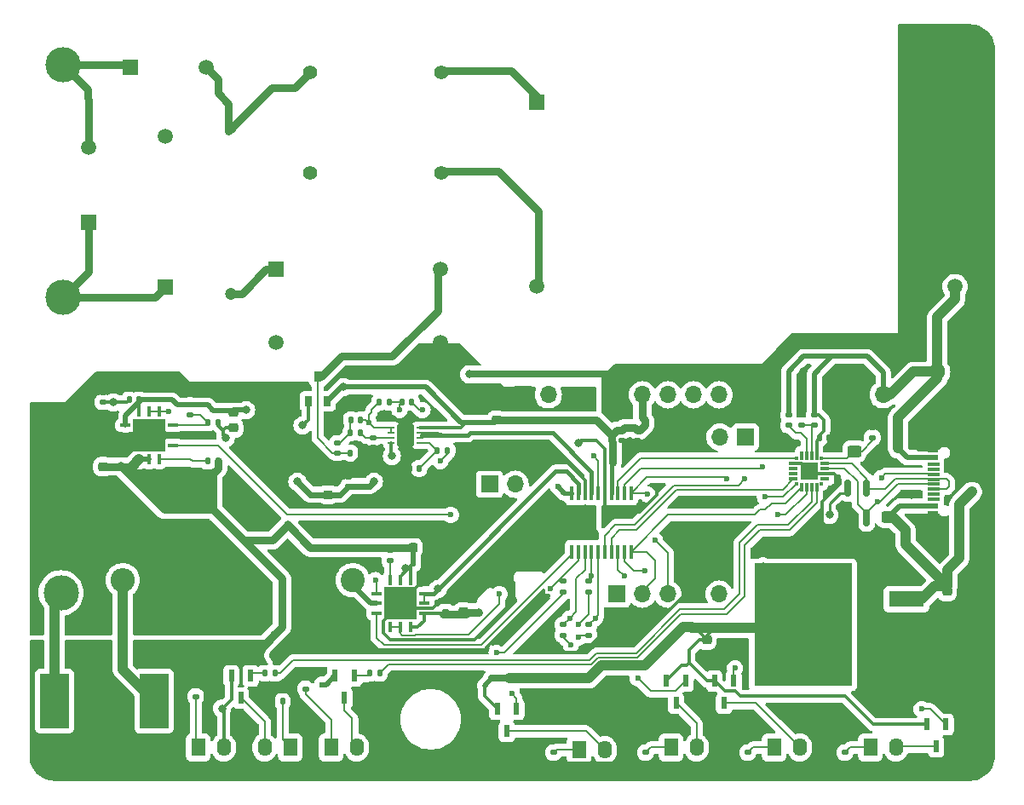
<source format=gbr>
%TF.GenerationSoftware,KiCad,Pcbnew,8.0.7-8.0.7-0~ubuntu22.04.1*%
%TF.CreationDate,2024-12-10T13:55:56+09:00*%
%TF.ProjectId,MRM5-tester,4d524d35-2d74-4657-9374-65722e6b6963,rev?*%
%TF.SameCoordinates,Original*%
%TF.FileFunction,Copper,L1,Top*%
%TF.FilePolarity,Positive*%
%FSLAX46Y46*%
G04 Gerber Fmt 4.6, Leading zero omitted, Abs format (unit mm)*
G04 Created by KiCad (PCBNEW 8.0.7-8.0.7-0~ubuntu22.04.1) date 2024-12-10 13:55:56*
%MOMM*%
%LPD*%
G01*
G04 APERTURE LIST*
G04 Aperture macros list*
%AMRoundRect*
0 Rectangle with rounded corners*
0 $1 Rounding radius*
0 $2 $3 $4 $5 $6 $7 $8 $9 X,Y pos of 4 corners*
0 Add a 4 corners polygon primitive as box body*
4,1,4,$2,$3,$4,$5,$6,$7,$8,$9,$2,$3,0*
0 Add four circle primitives for the rounded corners*
1,1,$1+$1,$2,$3*
1,1,$1+$1,$4,$5*
1,1,$1+$1,$6,$7*
1,1,$1+$1,$8,$9*
0 Add four rect primitives between the rounded corners*
20,1,$1+$1,$2,$3,$4,$5,0*
20,1,$1+$1,$4,$5,$6,$7,0*
20,1,$1+$1,$6,$7,$8,$9,0*
20,1,$1+$1,$8,$9,$2,$3,0*%
G04 Aperture macros list end*
%TA.AperFunction,ComponentPad*%
%ADD10R,1.400000X1.800000*%
%TD*%
%TA.AperFunction,ComponentPad*%
%ADD11O,1.400000X1.800000*%
%TD*%
%TA.AperFunction,ComponentPad*%
%ADD12R,1.700000X1.700000*%
%TD*%
%TA.AperFunction,ComponentPad*%
%ADD13O,1.700000X1.700000*%
%TD*%
%TA.AperFunction,SMDPad,CuDef*%
%ADD14R,0.450000X1.475000*%
%TD*%
%TA.AperFunction,SMDPad,CuDef*%
%ADD15RoundRect,0.250000X0.450000X-0.325000X0.450000X0.325000X-0.450000X0.325000X-0.450000X-0.325000X0*%
%TD*%
%TA.AperFunction,SMDPad,CuDef*%
%ADD16RoundRect,0.140000X-0.170000X0.140000X-0.170000X-0.140000X0.170000X-0.140000X0.170000X0.140000X0*%
%TD*%
%TA.AperFunction,SMDPad,CuDef*%
%ADD17RoundRect,0.135000X0.135000X0.185000X-0.135000X0.185000X-0.135000X-0.185000X0.135000X-0.185000X0*%
%TD*%
%TA.AperFunction,SMDPad,CuDef*%
%ADD18RoundRect,0.225000X-0.250000X0.225000X-0.250000X-0.225000X0.250000X-0.225000X0.250000X0.225000X0*%
%TD*%
%TA.AperFunction,SMDPad,CuDef*%
%ADD19RoundRect,0.225000X0.250000X-0.225000X0.250000X0.225000X-0.250000X0.225000X-0.250000X-0.225000X0*%
%TD*%
%TA.AperFunction,SMDPad,CuDef*%
%ADD20RoundRect,0.135000X-0.135000X-0.185000X0.135000X-0.185000X0.135000X0.185000X-0.135000X0.185000X0*%
%TD*%
%TA.AperFunction,ComponentPad*%
%ADD21C,3.500000*%
%TD*%
%TA.AperFunction,SMDPad,CuDef*%
%ADD22R,2.900000X5.400000*%
%TD*%
%TA.AperFunction,SMDPad,CuDef*%
%ADD23RoundRect,0.250000X-0.450000X0.325000X-0.450000X-0.325000X0.450000X-0.325000X0.450000X0.325000X0*%
%TD*%
%TA.AperFunction,ComponentPad*%
%ADD24R,1.500000X1.500000*%
%TD*%
%TA.AperFunction,ComponentPad*%
%ADD25C,1.500000*%
%TD*%
%TA.AperFunction,SMDPad,CuDef*%
%ADD26R,0.600000X1.150000*%
%TD*%
%TA.AperFunction,SMDPad,CuDef*%
%ADD27RoundRect,0.140000X0.140000X0.170000X-0.140000X0.170000X-0.140000X-0.170000X0.140000X-0.170000X0*%
%TD*%
%TA.AperFunction,SMDPad,CuDef*%
%ADD28RoundRect,0.062500X-0.287500X-0.062500X0.287500X-0.062500X0.287500X0.062500X-0.287500X0.062500X0*%
%TD*%
%TA.AperFunction,SMDPad,CuDef*%
%ADD29RoundRect,0.250000X-0.580000X-0.940000X0.580000X-0.940000X0.580000X0.940000X-0.580000X0.940000X0*%
%TD*%
%TA.AperFunction,SMDPad,CuDef*%
%ADD30RoundRect,0.135000X-0.185000X0.135000X-0.185000X-0.135000X0.185000X-0.135000X0.185000X0.135000X0*%
%TD*%
%TA.AperFunction,SMDPad,CuDef*%
%ADD31RoundRect,0.135000X0.185000X-0.135000X0.185000X0.135000X-0.185000X0.135000X-0.185000X-0.135000X0*%
%TD*%
%TA.AperFunction,SMDPad,CuDef*%
%ADD32RoundRect,0.140000X0.170000X-0.140000X0.170000X0.140000X-0.170000X0.140000X-0.170000X-0.140000X0*%
%TD*%
%TA.AperFunction,SMDPad,CuDef*%
%ADD33RoundRect,0.140000X-0.140000X-0.170000X0.140000X-0.170000X0.140000X0.170000X-0.140000X0.170000X0*%
%TD*%
%TA.AperFunction,SMDPad,CuDef*%
%ADD34RoundRect,0.250000X0.250000X-0.600000X0.250000X0.600000X-0.250000X0.600000X-0.250000X-0.600000X0*%
%TD*%
%TA.AperFunction,SMDPad,CuDef*%
%ADD35RoundRect,0.150000X0.150000X-0.700000X0.150000X0.700000X-0.150000X0.700000X-0.150000X-0.700000X0*%
%TD*%
%TA.AperFunction,SMDPad,CuDef*%
%ADD36R,1.050000X0.300000*%
%TD*%
%TA.AperFunction,SMDPad,CuDef*%
%ADD37R,0.300000X1.050000*%
%TD*%
%TA.AperFunction,SMDPad,CuDef*%
%ADD38R,3.220000X3.220000*%
%TD*%
%TA.AperFunction,ComponentPad*%
%ADD39C,2.400000*%
%TD*%
%TA.AperFunction,ComponentPad*%
%ADD40O,2.400000X2.400000*%
%TD*%
%TA.AperFunction,SMDPad,CuDef*%
%ADD41R,0.700000X1.000000*%
%TD*%
%TA.AperFunction,SMDPad,CuDef*%
%ADD42R,3.500000X1.600000*%
%TD*%
%TA.AperFunction,SMDPad,CuDef*%
%ADD43R,9.750000X12.200000*%
%TD*%
%TA.AperFunction,SMDPad,CuDef*%
%ADD44R,1.040000X0.600000*%
%TD*%
%TA.AperFunction,SMDPad,CuDef*%
%ADD45R,1.150000X0.300000*%
%TD*%
%TA.AperFunction,SMDPad,CuDef*%
%ADD46R,1.065000X0.600000*%
%TD*%
%TA.AperFunction,SMDPad,CuDef*%
%ADD47R,1.500000X1.500000*%
%TD*%
%TA.AperFunction,SMDPad,CuDef*%
%ADD48RoundRect,0.225000X-0.225000X-0.250000X0.225000X-0.250000X0.225000X0.250000X-0.225000X0.250000X0*%
%TD*%
%TA.AperFunction,ComponentPad*%
%ADD49C,1.200000*%
%TD*%
%TA.AperFunction,ComponentPad*%
%ADD50C,1.600000*%
%TD*%
%TA.AperFunction,SMDPad,CuDef*%
%ADD51R,0.300000X0.300000*%
%TD*%
%TA.AperFunction,SMDPad,CuDef*%
%ADD52R,0.900000X0.300000*%
%TD*%
%TA.AperFunction,SMDPad,CuDef*%
%ADD53R,0.300000X0.900000*%
%TD*%
%TA.AperFunction,SMDPad,CuDef*%
%ADD54R,1.800000X1.800000*%
%TD*%
%TA.AperFunction,ComponentPad*%
%ADD55C,1.400000*%
%TD*%
%TA.AperFunction,ViaPad*%
%ADD56C,0.600000*%
%TD*%
%TA.AperFunction,ViaPad*%
%ADD57C,0.800000*%
%TD*%
%TA.AperFunction,Conductor*%
%ADD58C,0.200000*%
%TD*%
%TA.AperFunction,Conductor*%
%ADD59C,0.800000*%
%TD*%
%TA.AperFunction,Conductor*%
%ADD60C,0.500000*%
%TD*%
%TA.AperFunction,Conductor*%
%ADD61C,0.300000*%
%TD*%
%TA.AperFunction,Conductor*%
%ADD62C,1.000000*%
%TD*%
%TA.AperFunction,Conductor*%
%ADD63C,0.700000*%
%TD*%
%TA.AperFunction,Conductor*%
%ADD64C,0.600000*%
%TD*%
%TA.AperFunction,Conductor*%
%ADD65C,0.450000*%
%TD*%
%TA.AperFunction,Conductor*%
%ADD66C,0.250000*%
%TD*%
%TA.AperFunction,Conductor*%
%ADD67C,0.400000*%
%TD*%
G04 APERTURE END LIST*
D10*
%TO.P,LED7,1,K*%
%TO.N,Net-(LED7-K)*%
X119634000Y-134874000D03*
D11*
%TO.P,LED7,2,A*%
%TO.N,/analog/3V3*%
X122174000Y-134874000D03*
%TD*%
D10*
%TO.P,LED6,1,K*%
%TO.N,Net-(LED6-K)*%
X132842000Y-134874000D03*
D11*
%TO.P,LED6,2,A*%
%TO.N,Net-(LED6-A)*%
X135382000Y-134874000D03*
%TD*%
D10*
%TO.P,LED5,1,K*%
%TO.N,Net-(LED5-K)*%
X128778000Y-134874000D03*
D11*
%TO.P,LED5,2,A*%
%TO.N,Net-(LED5-A)*%
X126238000Y-134874000D03*
%TD*%
D10*
%TO.P,LED4,1,K*%
%TO.N,Net-(LED4-K)*%
X157480000Y-135128000D03*
D11*
%TO.P,LED4,2,A*%
%TO.N,Net-(LED4-A)*%
X160020000Y-135128000D03*
%TD*%
D10*
%TO.P,LED3,1,K*%
%TO.N,Net-(LED3-K)*%
X166624000Y-134874000D03*
D11*
%TO.P,LED3,2,A*%
%TO.N,Net-(LED3-A)*%
X169164000Y-134874000D03*
%TD*%
D10*
%TO.P,LED2,1,K*%
%TO.N,Net-(LED2-K)*%
X176868666Y-134874000D03*
D11*
%TO.P,LED2,2,A*%
%TO.N,Net-(LED2-A)*%
X179408666Y-134874000D03*
%TD*%
D10*
%TO.P,LED1,1,K*%
%TO.N,Net-(LED1-K)*%
X186436000Y-134874000D03*
D11*
%TO.P,LED1,2,A*%
%TO.N,Net-(LED1-A)*%
X188976000Y-134874000D03*
%TD*%
D12*
%TO.P,J5,1*%
%TO.N,GND*%
X185166000Y-99822000D03*
D13*
%TO.P,J5,2*%
%TO.N,/interface/5V*%
X187706000Y-99822000D03*
%TD*%
D12*
%TO.P,J4,1*%
%TO.N,/analog/1V6*%
X151892000Y-99822000D03*
D13*
%TO.P,J4,2*%
%TO.N,/analog/V2p*%
X154432000Y-99822000D03*
%TD*%
D14*
%TO.P,IC1,1,PB7/PB8*%
%TO.N,/interface/UART_TXD*%
X162635000Y-109584000D03*
%TO.P,IC1,2,PB9/PC14-OSC32_IN*%
%TO.N,/interface/PUSH_BTN*%
X161985000Y-109584000D03*
%TO.P,IC1,3,PC15-OSC32_OUT*%
%TO.N,/interface/SUSPEND*%
X161335000Y-109584000D03*
%TO.P,IC1,4,VDD/VDDA*%
%TO.N,/analog/3V3*%
X160685000Y-109584000D03*
%TO.P,IC1,5,VSS/VSSA*%
%TO.N,GND*%
X160035000Y-109584000D03*
%TO.P,IC1,6,PF2-NRST*%
%TO.N,/interface/STLINK_RST*%
X159385000Y-109584000D03*
%TO.P,IC1,7,PA0*%
%TO.N,/analog/sigV*%
X158735000Y-109584000D03*
%TO.P,IC1,8,PA1*%
%TO.N,/analog/1V6*%
X158085000Y-109584000D03*
%TO.P,IC1,9,PA2*%
%TO.N,/analog/Zfreed*%
X157435000Y-109584000D03*
%TO.P,IC1,10,PA3*%
%TO.N,/interface/SYNC*%
X156785000Y-109584000D03*
%TO.P,IC1,11,PA4*%
%TO.N,/analog/sigZ*%
X156785000Y-115460000D03*
%TO.P,IC1,12,PA5*%
%TO.N,/analog/Z_IFlag*%
X157435000Y-115460000D03*
%TO.P,IC1,13,PA6*%
%TO.N,/analog/Z_TFlag*%
X158085000Y-115460000D03*
%TO.P,IC1,14,PA7*%
%TO.N,/mcu/1V6_IFlag*%
X158735000Y-115460000D03*
%TO.P,IC1,15,PB0/PB1/PB2/PA8*%
%TO.N,/mcu/1V6_TFlag*%
X159385000Y-115460000D03*
%TO.P,IC1,16,PA11[PA9]*%
%TO.N,/interface/UART_RTS*%
X160035000Y-115460000D03*
%TO.P,IC1,17,PA12[PA10]*%
%TO.N,/interface/UART_CTS*%
X160685000Y-115460000D03*
%TO.P,IC1,18,PA13*%
%TO.N,/interface/STLINK_DIO*%
X161335000Y-115460000D03*
%TO.P,IC1,19,PA15/PA14-BOOT0*%
%TO.N,/interface/STLINK_CLK*%
X161985000Y-115460000D03*
%TO.P,IC1,20,PB3/PB4/PB5/PB6*%
%TO.N,/interface/UART_RXD*%
X162635000Y-115460000D03*
%TD*%
D15*
%TO.P,C3,1*%
%TO.N,GND*%
X188214000Y-114052000D03*
%TO.P,C3,2*%
%TO.N,/interface/5V*%
X188214000Y-112002000D03*
%TD*%
D16*
%TO.P,C12,1*%
%TO.N,/analog/1V6*%
X144216000Y-120396000D03*
%TO.P,C12,2*%
%TO.N,/analog/3V3*%
X144216000Y-121356000D03*
%TD*%
D17*
%TO.P,R23,1*%
%TO.N,Net-(C18-Pad1)*%
X144422000Y-105362000D03*
%TO.P,R23,2*%
%TO.N,Net-(U2B-+)*%
X143402000Y-105362000D03*
%TD*%
D16*
%TO.P,C9,1*%
%TO.N,/analog/1V6*%
X134564000Y-107978000D03*
%TO.P,C9,2*%
%TO.N,GND*%
X134564000Y-108938000D03*
%TD*%
D18*
%TO.P,C24,1*%
%TO.N,/analog/3V3*%
X170180000Y-124206000D03*
%TO.P,C24,2*%
%TO.N,GND*%
X170180000Y-125756000D03*
%TD*%
D19*
%TO.P,C16,1*%
%TO.N,/analog/3V3*%
X149296000Y-102362000D03*
%TO.P,C16,2*%
%TO.N,/analog/1V6*%
X149296000Y-100812000D03*
%TD*%
D20*
%TO.P,R20,1*%
%TO.N,Net-(C13-Pad1)*%
X134766000Y-103584000D03*
%TO.P,R20,2*%
%TO.N,Net-(U2A-+)*%
X135786000Y-103584000D03*
%TD*%
D21*
%TO.P,P1,1*%
%TO.N,/interface/Vp_h*%
X106198000Y-67020000D03*
%TD*%
D22*
%TO.P,L1,1,1*%
%TO.N,Net-(L1-Pad1)*%
X115250000Y-130250000D03*
%TO.P,L1,2,2*%
%TO.N,Net-(L1-Pad2)*%
X105350000Y-130250000D03*
%TD*%
D23*
%TO.P,C5,1*%
%TO.N,GND*%
X184856000Y-103378000D03*
%TO.P,C5,2*%
%TO.N,Net-(U1-VDD)*%
X184856000Y-105428000D03*
%TD*%
D20*
%TO.P,R13,1*%
%TO.N,Net-(LED5-K)*%
X128014000Y-130302000D03*
%TO.P,R13,2*%
%TO.N,GND*%
X129034000Y-130302000D03*
%TD*%
D17*
%TO.P,R18,1*%
%TO.N,/analog/1V6*%
X135786000Y-105616000D03*
%TO.P,R18,2*%
%TO.N,/analog/V2p*%
X134766000Y-105616000D03*
%TD*%
D24*
%TO.P,RT1,1*%
%TO.N,/interface/Vp_h*%
X112922000Y-67274000D03*
D25*
%TO.P,RT1,2*%
%TO.N,/analog/Vp_sh*%
X120422000Y-67274000D03*
%TD*%
D26*
%TO.P,Q4,1,B*%
%TO.N,Net-(Q4-B)*%
X151252000Y-131064000D03*
%TO.P,Q4,2,E*%
%TO.N,/analog/3V3*%
X149352000Y-131064000D03*
%TO.P,Q4,3,C*%
%TO.N,Net-(LED4-A)*%
X150302000Y-133264000D03*
%TD*%
D27*
%TO.P,C10,1*%
%TO.N,/analog/1V6*%
X141984000Y-116550000D03*
%TO.P,C10,2*%
%TO.N,GND*%
X141024000Y-116550000D03*
%TD*%
D24*
%TO.P,PS1,1,AC_1*%
%TO.N,/power/FL1_out1_sh*%
X153250000Y-70750000D03*
D25*
%TO.P,PS1,2,AC_2*%
%TO.N,/power/FL1_out2_sh*%
X153250000Y-89050000D03*
%TO.P,PS1,3,-V0*%
%TO.N,GND*%
X194850000Y-68450000D03*
%TO.P,PS1,4,+V0*%
%TO.N,/interface/5V*%
X194850000Y-89050000D03*
%TD*%
D28*
%TO.P,U2,1*%
%TO.N,Net-(U2A--)*%
X138834000Y-103100000D03*
%TO.P,U2,2,-*%
X138834000Y-103600000D03*
%TO.P,U2,3,+*%
%TO.N,Net-(U2A-+)*%
X138834000Y-104100000D03*
%TO.P,U2,4,V-*%
%TO.N,GND*%
X138834000Y-104600000D03*
%TO.P,U2,5,+*%
%TO.N,Net-(U2B-+)*%
X141634000Y-104600000D03*
%TO.P,U2,6,-*%
%TO.N,/analog/sigV*%
X141634000Y-104100000D03*
%TO.P,U2,7*%
X141634000Y-103600000D03*
%TO.P,U2,8,V+*%
%TO.N,/analog/3V3*%
X141634000Y-103100000D03*
D29*
%TO.P,U2,9,PAD*%
%TO.N,/analog/1V6*%
X140234000Y-103850000D03*
%TD*%
D18*
%TO.P,C23,1*%
%TO.N,/analog/1V6*%
X110180000Y-105397000D03*
%TO.P,C23,2*%
%TO.N,GND*%
X110180000Y-106947000D03*
%TD*%
D30*
%TO.P,R5,1*%
%TO.N,/analog/Z_TFlag*%
X155900000Y-122682000D03*
%TO.P,R5,2*%
%TO.N,Net-(Q3-B)*%
X155900000Y-123702000D03*
%TD*%
D20*
%TO.P,R27,1*%
%TO.N,Net-(IC4-ISET)*%
X120590000Y-106426000D03*
%TO.P,R27,2*%
%TO.N,GND*%
X121610000Y-106426000D03*
%TD*%
D31*
%TO.P,R15,1*%
%TO.N,Net-(LED6-K)*%
X130302000Y-129036000D03*
%TO.P,R15,2*%
%TO.N,GND*%
X130302000Y-128016000D03*
%TD*%
D30*
%TO.P,R10,1*%
%TO.N,GND*%
X179578000Y-101840000D03*
%TO.P,R10,2*%
%TO.N,Net-(U1-VBUS)*%
X179578000Y-102860000D03*
%TD*%
D32*
%TO.P,C1,1*%
%TO.N,GND*%
X163266000Y-104338000D03*
%TO.P,C1,2*%
%TO.N,/analog/3V3*%
X163266000Y-103378000D03*
%TD*%
%TO.P,C7,1*%
%TO.N,/analog/1V6*%
X137025000Y-105052000D03*
%TO.P,C7,2*%
%TO.N,Net-(U2A-+)*%
X137025000Y-104092000D03*
%TD*%
D33*
%TO.P,C18,1*%
%TO.N,Net-(C18-Pad1)*%
X139898000Y-100584000D03*
%TO.P,C18,2*%
%TO.N,/analog/sigV*%
X140858000Y-100584000D03*
%TD*%
D20*
%TO.P,R22,1*%
%TO.N,Net-(U2A--)*%
X137612000Y-100584000D03*
%TO.P,R22,2*%
%TO.N,Net-(C18-Pad1)*%
X138632000Y-100584000D03*
%TD*%
D26*
%TO.P,Q2,1,B*%
%TO.N,Net-(Q2-B)*%
X172842000Y-128270000D03*
%TO.P,Q2,2,E*%
%TO.N,/analog/3V3*%
X170942000Y-128270000D03*
%TO.P,Q2,3,C*%
%TO.N,Net-(LED2-A)*%
X171892000Y-130470000D03*
%TD*%
D18*
%TO.P,C19,1*%
%TO.N,/interface/5V*%
X194056000Y-119380000D03*
%TO.P,C19,2*%
%TO.N,GND*%
X194056000Y-120930000D03*
%TD*%
D33*
%TO.P,C17,1*%
%TO.N,/analog/1V6*%
X140640000Y-107140000D03*
%TO.P,C17,2*%
%TO.N,Net-(U2B-+)*%
X141600000Y-107140000D03*
%TD*%
D30*
%TO.P,R7,1*%
%TO.N,/analog/Z_IFlag*%
X155900000Y-118364000D03*
%TO.P,R7,2*%
%TO.N,Net-(Q4-B)*%
X155900000Y-119384000D03*
%TD*%
D19*
%TO.P,C15,1*%
%TO.N,/analog/3V3*%
X145994000Y-121412000D03*
%TO.P,C15,2*%
%TO.N,/analog/1V6*%
X145994000Y-119862000D03*
%TD*%
D30*
%TO.P,R1,1*%
%TO.N,/mcu/1V6_TFlag*%
X158440000Y-122682000D03*
%TO.P,R1,2*%
%TO.N,Net-(Q1-B)*%
X158440000Y-123702000D03*
%TD*%
D34*
%TO.P,D1,1,VN*%
%TO.N,GND*%
X184350000Y-112062000D03*
D35*
%TO.P,D1,2,L1*%
%TO.N,Net-(D1-L1)*%
X186050000Y-112062000D03*
%TO.P,D1,3,L2*%
%TO.N,Net-(D1-L2)*%
X186050000Y-109062000D03*
%TO.P,D1,4,L3*%
%TO.N,/interface/5V*%
X184150000Y-109062000D03*
%TD*%
D21*
%TO.P,P4,1*%
%TO.N,/analog/1V6*%
X106116000Y-103378000D03*
%TD*%
D30*
%TO.P,R8,1*%
%TO.N,Net-(LED4-K)*%
X154940000Y-135382000D03*
%TO.P,R8,2*%
%TO.N,GND*%
X154940000Y-136402000D03*
%TD*%
D33*
%TO.P,C13,1*%
%TO.N,Net-(C13-Pad1)*%
X134826000Y-102314000D03*
%TO.P,C13,2*%
%TO.N,Net-(U2A--)*%
X135786000Y-102314000D03*
%TD*%
D36*
%TO.P,IC2,1,V+_1*%
%TO.N,/analog/3V3*%
X142060000Y-121550000D03*
%TO.P,IC2,2,V_O_1*%
%TO.N,/analog/Zfreed*%
X142060000Y-120550000D03*
%TO.P,IC2,3,V_O_2*%
X142060000Y-119550000D03*
D37*
%TO.P,IC2,4,V-_1*%
%TO.N,GND*%
X140710000Y-118200000D03*
%TO.P,IC2,5,V-_2*%
X139710000Y-118200000D03*
%TO.P,IC2,6,ISET*%
%TO.N,Net-(IC2-ISET)*%
X138710000Y-118200000D03*
D36*
%TO.P,IC2,7,IFLAG*%
%TO.N,/analog/Z_IFlag*%
X137360000Y-119550000D03*
%TO.P,IC2,8,-IN*%
%TO.N,/analog/Zfreed*%
X137360000Y-120550000D03*
%TO.P,IC2,9,+IN*%
%TO.N,/analog/sigZ*%
X137360000Y-121550000D03*
D37*
%TO.P,IC2,10,TFLAG*%
%TO.N,/analog/Z_TFlag*%
X138710000Y-122900000D03*
%TO.P,IC2,11,ENABLE*%
X139710000Y-122900000D03*
%TO.P,IC2,12,V+_2*%
%TO.N,/analog/3V3*%
X140710000Y-122900000D03*
D38*
%TO.P,IC2,13,EP*%
%TO.N,/analog/1V6*%
X139710000Y-120550000D03*
%TD*%
D39*
%TO.P,R24,1*%
%TO.N,/analog/Zfreed*%
X135000000Y-118250000D03*
D40*
%TO.P,R24,2*%
%TO.N,Net-(L1-Pad1)*%
X112140000Y-118250000D03*
%TD*%
D32*
%TO.P,C25,1*%
%TO.N,GND*%
X110180000Y-100556000D03*
%TO.P,C25,2*%
%TO.N,/analog/1V6*%
X110180000Y-99596000D03*
%TD*%
D41*
%TO.P,D2,1,A*%
%TO.N,GND*%
X130566000Y-100444000D03*
%TO.P,D2,2,K*%
%TO.N,/analog/3V3*%
X132466000Y-100444000D03*
%TO.P,D2,3,A/K*%
%TO.N,/analog/V2p*%
X131516000Y-98044000D03*
%TD*%
D24*
%TO.P,T1,1,1*%
%TO.N,/analog/Vp_ssh*%
X127408000Y-87376000D03*
D25*
%TO.P,T1,2,2*%
%TO.N,/analog/Vn_h*%
X127408000Y-94576000D03*
%TO.P,T1,3,3*%
%TO.N,/analog/V2p*%
X143708000Y-87376000D03*
%TO.P,T1,4,4*%
%TO.N,/analog/1V6*%
X143708000Y-94576000D03*
%TD*%
D33*
%TO.P,C21,1*%
%TO.N,GND*%
X112776000Y-100330000D03*
%TO.P,C21,2*%
%TO.N,/analog/3V3*%
X113736000Y-100330000D03*
%TD*%
D30*
%TO.P,R21,1*%
%TO.N,GND*%
X138684000Y-115312000D03*
%TO.P,R21,2*%
%TO.N,Net-(IC2-ISET)*%
X138684000Y-116332000D03*
%TD*%
D31*
%TO.P,R16,1*%
%TO.N,Net-(LED7-K)*%
X119380000Y-129798000D03*
%TO.P,R16,2*%
%TO.N,GND*%
X119380000Y-128778000D03*
%TD*%
D42*
%TO.P,IC3,1,GND*%
%TO.N,GND*%
X190019500Y-125222000D03*
%TO.P,IC3,3,INPUT*%
%TO.N,/interface/5V*%
X190019500Y-120142000D03*
D43*
%TO.P,IC3,4,OUTPUT*%
%TO.N,/analog/3V3*%
X179744500Y-122682000D03*
%TD*%
D16*
%TO.P,C14,1*%
%TO.N,/analog/1V6*%
X146248000Y-101600000D03*
%TO.P,C14,2*%
%TO.N,/analog/3V3*%
X146248000Y-102560000D03*
%TD*%
D30*
%TO.P,R6,1*%
%TO.N,Net-(LED3-K)*%
X164084000Y-135382000D03*
%TO.P,R6,2*%
%TO.N,GND*%
X164084000Y-136402000D03*
%TD*%
%TO.P,R3,1*%
%TO.N,/mcu/1V6_IFlag*%
X158440000Y-118364000D03*
%TO.P,R3,2*%
%TO.N,Net-(Q2-B)*%
X158440000Y-119384000D03*
%TD*%
D44*
%TO.P,J3,A1,GND_1*%
%TO.N,GND*%
X192643000Y-111658000D03*
%TO.P,J3,A4,VBUS_1*%
%TO.N,/interface/5V*%
X192643000Y-110858000D03*
D45*
%TO.P,J3,A5,CC1*%
%TO.N,unconnected-(J3-CC1-PadA5)*%
X192698000Y-109708000D03*
%TO.P,J3,A6,DP1*%
%TO.N,Net-(D1-L1)*%
X192698000Y-108708000D03*
%TO.P,J3,A7,DN1*%
%TO.N,Net-(D1-L2)*%
X192698000Y-108208000D03*
%TO.P,J3,A8,SBU1*%
%TO.N,unconnected-(J3-SBU1-PadA8)*%
X192698000Y-107208000D03*
D46*
%TO.P,J3,A9,VBUS_2*%
%TO.N,/interface/5V*%
X192655500Y-106058000D03*
%TO.P,J3,A12,GND_2*%
%TO.N,GND*%
X192655500Y-105258000D03*
D45*
%TO.P,J3,B5,CC2*%
%TO.N,unconnected-(J3-CC2-PadB5)*%
X192698000Y-106708000D03*
%TO.P,J3,B6,DP2*%
%TO.N,Net-(D1-L1)*%
X192698000Y-107708000D03*
%TO.P,J3,B7,DN2*%
%TO.N,Net-(D1-L2)*%
X192698000Y-109208000D03*
%TO.P,J3,B8,SBU2*%
%TO.N,unconnected-(J3-SBU2-PadB8)*%
X192698000Y-110208000D03*
D47*
%TO.P,J3,MP1,MP1*%
%TO.N,GND*%
X193273000Y-113578000D03*
%TO.P,J3,MP2,MP2*%
X193273000Y-103338000D03*
%TO.P,J3,MP3,MP3*%
X197203000Y-113578000D03*
%TO.P,J3,MP4,MP4*%
X197203000Y-103338000D03*
%TD*%
D31*
%TO.P,R19,1*%
%TO.N,/analog/V2p*%
X133500000Y-105618000D03*
%TO.P,R19,2*%
%TO.N,Net-(C13-Pad1)*%
X133500000Y-104598000D03*
%TD*%
D48*
%TO.P,C8,1*%
%TO.N,GND*%
X140996000Y-115026000D03*
%TO.P,C8,2*%
%TO.N,/analog/1V6*%
X142546000Y-115026000D03*
%TD*%
D21*
%TO.P,P2,1*%
%TO.N,/analog/Vn_h*%
X106198000Y-90134000D03*
%TD*%
D26*
%TO.P,Q3,1,B*%
%TO.N,Net-(Q3-B)*%
X168082000Y-128270000D03*
%TO.P,Q3,2,E*%
%TO.N,/analog/3V3*%
X166182000Y-128270000D03*
%TO.P,Q3,3,C*%
%TO.N,Net-(LED3-A)*%
X167132000Y-130470000D03*
%TD*%
D30*
%TO.P,R4,1*%
%TO.N,Net-(LED2-K)*%
X174244000Y-135382000D03*
%TO.P,R4,2*%
%TO.N,GND*%
X174244000Y-136402000D03*
%TD*%
D31*
%TO.P,R9,1*%
%TO.N,Net-(U1-VBUS)*%
X180848000Y-102860000D03*
%TO.P,R9,2*%
%TO.N,/interface/5V*%
X180848000Y-101840000D03*
%TD*%
D49*
%TO.P,R17,1,1*%
%TO.N,/analog/Vp_sh*%
X122880000Y-73284000D03*
%TO.P,R17,2,2*%
%TO.N,/analog/Vp_ssh*%
X122880000Y-89784000D03*
%TD*%
D24*
%TO.P,RV1,1*%
%TO.N,/analog/Vn_h*%
X108758000Y-82708000D03*
D25*
%TO.P,RV1,2*%
%TO.N,/interface/Vp_h*%
X108758000Y-75208000D03*
%TD*%
D18*
%TO.P,C22,1*%
%TO.N,/analog/3V3*%
X123134000Y-101574000D03*
%TO.P,C22,2*%
%TO.N,GND*%
X123134000Y-103124000D03*
%TD*%
D20*
%TO.P,R25,1*%
%TO.N,Net-(IC4-+IN)*%
X120594000Y-102616000D03*
%TO.P,R25,2*%
%TO.N,GND*%
X121614000Y-102616000D03*
%TD*%
D16*
%TO.P,C6,1*%
%TO.N,GND*%
X186634000Y-103103000D03*
%TO.P,C6,2*%
%TO.N,Net-(U1-VDD)*%
X186634000Y-104063000D03*
%TD*%
D31*
%TO.P,R11,1*%
%TO.N,Net-(U1-~{RST})*%
X178308000Y-102858000D03*
%TO.P,R11,2*%
%TO.N,/interface/5V*%
X178308000Y-101838000D03*
%TD*%
D19*
%TO.P,C11,1*%
%TO.N,GND*%
X132532000Y-109754000D03*
%TO.P,C11,2*%
%TO.N,/analog/1V6*%
X132532000Y-108204000D03*
%TD*%
D32*
%TO.P,C2,1*%
%TO.N,GND*%
X161742000Y-104338000D03*
%TO.P,C2,2*%
%TO.N,/analog/3V3*%
X161742000Y-103378000D03*
%TD*%
D30*
%TO.P,R2,1*%
%TO.N,Net-(LED1-K)*%
X183896000Y-135382000D03*
%TO.P,R2,2*%
%TO.N,GND*%
X183896000Y-136402000D03*
%TD*%
D26*
%TO.P,Q6,1,B*%
%TO.N,Net-(Q6-B)*%
X135128000Y-127762000D03*
%TO.P,Q6,2,E*%
%TO.N,/analog/3V3*%
X133228000Y-127762000D03*
%TO.P,Q6,3,C*%
%TO.N,Net-(LED6-A)*%
X134178000Y-129962000D03*
%TD*%
%TO.P,Q1,1,B*%
%TO.N,Net-(Q1-B)*%
X193924000Y-132588000D03*
%TO.P,Q1,2,E*%
%TO.N,/analog/3V3*%
X192024000Y-132588000D03*
%TO.P,Q1,3,C*%
%TO.N,Net-(LED1-A)*%
X192974000Y-134788000D03*
%TD*%
D50*
%TO.P,C26,1*%
%TO.N,/interface/5V*%
X193080000Y-97524000D03*
%TO.P,C26,2*%
%TO.N,GND*%
X195580000Y-97524000D03*
%TD*%
D30*
%TO.P,R26,1*%
%TO.N,/analog/3V3*%
X118816000Y-100834000D03*
%TO.P,R26,2*%
%TO.N,Net-(IC4-+IN)*%
X118816000Y-101854000D03*
%TD*%
D27*
%TO.P,C4,1*%
%TO.N,GND*%
X182344000Y-104119000D03*
%TO.P,C4,2*%
%TO.N,/interface/5V*%
X181384000Y-104119000D03*
%TD*%
D21*
%TO.P,P3,1*%
%TO.N,Net-(L1-Pad2)*%
X106000000Y-119500000D03*
%TD*%
D24*
%TO.P,C20,1*%
%TO.N,/analog/Vn_h*%
X116358000Y-89132000D03*
D25*
%TO.P,C20,2*%
%TO.N,/analog/Vp_sh*%
X116358000Y-74132000D03*
%TD*%
D51*
%TO.P,U1,1,RS485/GPIO.1*%
%TO.N,unconnected-(U1-RS485{slash}GPIO.1-Pad1)*%
X181590000Y-108671000D03*
D52*
%TO.P,U1,2,CLK/GPIO.0*%
%TO.N,unconnected-(U1-CLK{slash}GPIO.0-Pad2)*%
X181890000Y-108171000D03*
%TO.P,U1,3,GND*%
%TO.N,GND*%
X181890000Y-107671000D03*
%TO.P,U1,4,D+*%
%TO.N,Net-(D1-L1)*%
X181890000Y-107171000D03*
%TO.P,U1,5,D-*%
%TO.N,Net-(D1-L2)*%
X181890000Y-106671000D03*
D51*
%TO.P,U1,6,VDD*%
%TO.N,Net-(U1-VDD)*%
X181590000Y-106171000D03*
D53*
%TO.P,U1,7,VREGIN*%
%TO.N,/interface/5V*%
X181090000Y-105871000D03*
%TO.P,U1,8,VBUS*%
%TO.N,Net-(U1-VBUS)*%
X180590000Y-105871000D03*
%TO.P,U1,9,~{RST}*%
%TO.N,Net-(U1-~{RST})*%
X180090000Y-105871000D03*
%TO.P,U1,10,NC*%
%TO.N,unconnected-(U1-NC-Pad10)*%
X179590000Y-105871000D03*
D51*
%TO.P,U1,11,~{SUSPEND}*%
%TO.N,/interface/SUSPEND*%
X179090000Y-106171000D03*
D52*
%TO.P,U1,12,GND*%
%TO.N,GND*%
X178790000Y-106671000D03*
%TO.P,U1,13,~{WAKEUP}*%
%TO.N,unconnected-(U1-~{WAKEUP}-Pad13)*%
X178790000Y-107171000D03*
%TO.P,U1,14,SUSPEND*%
%TO.N,unconnected-(U1-SUSPEND-Pad14)*%
X178790000Y-107671000D03*
%TO.P,U1,15,~{CTS}*%
%TO.N,/interface/UART_CTS*%
X178790000Y-108171000D03*
D51*
%TO.P,U1,16,~{RTS}*%
%TO.N,/interface/UART_RTS*%
X179090000Y-108671000D03*
D53*
%TO.P,U1,17,RXD*%
%TO.N,/interface/UART_RXD*%
X179590000Y-108971000D03*
%TO.P,U1,18,TXD*%
%TO.N,/interface/UART_TXD*%
X180090000Y-108971000D03*
%TO.P,U1,19,~{RXT}/GPIO.3*%
%TO.N,Net-(U1-~{RXT}{slash}GPIO.3)*%
X180590000Y-108971000D03*
%TO.P,U1,20,~{TXT}/GPIO.2*%
%TO.N,Net-(U1-~{TXT}{slash}GPIO.2)*%
X181090000Y-108971000D03*
D54*
%TO.P,U1,21,GND*%
%TO.N,GND*%
X180340000Y-107421000D03*
%TD*%
D20*
%TO.P,R12,1*%
%TO.N,Net-(Q5-B)*%
X126238000Y-127508000D03*
%TO.P,R12,2*%
%TO.N,Net-(U1-~{RXT}{slash}GPIO.3)*%
X127258000Y-127508000D03*
%TD*%
%TO.P,R14,1*%
%TO.N,Net-(Q6-B)*%
X136648000Y-127508000D03*
%TO.P,R14,2*%
%TO.N,Net-(U1-~{TXT}{slash}GPIO.2)*%
X137668000Y-127508000D03*
%TD*%
D55*
%TO.P,FL1,1*%
%TO.N,/analog/Vp_sh*%
X130750000Y-67750000D03*
%TO.P,FL1,2*%
%TO.N,/analog/Vn_h*%
X130750000Y-77750000D03*
%TO.P,FL1,3*%
%TO.N,/power/FL1_out2_sh*%
X143750000Y-77750000D03*
%TO.P,FL1,4*%
%TO.N,/power/FL1_out1_sh*%
X143750000Y-67750000D03*
%TD*%
D26*
%TO.P,Q5,1,B*%
%TO.N,Net-(Q5-B)*%
X124836000Y-127762000D03*
%TO.P,Q5,2,E*%
%TO.N,/analog/3V3*%
X122936000Y-127762000D03*
%TO.P,Q5,3,C*%
%TO.N,Net-(LED5-A)*%
X123886000Y-129962000D03*
%TD*%
D36*
%TO.P,IC4,1,V+_1*%
%TO.N,/analog/3V3*%
X112420000Y-102850000D03*
%TO.P,IC4,2,V_O_1*%
%TO.N,/analog/1V6*%
X112420000Y-103850000D03*
%TO.P,IC4,3,V_O_2*%
X112420000Y-104850000D03*
D37*
%TO.P,IC4,4,V-_1*%
%TO.N,GND*%
X113770000Y-106200000D03*
%TO.P,IC4,5,V-_2*%
X114770000Y-106200000D03*
%TO.P,IC4,6,ISET*%
%TO.N,Net-(IC4-ISET)*%
X115770000Y-106200000D03*
D36*
%TO.P,IC4,7,IFLAG*%
%TO.N,/mcu/1V6_IFlag*%
X117120000Y-104850000D03*
%TO.P,IC4,8,-IN*%
%TO.N,/analog/1V6*%
X117120000Y-103850000D03*
%TO.P,IC4,9,+IN*%
%TO.N,Net-(IC4-+IN)*%
X117120000Y-102850000D03*
D37*
%TO.P,IC4,10,TFLAG*%
%TO.N,/mcu/1V6_TFlag*%
X115770000Y-101500000D03*
%TO.P,IC4,11,ENABLE*%
X114770000Y-101500000D03*
%TO.P,IC4,12,V+_2*%
%TO.N,/analog/3V3*%
X113770000Y-101500000D03*
D38*
%TO.P,IC4,13,EP*%
%TO.N,/analog/1V6*%
X114770000Y-103850000D03*
%TD*%
D12*
%TO.P,J7,1,Pin_1*%
%TO.N,/analog/3V3*%
X161234000Y-119634000D03*
D13*
%TO.P,J7,2,Pin_2*%
%TO.N,/interface/UART_RXD*%
X163774000Y-119634000D03*
%TO.P,J7,3,Pin_3*%
%TO.N,/interface/UART_TXD*%
X166314000Y-119634000D03*
%TO.P,J7,4,Pin_4*%
%TO.N,GND*%
X168854000Y-119634000D03*
%TO.P,J7,5,Pin_5*%
%TO.N,/interface/5V*%
X171394000Y-119634000D03*
%TD*%
D12*
%TO.P,J6,1,Pin_1*%
%TO.N,GND*%
X173934000Y-99822000D03*
D13*
%TO.P,J6,2,Pin_2*%
%TO.N,/interface/STLINK_RST*%
X171394000Y-99822000D03*
%TO.P,J6,3,Pin_3*%
%TO.N,/interface/STLINK_CLK*%
X168854000Y-99822000D03*
%TO.P,J6,4,Pin_4*%
%TO.N,/interface/STLINK_DIO*%
X166314000Y-99822000D03*
%TO.P,J6,5,Pin_5*%
%TO.N,/analog/3V3*%
X163774000Y-99822000D03*
%TD*%
D12*
%TO.P,J2,1,Pin_1*%
%TO.N,GND*%
X148585000Y-108712000D03*
D13*
%TO.P,J2,2,Pin_2*%
%TO.N,/interface/SYNC*%
X151125000Y-108712000D03*
%TD*%
D12*
%TO.P,J1,1,Pin_1*%
%TO.N,/interface/PUSH_BTN*%
X174000000Y-104000000D03*
D13*
%TO.P,J1,2,Pin_2*%
%TO.N,/interface/STLINK_RST*%
X171460000Y-104000000D03*
%TD*%
D56*
%TO.N,/analog/3V3*%
X131925000Y-128623000D03*
D57*
%TO.N,/analog/1V6*%
X153162000Y-112776000D03*
X147574000Y-112776000D03*
%TO.N,GND*%
X152908000Y-124714000D03*
D56*
%TO.N,Net-(Q1-B)*%
X191516000Y-131064000D03*
%TO.N,Net-(Q3-B)*%
X163322000Y-128016000D03*
%TO.N,Net-(Q2-B)*%
X172974000Y-127000000D03*
D57*
%TO.N,GND*%
X193548000Y-115062000D03*
X127198000Y-123698000D03*
X128524000Y-112776000D03*
X194818000Y-101600000D03*
X138882000Y-105918000D03*
X146558000Y-97790000D03*
X165250000Y-109000000D03*
X171500000Y-110500000D03*
D56*
X171450000Y-125730000D03*
D57*
X162250000Y-105664000D03*
X140208000Y-117094000D03*
X190500000Y-109750000D03*
X157424000Y-104648000D03*
X167750000Y-110500000D03*
X128722000Y-128778000D03*
X179776000Y-97536000D03*
X185618000Y-114046000D03*
X161000000Y-122500000D03*
X129992000Y-102870000D03*
X162500000Y-111500000D03*
X184856000Y-101854000D03*
X137104000Y-108458000D03*
X111196000Y-100584000D03*
X122372000Y-104140000D03*
X111958000Y-106934000D03*
X129484000Y-108458000D03*
%TO.N,/analog/3V3*%
X168656000Y-122936000D03*
X122000000Y-131000000D03*
X147531000Y-121425000D03*
X150566000Y-128016000D03*
X124404000Y-101346000D03*
X134056000Y-99060000D03*
%TO.N,/interface/5V*%
X196540000Y-109474000D03*
X182372000Y-111760000D03*
X189174000Y-104902000D03*
%TO.N,/analog/1V6*%
X131262000Y-106172000D03*
X126182000Y-106680000D03*
X132786000Y-102870000D03*
X127198000Y-125730000D03*
X123642000Y-111506000D03*
X147518000Y-119126000D03*
X119324000Y-113538000D03*
X124912000Y-99822000D03*
X134818000Y-124714000D03*
X121102000Y-118872000D03*
D56*
%TO.N,/analog/sigV*%
X141930000Y-101346000D03*
X143708000Y-103845000D03*
%TO.N,/mcu/1V6_TFlag*%
X116684000Y-101500000D03*
X159075000Y-122047000D03*
%TO.N,/mcu/1V6_IFlag*%
X144750000Y-111750000D03*
X158735000Y-117856000D03*
%TO.N,/analog/Z_TFlag*%
X149578000Y-119606000D03*
X156535000Y-122047000D03*
%TO.N,/analog/Z_IFlag*%
X154630000Y-119126000D03*
X137231000Y-118237000D03*
%TO.N,/interface/STLINK_RST*%
X158948000Y-105918000D03*
%TO.N,/interface/PUSH_BTN*%
X175750000Y-107000000D03*
%TO.N,/interface/SYNC*%
X155392000Y-108966000D03*
%TO.N,/interface/STLINK_CLK*%
X164028000Y-117348000D03*
%TO.N,/interface/UART_TXD*%
X165044000Y-114300000D03*
X164282000Y-109728000D03*
X177236000Y-111760000D03*
X172156000Y-108204000D03*
%TO.N,/interface/UART_RTS*%
X175966000Y-109982000D03*
X173934000Y-108204000D03*
%TO.N,/interface/STLINK_DIO*%
X161996000Y-117856000D03*
%TO.N,Net-(Q1-B)*%
X157424000Y-123952000D03*
%TO.N,Net-(Q2-B)*%
X157424000Y-122682000D03*
%TO.N,Net-(Q3-B)*%
X156662000Y-124714000D03*
%TO.N,Net-(Q4-B)*%
X149296000Y-125476000D03*
X150820000Y-129540000D03*
%TO.N,Net-(U2A--)*%
X136596000Y-102616000D03*
%TO.N,Net-(C18-Pad1)*%
X139644000Y-101346000D03*
X143708000Y-106426000D03*
D57*
%TO.N,/analog/Zfreed*%
X143454000Y-119126000D03*
D56*
%TO.N,Net-(D1-L1)*%
X187142000Y-110490000D03*
X187523000Y-108077000D03*
%TD*%
D58*
%TO.N,/analog/V2p*%
X132994000Y-105618000D02*
X133500000Y-105618000D01*
D59*
X131516000Y-98044000D02*
X131826000Y-98044000D01*
X143450000Y-91444000D02*
X143450000Y-87634000D01*
X131826000Y-98044000D02*
X133858000Y-96012000D01*
X133858000Y-96012000D02*
X138882000Y-96012000D01*
X138882000Y-96012000D02*
X143450000Y-91444000D01*
D58*
X131516000Y-104140000D02*
X132994000Y-105618000D01*
X131516000Y-98044000D02*
X131516000Y-104140000D01*
X143708000Y-87376000D02*
X143450000Y-87634000D01*
%TO.N,/mcu/1V6_IFlag*%
X144750000Y-111750000D02*
X128472974Y-111750000D01*
X128472974Y-111750000D02*
X121572974Y-104850000D01*
X121572974Y-104850000D02*
X117120000Y-104850000D01*
%TO.N,Net-(IC2-ISET)*%
X138710000Y-118200000D02*
X138710000Y-116358000D01*
X138710000Y-116358000D02*
X138684000Y-116332000D01*
X138710000Y-116306000D02*
X138684000Y-116332000D01*
%TO.N,Net-(LED6-A)*%
X134178000Y-129962000D02*
X134178000Y-131232000D01*
X134178000Y-131232000D02*
X134940000Y-131994000D01*
%TO.N,Net-(Q6-B)*%
X135128000Y-127762000D02*
X136394000Y-127762000D01*
X136394000Y-127762000D02*
X136648000Y-127508000D01*
D60*
%TO.N,/analog/3V3*%
X131925000Y-128623000D02*
X132367000Y-128623000D01*
X132367000Y-128623000D02*
X133228000Y-127762000D01*
D58*
%TO.N,Net-(LED6-K)*%
X130302000Y-129036000D02*
X130302000Y-129544000D01*
X132842000Y-132084000D02*
X132842000Y-134874000D01*
X130302000Y-129544000D02*
X132842000Y-132084000D01*
D61*
%TO.N,GND*%
X128722000Y-128778000D02*
X129484000Y-128016000D01*
X129484000Y-128016000D02*
X130302000Y-128016000D01*
D58*
%TO.N,Net-(U1-~{TXT}{slash}GPIO.2)*%
X181090000Y-108971000D02*
X181090000Y-110573000D01*
X167584000Y-121666000D02*
X163304000Y-125946000D01*
X163304000Y-125946000D02*
X159378630Y-125946000D01*
X181090000Y-110573000D02*
X178379000Y-113284000D01*
X159378630Y-125946000D02*
X158686630Y-126638000D01*
X158686630Y-126638000D02*
X138538000Y-126638000D01*
X178379000Y-113284000D02*
X175458000Y-113284000D01*
X175458000Y-113284000D02*
X173934000Y-114808000D01*
X172156000Y-121666000D02*
X167584000Y-121666000D01*
X173934000Y-114808000D02*
X173934000Y-119888000D01*
X173934000Y-119888000D02*
X172156000Y-121666000D01*
X138538000Y-126638000D02*
X137668000Y-127508000D01*
D61*
%TO.N,/analog/1V6*%
X148625000Y-124625000D02*
X148750000Y-124500000D01*
X148750000Y-124500000D02*
X149750000Y-124500000D01*
X154432000Y-119776000D02*
X153980000Y-119776000D01*
X149750000Y-124500000D02*
X154432000Y-119818000D01*
X154432000Y-119818000D02*
X154432000Y-119776000D01*
X153980000Y-119776000D02*
X153980000Y-119270000D01*
X153980000Y-119270000D02*
X148625000Y-124625000D01*
D62*
%TO.N,/analog/3V3*%
X168656000Y-122936000D02*
X167796685Y-122936000D01*
X167796685Y-122936000D02*
X163986685Y-126746000D01*
X163986685Y-126746000D02*
X159710000Y-126746000D01*
X159710000Y-126746000D02*
X158440000Y-128016000D01*
X158440000Y-128016000D02*
X150566000Y-128016000D01*
X168716888Y-122996888D02*
X170942000Y-122996888D01*
D61*
X168910000Y-122936000D02*
X170180000Y-124206000D01*
D62*
X168656000Y-122936000D02*
X168716888Y-122996888D01*
D61*
X168656000Y-122936000D02*
X168910000Y-122936000D01*
%TO.N,/analog/1V6*%
X148500000Y-118250000D02*
X148500000Y-117438000D01*
X148500000Y-117438000D02*
X153162000Y-112776000D01*
D58*
%TO.N,/analog/Z_TFlag*%
X139710000Y-123175000D02*
X139710000Y-122900000D01*
X149578000Y-120608975D02*
X146488975Y-123698000D01*
X139644000Y-123241000D02*
X139710000Y-123175000D01*
X139644000Y-123444000D02*
X139644000Y-123241000D01*
X139925000Y-123725000D02*
X139644000Y-123444000D01*
X141160000Y-123698000D02*
X141133000Y-123725000D01*
X146488975Y-123698000D02*
X141160000Y-123698000D01*
X141133000Y-123725000D02*
X139925000Y-123725000D01*
X149578000Y-119606000D02*
X149578000Y-120608975D01*
D61*
%TO.N,GND*%
X129034000Y-130302000D02*
X129034000Y-129090000D01*
X129034000Y-129090000D02*
X128722000Y-128778000D01*
X153868000Y-124714000D02*
X152908000Y-124714000D01*
X160500000Y-98000000D02*
X172112000Y-98000000D01*
D63*
X173934000Y-99822000D02*
X171902000Y-97790000D01*
X171902000Y-97790000D02*
X146558000Y-97790000D01*
D61*
X172112000Y-98000000D02*
X173934000Y-99822000D01*
D58*
%TO.N,Net-(LED7-K)*%
X119380000Y-129798000D02*
X119380000Y-134620000D01*
X119380000Y-134620000D02*
X119634000Y-134874000D01*
D61*
%TO.N,GND*%
X119380000Y-128778000D02*
X119472000Y-128778000D01*
X119472000Y-128778000D02*
X120000000Y-128250000D01*
%TO.N,/analog/3V3*%
X122000000Y-131000000D02*
X122174000Y-131174000D01*
X122174000Y-131174000D02*
X122174000Y-134874000D01*
D58*
%TO.N,Net-(U1-~{RXT}{slash}GPIO.3)*%
X129032000Y-126238000D02*
X158520944Y-126238000D01*
X127258000Y-127508000D02*
X127762000Y-127508000D01*
X127762000Y-127508000D02*
X129032000Y-126238000D01*
%TO.N,Net-(Q5-B)*%
X126238000Y-127508000D02*
X125090000Y-127508000D01*
X125090000Y-127508000D02*
X124836000Y-127762000D01*
D61*
%TO.N,/analog/3V3*%
X122936000Y-127762000D02*
X122936000Y-130064000D01*
X122936000Y-130064000D02*
X122000000Y-131000000D01*
D58*
%TO.N,Net-(LED5-A)*%
X126238000Y-134874000D02*
X126238000Y-132314000D01*
X126238000Y-132314000D02*
X123886000Y-129962000D01*
%TO.N,Net-(LED5-K)*%
X128014000Y-130302000D02*
X128014000Y-134110000D01*
X128014000Y-134110000D02*
X128778000Y-134874000D01*
%TO.N,Net-(LED6-A)*%
X134940000Y-131994000D02*
X134940000Y-134432000D01*
X134940000Y-134432000D02*
X135382000Y-134874000D01*
D61*
%TO.N,GND*%
X164084000Y-136402000D02*
X154940000Y-136402000D01*
X174244000Y-136402000D02*
X164084000Y-136402000D01*
X183896000Y-136402000D02*
X174244000Y-136402000D01*
D58*
%TO.N,Net-(LED4-K)*%
X157480000Y-135128000D02*
X155194000Y-135128000D01*
X155194000Y-135128000D02*
X154940000Y-135382000D01*
%TO.N,Net-(LED4-A)*%
X150302000Y-133264000D02*
X158156000Y-133264000D01*
X158156000Y-133264000D02*
X160020000Y-135128000D01*
%TO.N,Net-(LED3-K)*%
X166624000Y-134874000D02*
X164592000Y-134874000D01*
X164592000Y-134874000D02*
X164084000Y-135382000D01*
%TO.N,Net-(LED2-K)*%
X176868666Y-134874000D02*
X174752000Y-134874000D01*
X174752000Y-134874000D02*
X174244000Y-135382000D01*
D61*
%TO.N,/analog/3V3*%
X192024000Y-132588000D02*
X186690000Y-132588000D01*
X173482000Y-129794000D02*
X172974000Y-129286000D01*
X186690000Y-132588000D02*
X183896000Y-129794000D01*
X183896000Y-129794000D02*
X173482000Y-129794000D01*
X172974000Y-129286000D02*
X171958000Y-129286000D01*
X171958000Y-129286000D02*
X170942000Y-128270000D01*
D58*
%TO.N,Net-(LED1-K)*%
X186436000Y-134874000D02*
X184404000Y-134874000D01*
X184404000Y-134874000D02*
X183896000Y-135382000D01*
%TO.N,Net-(LED1-A)*%
X192974000Y-134788000D02*
X189062000Y-134788000D01*
X189062000Y-134788000D02*
X188976000Y-134874000D01*
%TO.N,Net-(Q1-B)*%
X193924000Y-132588000D02*
X192400000Y-131064000D01*
X192400000Y-131064000D02*
X191516000Y-131064000D01*
%TO.N,Net-(LED3-A)*%
X167132000Y-130470000D02*
X169164000Y-132502000D01*
X169164000Y-132502000D02*
X169164000Y-134874000D01*
%TO.N,Net-(LED2-A)*%
X171892000Y-130470000D02*
X175004666Y-130470000D01*
X175004666Y-130470000D02*
X179408666Y-134874000D01*
%TO.N,Net-(Q3-B)*%
X164592000Y-129286000D02*
X163322000Y-128016000D01*
X168082000Y-128270000D02*
X167066000Y-129286000D01*
X167066000Y-129286000D02*
X164592000Y-129286000D01*
%TO.N,Net-(Q2-B)*%
X172842000Y-128270000D02*
X172842000Y-127132000D01*
X172842000Y-127132000D02*
X172974000Y-127000000D01*
D61*
%TO.N,/analog/3V3*%
X168402000Y-126492000D02*
X168148000Y-126746000D01*
X168148000Y-126746000D02*
X167706000Y-126746000D01*
X167706000Y-126746000D02*
X166182000Y-128270000D01*
X168402000Y-125222000D02*
X168402000Y-126492000D01*
X170180000Y-124206000D02*
X169418000Y-124206000D01*
X169418000Y-124206000D02*
X168402000Y-125222000D01*
X170180000Y-128270000D02*
X170942000Y-128270000D01*
X168402000Y-126492000D02*
X170180000Y-128270000D01*
D59*
%TO.N,GND*%
X128524000Y-112776000D02*
X127000000Y-114300000D01*
X127000000Y-114300000D02*
X124150000Y-114300000D01*
X128524000Y-112776000D02*
X130774000Y-115026000D01*
X130774000Y-115026000D02*
X138710000Y-115026000D01*
D64*
X134564000Y-108910000D02*
X136652000Y-108910000D01*
D61*
X190698000Y-125222000D02*
X192170000Y-123750000D01*
X191749000Y-103326000D02*
X197302000Y-103326000D01*
X161742000Y-104338000D02*
X162504000Y-104338000D01*
X194056000Y-121158000D02*
X194564000Y-121666000D01*
D64*
X133720000Y-109754000D02*
X134564000Y-108910000D01*
D61*
X179578000Y-97734000D02*
X179578000Y-101840000D01*
X170180000Y-125756000D02*
X171424000Y-125756000D01*
X141024000Y-115054000D02*
X140996000Y-115026000D01*
X184856000Y-103378000D02*
X184856000Y-100132000D01*
X191174000Y-105246000D02*
X192797000Y-105246000D01*
D59*
X126182000Y-124714000D02*
X127960000Y-122936000D01*
D61*
X110180000Y-100556000D02*
X112550000Y-100556000D01*
X179776000Y-97536000D02*
X179578000Y-97734000D01*
X157932000Y-125476000D02*
X160980000Y-122428000D01*
D59*
X111958000Y-106934000D02*
X116276000Y-111252000D01*
D61*
X185370000Y-114052000D02*
X188214000Y-114052000D01*
X192643000Y-112948000D02*
X193273000Y-113578000D01*
D64*
X130780000Y-109754000D02*
X129484000Y-108458000D01*
D61*
X122372000Y-103124000D02*
X123134000Y-103124000D01*
X192170000Y-123750000D02*
X192480000Y-123750000D01*
D59*
X121610000Y-107188000D02*
X121102000Y-107696000D01*
D61*
X157678000Y-104394000D02*
X157424000Y-104648000D01*
X184856000Y-103378000D02*
X183085000Y-103378000D01*
D59*
X127960000Y-118110000D02*
X121102000Y-111252000D01*
D61*
X160500000Y-111500000D02*
X162500000Y-111500000D01*
D59*
X110180000Y-106947000D02*
X113023000Y-106947000D01*
D61*
X196088000Y-118860000D02*
X197302000Y-117646000D01*
D59*
X121250000Y-127000000D02*
X123536000Y-124714000D01*
D61*
X162504000Y-104338000D02*
X162504000Y-105410000D01*
X183085000Y-103378000D02*
X182344000Y-104119000D01*
X138834000Y-104600000D02*
X138834000Y-105870000D01*
X165322000Y-122428000D02*
X168116000Y-119634000D01*
X128722000Y-128778000D02*
X128722000Y-129032000D01*
X121614000Y-102874000D02*
X122118000Y-103378000D01*
X184856000Y-100132000D02*
X185166000Y-99822000D01*
X193548000Y-115062000D02*
X193548000Y-112397000D01*
D59*
X121610000Y-106426000D02*
X121610000Y-107188000D01*
D61*
X184330000Y-113012000D02*
X185370000Y-114052000D01*
X122118000Y-103378000D02*
X122118000Y-103886000D01*
X181610000Y-113030000D02*
X182372000Y-113792000D01*
X179590000Y-106671000D02*
X180340000Y-107421000D01*
X122118000Y-103378000D02*
X122372000Y-103124000D01*
X139710000Y-118200000D02*
X139710000Y-117864000D01*
D60*
X114770000Y-106200000D02*
X113770000Y-106200000D01*
D59*
X123536000Y-124714000D02*
X126182000Y-124714000D01*
D61*
X182372000Y-113792000D02*
X183642000Y-113792000D01*
X160035000Y-109584000D02*
X160035000Y-111035000D01*
X154630000Y-125476000D02*
X157932000Y-125476000D01*
X160980000Y-122428000D02*
X165322000Y-122428000D01*
X193548000Y-112397000D02*
X192797000Y-111646000D01*
X130566000Y-102296000D02*
X129992000Y-102870000D01*
X186634000Y-103103000D02*
X185131000Y-103103000D01*
X130566000Y-100444000D02*
X130566000Y-102296000D01*
X191174000Y-103901000D02*
X191749000Y-103326000D01*
X194056000Y-120930000D02*
X194056000Y-121158000D01*
X138834000Y-105870000D02*
X138882000Y-105918000D01*
X182799000Y-107671000D02*
X183388000Y-108260000D01*
X160035000Y-105227000D02*
X159202000Y-104394000D01*
D60*
X141024000Y-116550000D02*
X141024000Y-115054000D01*
D59*
X116276000Y-111252000D02*
X121102000Y-111252000D01*
D61*
X193372000Y-103326000D02*
X193372000Y-103046000D01*
X165250000Y-109750000D02*
X165250000Y-109000000D01*
X171500000Y-110500000D02*
X167750000Y-110500000D01*
D63*
X120000000Y-128250000D02*
X121250000Y-127000000D01*
D61*
X140710000Y-116864000D02*
X141024000Y-116550000D01*
X183388000Y-108260000D02*
X183388000Y-108712000D01*
D64*
X136652000Y-108910000D02*
X137104000Y-108458000D01*
D61*
X184330000Y-111662000D02*
X184330000Y-113012000D01*
X196088000Y-120142000D02*
X196088000Y-118860000D01*
X185131000Y-103103000D02*
X184856000Y-103378000D01*
X162504000Y-105410000D02*
X162250000Y-105664000D01*
X122118000Y-103886000D02*
X122372000Y-104140000D01*
X194564000Y-121666000D02*
X196088000Y-120142000D01*
X163500000Y-111500000D02*
X165250000Y-109750000D01*
X181890000Y-107671000D02*
X182799000Y-107671000D01*
X112550000Y-100556000D02*
X112776000Y-100330000D01*
X181610000Y-110490000D02*
X181610000Y-113030000D01*
D59*
X127960000Y-122936000D02*
X127960000Y-118110000D01*
D62*
X113023000Y-106947000D02*
X113770000Y-106200000D01*
D61*
X180590000Y-107671000D02*
X180340000Y-107421000D01*
X183642000Y-113792000D02*
X184330000Y-113104000D01*
D64*
X132532000Y-109754000D02*
X130780000Y-109754000D01*
D61*
X192643000Y-111658000D02*
X192643000Y-112948000D01*
X193372000Y-103046000D02*
X194818000Y-101600000D01*
X121614000Y-102616000D02*
X121614000Y-102874000D01*
X159202000Y-104394000D02*
X157678000Y-104394000D01*
X160035000Y-109584000D02*
X160035000Y-105227000D01*
X168116000Y-119634000D02*
X168854000Y-119634000D01*
X139710000Y-117864000D02*
X141024000Y-116550000D01*
X178790000Y-106671000D02*
X179590000Y-106671000D01*
D59*
X140996000Y-115026000D02*
X138710000Y-115026000D01*
D61*
X160035000Y-111035000D02*
X160500000Y-111500000D01*
X171424000Y-125756000D02*
X171450000Y-125730000D01*
D59*
X121102000Y-107696000D02*
X121102000Y-111252000D01*
D61*
X122626000Y-112776000D02*
X124150000Y-114300000D01*
X162500000Y-111500000D02*
X163500000Y-111500000D01*
X190019500Y-125222000D02*
X190698000Y-125222000D01*
X197302000Y-117646000D02*
X197302000Y-113566000D01*
X140710000Y-118200000D02*
X140710000Y-116864000D01*
X192480000Y-123750000D02*
X194564000Y-121666000D01*
X184330000Y-113104000D02*
X184330000Y-113012000D01*
X162504000Y-104338000D02*
X163266000Y-104338000D01*
D64*
X132532000Y-109754000D02*
X133720000Y-109754000D01*
D61*
X183388000Y-108712000D02*
X181610000Y-110490000D01*
X181890000Y-107671000D02*
X180590000Y-107671000D01*
X153868000Y-124714000D02*
X154630000Y-125476000D01*
X191174000Y-105246000D02*
X191174000Y-103901000D01*
D60*
%TO.N,/analog/3V3*%
X142240000Y-99060000D02*
X134056000Y-99060000D01*
D59*
X160726000Y-103886000D02*
X161234000Y-103378000D01*
D61*
X142060000Y-121550000D02*
X142060000Y-122298000D01*
D59*
X163774000Y-102108000D02*
X163774000Y-99822000D01*
D61*
X141422000Y-122936000D02*
X141386000Y-122900000D01*
D60*
X123134000Y-101372000D02*
X121128000Y-101372000D01*
D61*
X146502000Y-121425000D02*
X146261000Y-121666000D01*
X175780000Y-116593500D02*
X175780000Y-118831000D01*
D59*
X159202000Y-102362000D02*
X160726000Y-103886000D01*
D61*
X170180000Y-123758888D02*
X170942000Y-122996888D01*
D62*
X170942000Y-122996888D02*
X176704112Y-122996888D01*
D60*
X145740000Y-102560000D02*
X142240000Y-99060000D01*
D61*
X142060000Y-121550000D02*
X143846000Y-121550000D01*
D59*
X163012000Y-103124000D02*
X163266000Y-103378000D01*
X160726000Y-103886000D02*
X160726000Y-104394000D01*
D60*
X149098000Y-102560000D02*
X149296000Y-102362000D01*
X146248000Y-102560000D02*
X145740000Y-102560000D01*
D59*
X147531000Y-121425000D02*
X146502000Y-121425000D01*
X149296000Y-102362000D02*
X159202000Y-102362000D01*
X164028000Y-102362000D02*
X163774000Y-102108000D01*
D61*
X148082000Y-128722000D02*
X148082000Y-129794000D01*
D63*
X150566000Y-128016000D02*
X148788000Y-128016000D01*
D61*
X148082000Y-129794000D02*
X149352000Y-131064000D01*
D60*
X112420000Y-101900000D02*
X112974000Y-101346000D01*
D61*
X170180000Y-124206000D02*
X170180000Y-123758888D01*
D59*
X163520000Y-103378000D02*
X164028000Y-102870000D01*
D65*
X160823000Y-106536000D02*
X160685000Y-106674000D01*
D60*
X120594000Y-100838000D02*
X118820000Y-100838000D01*
X133850000Y-99060000D02*
X132466000Y-100444000D01*
D61*
X146248000Y-102560000D02*
X145708000Y-103100000D01*
X118820000Y-100838000D02*
X118816000Y-100834000D01*
D59*
X146261000Y-121666000D02*
X143962000Y-121666000D01*
D61*
X134056000Y-99060000D02*
X133850000Y-99060000D01*
D59*
X161996000Y-103124000D02*
X163012000Y-103124000D01*
D61*
X163266000Y-103378000D02*
X163520000Y-103378000D01*
D60*
X118816000Y-100834000D02*
X117542000Y-100834000D01*
X148788000Y-128016000D02*
X148082000Y-128722000D01*
D61*
X175780000Y-123921000D02*
X178325000Y-121376000D01*
X141386000Y-122900000D02*
X140710000Y-122900000D01*
D60*
X146248000Y-102560000D02*
X149098000Y-102560000D01*
D59*
X164028000Y-102870000D02*
X164028000Y-102362000D01*
D60*
X121128000Y-101372000D02*
X120594000Y-100838000D01*
X117038000Y-100330000D02*
X113990000Y-100330000D01*
X112420000Y-102850000D02*
X112420000Y-101900000D01*
D61*
X175780000Y-118831000D02*
X178325000Y-121376000D01*
X145708000Y-103100000D02*
X141634000Y-103100000D01*
X142060000Y-122298000D02*
X141422000Y-122936000D01*
X143846000Y-121550000D02*
X143962000Y-121666000D01*
D60*
X117542000Y-100834000D02*
X117038000Y-100330000D01*
X112974000Y-101346000D02*
X113990000Y-100330000D01*
D65*
X160685000Y-106674000D02*
X160685000Y-109584000D01*
D59*
X160823000Y-106536000D02*
X160823000Y-104491000D01*
D60*
X123134000Y-101346000D02*
X124404000Y-101346000D01*
D61*
X113770000Y-100550000D02*
X113990000Y-100330000D01*
X175780000Y-126158500D02*
X175780000Y-123921000D01*
X160726000Y-104394000D02*
X160823000Y-104491000D01*
X113770000Y-101500000D02*
X113770000Y-100550000D01*
D59*
X161234000Y-103378000D02*
X161742000Y-103378000D01*
X161742000Y-103378000D02*
X161996000Y-103124000D01*
D62*
X176704112Y-122996888D02*
X178325000Y-121376000D01*
D60*
%TO.N,/interface/5V*%
X187706000Y-97592000D02*
X186126000Y-96012000D01*
D62*
X195270000Y-116078000D02*
X194088000Y-117260000D01*
D60*
X189174000Y-105156000D02*
X190064000Y-106046000D01*
X178308000Y-97480000D02*
X178308000Y-101838000D01*
D62*
X188561000Y-111909000D02*
X189936000Y-113284000D01*
X193080000Y-97524000D02*
X193080000Y-92106000D01*
X191516000Y-120142000D02*
X192798000Y-118860000D01*
D60*
X189370000Y-110846000D02*
X192797000Y-110846000D01*
D66*
X183388000Y-109562000D02*
X182372000Y-110578000D01*
D62*
X189936000Y-113284000D02*
X189936000Y-114708000D01*
D60*
X187706000Y-99822000D02*
X187706000Y-97592000D01*
X180848000Y-101840000D02*
X180848000Y-97734000D01*
D61*
X181808000Y-103385001D02*
X181808000Y-102362000D01*
D62*
X190019500Y-120142000D02*
X191516000Y-120142000D01*
D61*
X181384000Y-103809001D02*
X181808000Y-103385001D01*
D60*
X190064000Y-106046000D02*
X192797000Y-106046000D01*
D62*
X189174000Y-105156000D02*
X189174000Y-102108000D01*
X189936000Y-114708000D02*
X194088000Y-118860000D01*
D66*
X184150000Y-109562000D02*
X183388000Y-109562000D01*
D62*
X190710000Y-97524000D02*
X193080000Y-97524000D01*
X193080000Y-92106000D02*
X194850000Y-90336000D01*
D61*
X181286000Y-101840000D02*
X180848000Y-101840000D01*
D62*
X188412000Y-99822000D02*
X190710000Y-97524000D01*
D61*
X181384000Y-104119000D02*
X181384000Y-103809001D01*
D60*
X182570000Y-96012000D02*
X179776000Y-96012000D01*
X186126000Y-96012000D02*
X182570000Y-96012000D01*
D61*
X181090000Y-105871000D02*
X181090000Y-104413000D01*
X193080000Y-98202000D02*
X193080000Y-97524000D01*
X181808000Y-102362000D02*
X181286000Y-101840000D01*
D62*
X189174000Y-102108000D02*
X193080000Y-98202000D01*
D61*
X181090000Y-104413000D02*
X181384000Y-104119000D01*
X187706000Y-99822000D02*
X188412000Y-99822000D01*
D62*
X196540000Y-109474000D02*
X195270000Y-110744000D01*
X194088000Y-117260000D02*
X194088000Y-118860000D01*
X192798000Y-118860000D02*
X194088000Y-118860000D01*
D60*
X179776000Y-96012000D02*
X178308000Y-97480000D01*
X188214000Y-112002000D02*
X189370000Y-110846000D01*
D62*
X195270000Y-110744000D02*
X195270000Y-116078000D01*
D60*
X180848000Y-97734000D02*
X182570000Y-96012000D01*
D61*
X188307000Y-111909000D02*
X188561000Y-111909000D01*
D66*
X182372000Y-110578000D02*
X182372000Y-111760000D01*
D61*
X190019500Y-120142000D02*
X190019500Y-119860500D01*
D62*
X194850000Y-90336000D02*
X194850000Y-89050000D01*
D58*
%TO.N,Net-(C13-Pad1)*%
X134766000Y-102374000D02*
X134826000Y-102314000D01*
X133500000Y-104598000D02*
X133752000Y-104598000D01*
X133752000Y-104598000D02*
X134766000Y-103584000D01*
X134766000Y-103584000D02*
X134766000Y-102374000D01*
D62*
%TO.N,/analog/1V6*%
X106116000Y-102616000D02*
X106116000Y-103378000D01*
D61*
X134818000Y-124714000D02*
X135268000Y-125164000D01*
D62*
X111450000Y-114300000D02*
X112720000Y-114300000D01*
X108590874Y-103378000D02*
X106116000Y-103378000D01*
D61*
X110180000Y-105397000D02*
X110249000Y-105397000D01*
X148086000Y-125164000D02*
X148625000Y-124625000D01*
X144216000Y-120396000D02*
X143589000Y-120396000D01*
X150750000Y-118250000D02*
X151000000Y-118500000D01*
D62*
X112720000Y-114300000D02*
X113482000Y-113538000D01*
D61*
X151000000Y-120250000D02*
X147075000Y-124175000D01*
X110180000Y-104967126D02*
X109606874Y-104394000D01*
X112420000Y-104850000D02*
X111708000Y-104850000D01*
D59*
X149296000Y-100164000D02*
X146138000Y-100164000D01*
D62*
X127071000Y-105791000D02*
X126182000Y-106680000D01*
D61*
X141984000Y-118251000D02*
X141984000Y-116550000D01*
X148500000Y-118250000D02*
X150750000Y-118250000D01*
D59*
X146138000Y-100164000D02*
X143708000Y-97734000D01*
D61*
X114226000Y-104394000D02*
X114770000Y-103850000D01*
X144724000Y-120396000D02*
X145258000Y-119862000D01*
D60*
X141984000Y-116532000D02*
X142546000Y-115970000D01*
D62*
X116784000Y-98298000D02*
X111196000Y-98298000D01*
X117800000Y-99314000D02*
X116784000Y-98298000D01*
D61*
X142935000Y-121050000D02*
X140210000Y-121050000D01*
X134564000Y-107442000D02*
X134818000Y-107442000D01*
D62*
X132532000Y-107442000D02*
X134564000Y-107442000D01*
X147518000Y-112014000D02*
X144724000Y-109220000D01*
D61*
X113770000Y-104850000D02*
X114770000Y-103850000D01*
X140234000Y-106040000D02*
X140234000Y-103850000D01*
X156176000Y-106426000D02*
X158085000Y-108335000D01*
X112420000Y-103850000D02*
X112420000Y-103938000D01*
X139710000Y-120525000D02*
X141984000Y-118251000D01*
D62*
X127071000Y-101981000D02*
X127071000Y-105791000D01*
X124912000Y-99822000D02*
X126690000Y-101600000D01*
D61*
X111708000Y-104850000D02*
X111252000Y-104394000D01*
X111964000Y-104394000D02*
X111252000Y-104394000D01*
D62*
X139644000Y-107950000D02*
X140025000Y-107569000D01*
D61*
X140210000Y-121050000D02*
X139710000Y-120550000D01*
X112420000Y-104850000D02*
X111964000Y-104394000D01*
D62*
X109672000Y-99060000D02*
X106116000Y-102616000D01*
D61*
X140200000Y-107140000D02*
X140640000Y-107140000D01*
X149296000Y-100812000D02*
X149296000Y-100164000D01*
X112420000Y-103850000D02*
X111796000Y-103850000D01*
D62*
X113482000Y-113538000D02*
X119324000Y-113538000D01*
X127198000Y-125730000D02*
X128214000Y-124714000D01*
D61*
X135268000Y-125164000D02*
X148086000Y-125164000D01*
X117120000Y-103850000D02*
X114770000Y-103850000D01*
X140640000Y-106446000D02*
X140234000Y-106040000D01*
X140640000Y-107140000D02*
X140640000Y-106446000D01*
D62*
X126690000Y-101600000D02*
X132532000Y-107442000D01*
X145522000Y-115026000D02*
X147518000Y-113030000D01*
D61*
X112420000Y-103850000D02*
X114770000Y-103850000D01*
X135786000Y-105616000D02*
X136461000Y-105616000D01*
D60*
X147518000Y-106426000D02*
X144724000Y-109220000D01*
D62*
X119324000Y-113538000D02*
X119324000Y-117094000D01*
X144724000Y-109220000D02*
X141676000Y-109220000D01*
X142546000Y-115026000D02*
X145522000Y-115026000D01*
D61*
X139710000Y-120550000D02*
X139710000Y-120525000D01*
X137025000Y-105052000D02*
X137025000Y-105839000D01*
X151000000Y-118500000D02*
X151000000Y-120250000D01*
X140025000Y-107569000D02*
X139898000Y-107442000D01*
D60*
X142546000Y-115970000D02*
X142546000Y-115026000D01*
D61*
X111796000Y-103850000D02*
X111252000Y-104394000D01*
X136461000Y-105616000D02*
X137025000Y-105052000D01*
X138120000Y-102108000D02*
X137866000Y-101854000D01*
X146248000Y-101600000D02*
X147518000Y-101600000D01*
D59*
X143708000Y-97734000D02*
X143708000Y-94576000D01*
D61*
X147518000Y-101600000D02*
X148306000Y-100812000D01*
X134564000Y-107950000D02*
X134564000Y-107442000D01*
D62*
X106116000Y-103378000D02*
X106116000Y-108966000D01*
X147518000Y-113030000D02*
X147518000Y-112014000D01*
X141676000Y-109220000D02*
X140025000Y-107569000D01*
D61*
X148306000Y-100812000D02*
X149296000Y-100812000D01*
D62*
X136342000Y-105918000D02*
X137104000Y-105918000D01*
D61*
X139898000Y-107442000D02*
X140200000Y-107140000D01*
X147075000Y-124175000D02*
X138675000Y-124175000D01*
D62*
X134818000Y-107442000D02*
X136342000Y-105918000D01*
D61*
X145994000Y-119862000D02*
X146782000Y-119862000D01*
D62*
X138882000Y-107950000D02*
X139644000Y-107950000D01*
D61*
X140234000Y-103850000D02*
X140234000Y-103206000D01*
X145258000Y-119862000D02*
X145994000Y-119862000D01*
X138000000Y-122260000D02*
X139710000Y-120550000D01*
X140234000Y-103206000D02*
X139136000Y-102108000D01*
X146782000Y-119862000D02*
X147518000Y-119126000D01*
D62*
X110434000Y-99060000D02*
X109672000Y-99060000D01*
X109606874Y-104394000D02*
X108590874Y-103378000D01*
D61*
X141984000Y-116550000D02*
X141984000Y-116532000D01*
X143589000Y-120396000D02*
X142935000Y-121050000D01*
D62*
X119324000Y-117094000D02*
X121102000Y-118872000D01*
D61*
X147624000Y-119126000D02*
X148500000Y-118250000D01*
D62*
X111196000Y-98298000D02*
X110688000Y-98806000D01*
D61*
X144216000Y-120396000D02*
X144724000Y-120396000D01*
D60*
X156176000Y-106426000D02*
X147518000Y-106426000D01*
D62*
X117800000Y-99306000D02*
X124396000Y-99306000D01*
X136850000Y-105918000D02*
X138882000Y-107950000D01*
D61*
X158085000Y-108335000D02*
X158085000Y-109584000D01*
D62*
X128214000Y-124714000D02*
X134818000Y-124714000D01*
D61*
X137025000Y-105839000D02*
X137104000Y-105918000D01*
X112420000Y-103938000D02*
X111964000Y-104394000D01*
D62*
X124396000Y-99306000D02*
X124912000Y-99822000D01*
D61*
X132532000Y-108204000D02*
X132532000Y-107442000D01*
X112420000Y-104850000D02*
X112420000Y-103938000D01*
D62*
X106116000Y-108966000D02*
X111450000Y-114300000D01*
X111252000Y-104394000D02*
X109606874Y-104394000D01*
D61*
X138000000Y-123500000D02*
X138000000Y-122260000D01*
D62*
X136342000Y-105918000D02*
X136850000Y-105918000D01*
D61*
X110180000Y-105397000D02*
X110180000Y-104967126D01*
X139136000Y-102108000D02*
X138120000Y-102108000D01*
X110249000Y-105397000D02*
X111252000Y-104394000D01*
X147518000Y-119126000D02*
X147624000Y-119126000D01*
X110688000Y-98806000D02*
X110434000Y-99060000D01*
X138675000Y-124175000D02*
X138000000Y-123500000D01*
D62*
X126690000Y-101600000D02*
X127071000Y-101981000D01*
D58*
%TO.N,/analog/sigV*%
X141930000Y-101346000D02*
X141620000Y-101346000D01*
D60*
X141889000Y-103845000D02*
X143708000Y-103845000D01*
D58*
X143463000Y-103600000D02*
X142184000Y-103600000D01*
X141634000Y-104100000D02*
X141889000Y-103845000D01*
D67*
X143708000Y-103845000D02*
X146405000Y-103845000D01*
X158735000Y-107485000D02*
X158735000Y-109584000D01*
X146650000Y-103600000D02*
X154850000Y-103600000D01*
D58*
X141620000Y-101346000D02*
X140858000Y-100584000D01*
X142134000Y-103600000D02*
X142184000Y-103600000D01*
X143708000Y-103845000D02*
X143463000Y-103600000D01*
D67*
X154850000Y-103600000D02*
X158735000Y-107485000D01*
D58*
X142184000Y-103600000D02*
X141634000Y-103600000D01*
D67*
X146405000Y-103845000D02*
X146650000Y-103600000D01*
D58*
%TO.N,/mcu/1V6_TFlag*%
X159385000Y-121737000D02*
X159075000Y-122047000D01*
X114770000Y-101500000D02*
X115770000Y-101500000D01*
X115770000Y-101500000D02*
X116684000Y-101500000D01*
X159385000Y-115460000D02*
X159385000Y-121737000D01*
X159075000Y-122047000D02*
X158440000Y-122682000D01*
%TO.N,/mcu/1V6_IFlag*%
X158735000Y-117856000D02*
X158735000Y-118069000D01*
X158735000Y-118069000D02*
X158440000Y-118364000D01*
X158735000Y-115460000D02*
X158735000Y-117856000D01*
%TO.N,/analog/Z_TFlag*%
X158085000Y-115460000D02*
X158085000Y-117195000D01*
X156535000Y-122047000D02*
X155900000Y-122682000D01*
X157170000Y-118110000D02*
X157170000Y-121412000D01*
X138710000Y-122900000D02*
X139710000Y-122900000D01*
X158085000Y-117195000D02*
X157170000Y-118110000D01*
X157170000Y-121412000D02*
X156535000Y-122047000D01*
%TO.N,/analog/sigZ*%
X147786000Y-124714000D02*
X138120000Y-124714000D01*
X156785000Y-115715000D02*
X147786000Y-124714000D01*
X156785000Y-115460000D02*
X156785000Y-115715000D01*
X137360000Y-123954000D02*
X137360000Y-121550000D01*
X138120000Y-124714000D02*
X137360000Y-123954000D01*
%TO.N,/analog/Z_IFlag*%
X137360000Y-119550000D02*
X137360000Y-118366000D01*
X157435000Y-116321000D02*
X157435000Y-115460000D01*
X155392000Y-118364000D02*
X155900000Y-118364000D01*
X137360000Y-118366000D02*
X137231000Y-118237000D01*
X154630000Y-119126000D02*
X157435000Y-116321000D01*
X154630000Y-119126000D02*
X155392000Y-118364000D01*
%TO.N,/interface/STLINK_RST*%
X159385000Y-106355000D02*
X158948000Y-105918000D01*
X159385000Y-109584000D02*
X159385000Y-106355000D01*
%TO.N,/interface/PUSH_BTN*%
X161985000Y-109584000D02*
X161985000Y-108765000D01*
X161985000Y-108765000D02*
X163579000Y-107171000D01*
X163579000Y-107171000D02*
X175579000Y-107171000D01*
X175579000Y-107171000D02*
X175750000Y-107000000D01*
%TO.N,/interface/SUSPEND*%
X161335000Y-108415000D02*
X163579000Y-106171000D01*
X163579000Y-106171000D02*
X179090000Y-106171000D01*
X161335000Y-109584000D02*
X161335000Y-108415000D01*
D67*
%TO.N,/interface/SYNC*%
X156785000Y-109584000D02*
X156010000Y-109584000D01*
D60*
X156010000Y-109584000D02*
X155392000Y-108966000D01*
D58*
%TO.N,/interface/UART_CTS*%
X177711000Y-109250000D02*
X167148000Y-109250000D01*
X167148000Y-109250000D02*
X163148000Y-113250000D01*
X178790000Y-108171000D02*
X177711000Y-109250000D01*
X163148000Y-113250000D02*
X161500000Y-113250000D01*
X161500000Y-113250000D02*
X160685000Y-114065000D01*
X160685000Y-114065000D02*
X160685000Y-115460000D01*
%TO.N,/interface/STLINK_CLK*%
X161985000Y-116397500D02*
X161985000Y-115460000D01*
X162935500Y-117348000D02*
X161985000Y-116397500D01*
X164028000Y-117348000D02*
X162935500Y-117348000D01*
%TO.N,/interface/UART_TXD*%
X166314000Y-119634000D02*
X166314000Y-115570000D01*
X166314000Y-115570000D02*
X165044000Y-114300000D01*
X178001000Y-111760000D02*
X177236000Y-111760000D01*
X164219000Y-108000000D02*
X171952000Y-108000000D01*
X180090000Y-109671000D02*
X178001000Y-111760000D01*
X164138000Y-109584000D02*
X164282000Y-109728000D01*
X171952000Y-108000000D02*
X172156000Y-108204000D01*
X162635000Y-109584000D02*
X164138000Y-109584000D01*
X180090000Y-108971000D02*
X180090000Y-109671000D01*
X162635000Y-109584000D02*
X164219000Y-108000000D01*
%TO.N,/interface/UART_RXD*%
X165044000Y-116332000D02*
X164172000Y-115460000D01*
X175966000Y-111252000D02*
X175458000Y-111252000D01*
X164172000Y-115460000D02*
X162635000Y-115460000D01*
X174950000Y-111760000D02*
X166335000Y-111760000D01*
X175458000Y-111252000D02*
X174950000Y-111760000D01*
X165044000Y-118110000D02*
X165044000Y-116332000D01*
X177979000Y-110582000D02*
X176636000Y-110582000D01*
X164028000Y-119380000D02*
X164028000Y-119126000D01*
X164028000Y-119126000D02*
X165044000Y-118110000D01*
X179590000Y-108971000D02*
X177979000Y-110582000D01*
X176636000Y-110582000D02*
X175966000Y-111252000D01*
X163774000Y-119634000D02*
X164028000Y-119380000D01*
X166335000Y-111760000D02*
X162635000Y-115460000D01*
%TO.N,/interface/UART_RTS*%
X161101157Y-112750000D02*
X162980314Y-112750000D01*
X162980314Y-112750000D02*
X166910314Y-108820000D01*
X173318000Y-108820000D02*
X173934000Y-108204000D01*
X179090000Y-108671000D02*
X177779000Y-109982000D01*
X166910314Y-108820000D02*
X173318000Y-108820000D01*
X160035000Y-113816157D02*
X161101157Y-112750000D01*
X177779000Y-109982000D02*
X175966000Y-109982000D01*
X160035000Y-115460000D02*
X160035000Y-113816157D01*
%TO.N,/interface/STLINK_DIO*%
X161335000Y-115460000D02*
X161335000Y-117195000D01*
X161335000Y-117195000D02*
X161996000Y-117856000D01*
%TO.N,Net-(Q1-B)*%
X158440000Y-123702000D02*
X157674000Y-123702000D01*
X157674000Y-123702000D02*
X157424000Y-123952000D01*
%TO.N,Net-(Q2-B)*%
X158440000Y-119384000D02*
X158440000Y-121666000D01*
X158440000Y-121666000D02*
X157424000Y-122682000D01*
%TO.N,Net-(Q3-B)*%
X155900000Y-123702000D02*
X155900000Y-123952000D01*
X155900000Y-123952000D02*
X156662000Y-124714000D01*
%TO.N,Net-(Q4-B)*%
X151252000Y-129972000D02*
X150820000Y-129540000D01*
X149296000Y-125476000D02*
X150058000Y-125476000D01*
X150058000Y-125476000D02*
X155900000Y-119634000D01*
X151252000Y-131064000D02*
X151252000Y-129972000D01*
X155900000Y-119634000D02*
X155900000Y-119384000D01*
D59*
%TO.N,/analog/Vp_ssh*%
X122880000Y-89784000D02*
X123966000Y-89784000D01*
X126374000Y-87376000D02*
X127408000Y-87376000D01*
X123966000Y-89784000D02*
X126374000Y-87376000D01*
D58*
%TO.N,Net-(U1-VDD)*%
X186634000Y-104394000D02*
X186634000Y-104063000D01*
X181590000Y-106171000D02*
X184113000Y-106171000D01*
X185600000Y-105428000D02*
X186634000Y-104394000D01*
X184856000Y-105428000D02*
X185600000Y-105428000D01*
X184113000Y-106171000D02*
X184856000Y-105428000D01*
%TO.N,Net-(U2A-+)*%
X137025000Y-104092000D02*
X136294000Y-104092000D01*
X137033000Y-104100000D02*
X137025000Y-104092000D01*
X136294000Y-104092000D02*
X135786000Y-103584000D01*
X138834000Y-104100000D02*
X137033000Y-104100000D01*
%TO.N,Net-(U2A--)*%
X136850000Y-101600000D02*
X136596000Y-101854000D01*
X136294000Y-102314000D02*
X135786000Y-102314000D01*
X137080000Y-103100000D02*
X136294000Y-102314000D01*
X136596000Y-101854000D02*
X136596000Y-102616000D01*
X137612000Y-100584000D02*
X136850000Y-101346000D01*
X138834000Y-103600000D02*
X138834000Y-103100000D01*
X138834000Y-103100000D02*
X137080000Y-103100000D01*
X136850000Y-101346000D02*
X136850000Y-101600000D01*
%TO.N,Net-(U2B-+)*%
X141624000Y-107140000D02*
X143402000Y-105362000D01*
X141634000Y-104600000D02*
X142640000Y-104600000D01*
X141600000Y-107140000D02*
X141624000Y-107140000D01*
X142640000Y-104600000D02*
X143402000Y-105362000D01*
%TO.N,Net-(C18-Pad1)*%
X144422000Y-105362000D02*
X144422000Y-105712000D01*
X139644000Y-101346000D02*
X139644000Y-100838000D01*
X144422000Y-105712000D02*
X143708000Y-106426000D01*
X139644000Y-100838000D02*
X139898000Y-100584000D01*
X139898000Y-100584000D02*
X138632000Y-100584000D01*
%TO.N,Net-(D1-L2)*%
X184593000Y-106671000D02*
X186050000Y-108128000D01*
X188904000Y-108196000D02*
X192797000Y-108196000D01*
X192797000Y-109196000D02*
X194024000Y-109196000D01*
X181890000Y-106671000D02*
X184593000Y-106671000D01*
X187904000Y-109196000D02*
X188904000Y-108196000D01*
X194254000Y-108458000D02*
X193992000Y-108196000D01*
X186316000Y-109196000D02*
X187904000Y-109196000D01*
X194024000Y-109196000D02*
X194254000Y-108966000D01*
X193992000Y-108196000D02*
X192797000Y-108196000D01*
X186050000Y-109462000D02*
X186316000Y-109196000D01*
X194254000Y-108966000D02*
X194254000Y-108458000D01*
X186050000Y-108128000D02*
X186050000Y-109462000D01*
%TO.N,/analog/V2p*%
X133500000Y-105618000D02*
X134764000Y-105618000D01*
X134764000Y-105618000D02*
X134766000Y-105616000D01*
%TO.N,Net-(IC4-+IN)*%
X119832000Y-101854000D02*
X120594000Y-102616000D01*
X120360000Y-102850000D02*
X120594000Y-102616000D01*
X117120000Y-102850000D02*
X120360000Y-102850000D01*
X118816000Y-101854000D02*
X119832000Y-101854000D01*
%TO.N,Net-(IC4-ISET)*%
X119066000Y-106426000D02*
X120590000Y-106426000D01*
X118840000Y-106200000D02*
X119066000Y-106426000D01*
X115770000Y-106200000D02*
X118840000Y-106200000D01*
D62*
%TO.N,Net-(L1-Pad2)*%
X105350000Y-130250000D02*
X105350000Y-120150000D01*
D58*
X105350000Y-120150000D02*
X106000000Y-119500000D01*
%TO.N,Net-(U1-VBUS)*%
X180590000Y-103118000D02*
X180848000Y-102860000D01*
X180590000Y-105871000D02*
X180590000Y-103118000D01*
X180848000Y-102860000D02*
X179578000Y-102860000D01*
%TO.N,Net-(U1-~{RST})*%
X179014000Y-103632000D02*
X178308000Y-102926000D01*
X180090000Y-104200000D02*
X179522000Y-103632000D01*
X179522000Y-103632000D02*
X179014000Y-103632000D01*
X180090000Y-105871000D02*
X180090000Y-104200000D01*
X178308000Y-102926000D02*
X178308000Y-102858000D01*
D59*
%TO.N,/analog/Vp_sh*%
X120422000Y-67274000D02*
X121610000Y-68462000D01*
X122664000Y-73587000D02*
X126909000Y-69342000D01*
X129204000Y-69342000D02*
X130914000Y-67632000D01*
X126909000Y-69342000D02*
X129204000Y-69342000D01*
X122664000Y-70904000D02*
X122664000Y-73587000D01*
X121610000Y-69850000D02*
X122664000Y-70904000D01*
X121610000Y-68462000D02*
X121610000Y-69850000D01*
%TO.N,/interface/Vp_h*%
X108758000Y-70460000D02*
X108758000Y-75208000D01*
X112668000Y-67020000D02*
X112922000Y-67274000D01*
X108656000Y-69478000D02*
X108656000Y-70358000D01*
X108656000Y-70358000D02*
X108758000Y-70460000D01*
X106198000Y-67020000D02*
X108656000Y-69478000D01*
X106198000Y-67020000D02*
X112668000Y-67020000D01*
%TO.N,/power/FL1_out1_sh*%
X143914000Y-67632000D02*
X150702000Y-67632000D01*
X153250000Y-70180000D02*
X153250000Y-70750000D01*
X150702000Y-67632000D02*
X153250000Y-70180000D01*
%TO.N,/power/FL1_out2_sh*%
X153416000Y-88884000D02*
X153250000Y-89050000D01*
X149458000Y-77632000D02*
X153416000Y-81590000D01*
X143914000Y-77632000D02*
X149458000Y-77632000D01*
X153416000Y-81590000D02*
X153416000Y-88884000D01*
D67*
%TO.N,/analog/Zfreed*%
X143030000Y-119550000D02*
X155138000Y-107442000D01*
D60*
X137360000Y-120550000D02*
X136785000Y-120550000D01*
D67*
X156230500Y-107442000D02*
X157435000Y-108646500D01*
D60*
X136785000Y-120550000D02*
X135000000Y-118765000D01*
D67*
X142060000Y-119550000D02*
X143030000Y-119550000D01*
X155138000Y-107442000D02*
X156230500Y-107442000D01*
X157435000Y-108646500D02*
X157435000Y-109584000D01*
D60*
X135000000Y-118765000D02*
X135000000Y-118250000D01*
D58*
X142060000Y-119550000D02*
X142060000Y-120550000D01*
D59*
%TO.N,/analog/Vn_h*%
X108758000Y-82708000D02*
X108758000Y-87574000D01*
X106198000Y-90134000D02*
X115356000Y-90134000D01*
X115356000Y-90134000D02*
X116358000Y-89132000D01*
X108758000Y-87574000D02*
X106198000Y-90134000D01*
D58*
%TO.N,Net-(U1-~{RXT}{slash}GPIO.3)*%
X180590000Y-110438000D02*
X180590000Y-108971000D01*
X173426000Y-114554000D02*
X175204000Y-112776000D01*
X167526314Y-121158000D02*
X171902000Y-121158000D01*
X175204000Y-112776000D02*
X178252000Y-112776000D01*
X173426000Y-119634000D02*
X173426000Y-114554000D01*
X178252000Y-112776000D02*
X180590000Y-110438000D01*
X159212944Y-125546000D02*
X163138314Y-125546000D01*
X171902000Y-121158000D02*
X173426000Y-119634000D01*
X163138314Y-125546000D02*
X167526314Y-121158000D01*
X158520944Y-126238000D02*
X159212944Y-125546000D01*
%TO.N,Net-(D1-L1)*%
X187142000Y-110490000D02*
X187396000Y-110490000D01*
X185166000Y-110678000D02*
X186050000Y-111562000D01*
X183879000Y-107171000D02*
X185166000Y-108458000D01*
X181890000Y-107171000D02*
X183879000Y-107171000D01*
X187523000Y-108077000D02*
X187904000Y-107696000D01*
X187396000Y-110490000D02*
X189190000Y-108696000D01*
X186070000Y-111562000D02*
X187142000Y-110490000D01*
X185166000Y-108458000D02*
X185166000Y-110678000D01*
X187904000Y-107696000D02*
X192797000Y-107696000D01*
X186050000Y-111562000D02*
X186070000Y-111562000D01*
X189190000Y-108696000D02*
X192797000Y-108696000D01*
D62*
%TO.N,Net-(L1-Pad1)*%
X112140000Y-118250000D02*
X112140000Y-127140000D01*
X112140000Y-127140000D02*
X115250000Y-130250000D01*
%TD*%
%TA.AperFunction,Conductor*%
%TO.N,GND*%
G36*
X113144936Y-106957576D02*
G01*
X113200870Y-106999446D01*
X113200871Y-106999447D01*
X113262813Y-107082190D01*
X113377906Y-107168350D01*
X113377913Y-107168354D01*
X113512620Y-107218596D01*
X113512627Y-107218598D01*
X113572155Y-107224999D01*
X113572172Y-107225000D01*
X113967828Y-107225000D01*
X113967844Y-107224999D01*
X114027372Y-107218598D01*
X114027376Y-107218597D01*
X114162090Y-107168351D01*
X114195688Y-107143200D01*
X114261152Y-107118782D01*
X114329425Y-107133633D01*
X114344312Y-107143200D01*
X114377909Y-107168351D01*
X114512623Y-107218597D01*
X114512627Y-107218598D01*
X114572155Y-107224999D01*
X114572172Y-107225000D01*
X114967828Y-107225000D01*
X114967844Y-107224999D01*
X115027372Y-107218598D01*
X115027376Y-107218597D01*
X115162090Y-107168351D01*
X115195271Y-107143512D01*
X115260734Y-107119094D01*
X115329008Y-107133945D01*
X115343884Y-107143504D01*
X115377669Y-107168796D01*
X115512517Y-107219091D01*
X115572127Y-107225500D01*
X115967872Y-107225499D01*
X116027483Y-107219091D01*
X116162331Y-107168796D01*
X116277546Y-107082546D01*
X116302143Y-107049687D01*
X116358076Y-107007818D01*
X116401409Y-107000000D01*
X118871717Y-107000000D01*
X118903810Y-107004225D01*
X118986942Y-107026500D01*
X118986943Y-107026500D01*
X119920405Y-107026500D01*
X119987444Y-107046185D01*
X120008081Y-107062814D01*
X120062402Y-107117135D01*
X120200607Y-107198869D01*
X120241268Y-107210682D01*
X120354791Y-107243664D01*
X120354794Y-107243664D01*
X120354796Y-107243665D01*
X120390819Y-107246500D01*
X120789180Y-107246499D01*
X120825204Y-107243665D01*
X120979393Y-107198869D01*
X121037369Y-107164581D01*
X121105093Y-107147398D01*
X121163612Y-107164581D01*
X121220808Y-107198406D01*
X121220811Y-107198407D01*
X121374870Y-107243166D01*
X121374876Y-107243167D01*
X121385727Y-107244021D01*
X121451016Y-107268904D01*
X121492487Y-107325134D01*
X121500000Y-107367639D01*
X121500000Y-107448638D01*
X121480315Y-107515677D01*
X121463681Y-107536319D01*
X121000000Y-107999999D01*
X121000000Y-111126000D01*
X120980315Y-111193039D01*
X120927511Y-111238794D01*
X120876000Y-111250000D01*
X116301362Y-111250000D01*
X116234323Y-111230315D01*
X116213681Y-111213681D01*
X112211681Y-107211681D01*
X112178196Y-107150358D01*
X112183180Y-107080666D01*
X112225052Y-107024733D01*
X112290516Y-107000316D01*
X112299362Y-107000000D01*
X112999999Y-107000000D01*
X113000000Y-107000000D01*
X113013923Y-106986076D01*
X113075244Y-106952592D01*
X113144936Y-106957576D01*
G37*
%TD.AperFunction*%
%TD*%
%TA.AperFunction,Conductor*%
%TO.N,/analog/1V6*%
G36*
X128567332Y-114108679D02*
G01*
X128611680Y-114137180D01*
X129374924Y-114900423D01*
X130074536Y-115600035D01*
X130199965Y-115725464D01*
X130199966Y-115725465D01*
X130347446Y-115824009D01*
X130347459Y-115824016D01*
X130367602Y-115832359D01*
X130381032Y-115837921D01*
X130381034Y-115837923D01*
X130381035Y-115837923D01*
X130511334Y-115891895D01*
X130685304Y-115926499D01*
X130685308Y-115926500D01*
X130685309Y-115926500D01*
X137750658Y-115926500D01*
X137817697Y-115946185D01*
X137863452Y-115998989D01*
X137873396Y-116068147D01*
X137869734Y-116085095D01*
X137866335Y-116096791D01*
X137866334Y-116096797D01*
X137863500Y-116132811D01*
X137863500Y-116531169D01*
X137863501Y-116531191D01*
X137866335Y-116567205D01*
X137911129Y-116721388D01*
X137911131Y-116721393D01*
X137941766Y-116773195D01*
X137992865Y-116859598D01*
X138073182Y-116939915D01*
X138106666Y-117001236D01*
X138109500Y-117027595D01*
X138109500Y-117428271D01*
X138101682Y-117471604D01*
X138065908Y-117567517D01*
X138059501Y-117627116D01*
X138059500Y-117627135D01*
X138059500Y-117634060D01*
X138039815Y-117701099D01*
X137987011Y-117746854D01*
X137917853Y-117756798D01*
X137854297Y-117727773D01*
X137847819Y-117721741D01*
X137733262Y-117607184D01*
X137580523Y-117511211D01*
X137410254Y-117451631D01*
X137410249Y-117451630D01*
X137231004Y-117431435D01*
X137230996Y-117431435D01*
X137051750Y-117451630D01*
X137051745Y-117451631D01*
X136881476Y-117511211D01*
X136731726Y-117605306D01*
X136664489Y-117624306D01*
X136597654Y-117603938D01*
X136552440Y-117550670D01*
X136550344Y-117545660D01*
X136536393Y-117510112D01*
X136408959Y-117289388D01*
X136250050Y-117090123D01*
X136063217Y-116916768D01*
X135852634Y-116773195D01*
X135852630Y-116773193D01*
X135852627Y-116773191D01*
X135852626Y-116773190D01*
X135623006Y-116662612D01*
X135623008Y-116662612D01*
X135379466Y-116587489D01*
X135379462Y-116587488D01*
X135379458Y-116587487D01*
X135258231Y-116569214D01*
X135127440Y-116549500D01*
X135127435Y-116549500D01*
X134872565Y-116549500D01*
X134872559Y-116549500D01*
X134715609Y-116573157D01*
X134620542Y-116587487D01*
X134620539Y-116587488D01*
X134620533Y-116587489D01*
X134376992Y-116662612D01*
X134147373Y-116773190D01*
X134147372Y-116773191D01*
X133936782Y-116916768D01*
X133749952Y-117090121D01*
X133749950Y-117090123D01*
X133591041Y-117289388D01*
X133463608Y-117510109D01*
X133370492Y-117747362D01*
X133370490Y-117747369D01*
X133313777Y-117995845D01*
X133294732Y-118249995D01*
X133294732Y-118250004D01*
X133313777Y-118504154D01*
X133334627Y-118595505D01*
X133370492Y-118752637D01*
X133463607Y-118989888D01*
X133591041Y-119210612D01*
X133749950Y-119409877D01*
X133936783Y-119583232D01*
X134147366Y-119726805D01*
X134147371Y-119726807D01*
X134147372Y-119726808D01*
X134147373Y-119726809D01*
X134255218Y-119778744D01*
X134376992Y-119837387D01*
X134376993Y-119837387D01*
X134376996Y-119837389D01*
X134620542Y-119912513D01*
X134872565Y-119950500D01*
X135072770Y-119950500D01*
X135139809Y-119970185D01*
X135160451Y-119986819D01*
X136306583Y-121132951D01*
X136309956Y-121135719D01*
X136349292Y-121193463D01*
X136351165Y-121263308D01*
X136347477Y-121274903D01*
X136340910Y-121292510D01*
X136340910Y-121292513D01*
X136340909Y-121292517D01*
X136334500Y-121352127D01*
X136334500Y-121352134D01*
X136334500Y-121352135D01*
X136334500Y-121747870D01*
X136334501Y-121747876D01*
X136340908Y-121807483D01*
X136391202Y-121942328D01*
X136391206Y-121942335D01*
X136477452Y-122057544D01*
X136477455Y-122057547D01*
X136592664Y-122143793D01*
X136592671Y-122143797D01*
X136678833Y-122175933D01*
X136734766Y-122217804D01*
X136759184Y-122283268D01*
X136759500Y-122292115D01*
X136759500Y-123867330D01*
X136759499Y-123867348D01*
X136759499Y-124033054D01*
X136759498Y-124033054D01*
X136800423Y-124185785D01*
X136813667Y-124208724D01*
X136879477Y-124322712D01*
X136879481Y-124322717D01*
X136998349Y-124441585D01*
X136998355Y-124441590D01*
X137635139Y-125078374D01*
X137635149Y-125078385D01*
X137639479Y-125082715D01*
X137639480Y-125082716D01*
X137751284Y-125194520D01*
X137751286Y-125194521D01*
X137803598Y-125224723D01*
X137803597Y-125224723D01*
X137803600Y-125224724D01*
X137888209Y-125273574D01*
X137888210Y-125273574D01*
X137888215Y-125273577D01*
X138040942Y-125314500D01*
X138040943Y-125314500D01*
X147699331Y-125314500D01*
X147699347Y-125314501D01*
X147706943Y-125314501D01*
X147865054Y-125314501D01*
X147865057Y-125314501D01*
X148017785Y-125273577D01*
X148102402Y-125224723D01*
X148154716Y-125194520D01*
X148266520Y-125082716D01*
X148266520Y-125082714D01*
X148276724Y-125072511D01*
X148276728Y-125072506D01*
X148379442Y-124969791D01*
X148440763Y-124936308D01*
X148510455Y-124941292D01*
X148566388Y-124983164D01*
X148590805Y-125048628D01*
X148575953Y-125116901D01*
X148572119Y-125123439D01*
X148570212Y-125126473D01*
X148510631Y-125296745D01*
X148510630Y-125296750D01*
X148490435Y-125475996D01*
X148490435Y-125476000D01*
X148493096Y-125499615D01*
X148481042Y-125568437D01*
X148433694Y-125619817D01*
X148369876Y-125637500D01*
X128952942Y-125637500D01*
X128800214Y-125678423D01*
X128800213Y-125678423D01*
X128776817Y-125691930D01*
X128776818Y-125691931D01*
X128663287Y-125757477D01*
X128663282Y-125757481D01*
X128551478Y-125869286D01*
X127728879Y-126691884D01*
X127667556Y-126725369D01*
X127606604Y-126723280D01*
X127493202Y-126690334D01*
X127457188Y-126687500D01*
X127190278Y-126687500D01*
X127123239Y-126667815D01*
X127077484Y-126615011D01*
X127066594Y-126572346D01*
X127056396Y-126429755D01*
X127006114Y-126294946D01*
X126972629Y-126233623D01*
X126886405Y-126118442D01*
X126822143Y-126054180D01*
X126806727Y-126035395D01*
X126766123Y-125974627D01*
X126754667Y-125953196D01*
X126726689Y-125885652D01*
X126719640Y-125862413D01*
X126705381Y-125790727D01*
X126703000Y-125766544D01*
X126703000Y-125693453D01*
X126705381Y-125669271D01*
X126719640Y-125597581D01*
X126726692Y-125574338D01*
X126754666Y-125506804D01*
X126766116Y-125485381D01*
X126806731Y-125424595D01*
X126822133Y-125405828D01*
X127452840Y-124775124D01*
X127465349Y-124762161D01*
X127471381Y-124755683D01*
X127483462Y-124742235D01*
X127561249Y-124621195D01*
X127562831Y-124617728D01*
X127587945Y-124581553D01*
X127777740Y-124391757D01*
X127792529Y-124379127D01*
X127803871Y-124370888D01*
X127849270Y-124320465D01*
X127853703Y-124315794D01*
X128659464Y-123510035D01*
X128670703Y-123493215D01*
X128758013Y-123362547D01*
X128788592Y-123288723D01*
X128825895Y-123198666D01*
X128860500Y-123024691D01*
X128860500Y-122847308D01*
X128860500Y-118021309D01*
X128855721Y-117997284D01*
X128855434Y-117995843D01*
X128825896Y-117847341D01*
X128825895Y-117847334D01*
X128769310Y-117710727D01*
X128758013Y-117683453D01*
X128758012Y-117683451D01*
X128758011Y-117683449D01*
X128659465Y-117535966D01*
X128599554Y-117476055D01*
X128534035Y-117410536D01*
X126535680Y-115412181D01*
X126502195Y-115350858D01*
X126507179Y-115281166D01*
X126549051Y-115225233D01*
X126614515Y-115200816D01*
X126623361Y-115200500D01*
X127088693Y-115200500D01*
X127088694Y-115200499D01*
X127262666Y-115165895D01*
X127344606Y-115131953D01*
X127426547Y-115098013D01*
X127500845Y-115048368D01*
X127537993Y-115023547D01*
X127550008Y-115015518D01*
X127574036Y-114999464D01*
X128436318Y-114137179D01*
X128497641Y-114103695D01*
X128567332Y-114108679D01*
G37*
%TD.AperFunction*%
%TA.AperFunction,Conductor*%
G36*
X153913508Y-119538239D02*
G01*
X153969441Y-119580111D01*
X153975165Y-119588445D01*
X154000184Y-119628262D01*
X154127738Y-119755816D01*
X154209970Y-119807486D01*
X154257560Y-119837389D01*
X154280478Y-119851789D01*
X154450745Y-119911368D01*
X154484853Y-119915211D01*
X154549265Y-119942276D01*
X154588821Y-119999871D01*
X154590960Y-120069708D01*
X154558650Y-120126112D01*
X149892945Y-124791818D01*
X149831622Y-124825303D01*
X149761930Y-124820319D01*
X149739291Y-124809130D01*
X149645524Y-124750211D01*
X149475254Y-124690631D01*
X149475249Y-124690630D01*
X149296004Y-124670435D01*
X149295996Y-124670435D01*
X149116750Y-124690630D01*
X149116745Y-124690631D01*
X148946473Y-124750212D01*
X148943439Y-124752119D01*
X148941201Y-124752751D01*
X148940205Y-124753231D01*
X148940120Y-124753056D01*
X148876201Y-124771114D01*
X148809367Y-124750743D01*
X148764157Y-124697472D01*
X148754924Y-124628215D01*
X148784600Y-124564960D01*
X148789777Y-124559456D01*
X153782495Y-119566738D01*
X153843816Y-119533255D01*
X153913508Y-119538239D01*
G37*
%TD.AperFunction*%
%TA.AperFunction,Conductor*%
G36*
X154551125Y-109122044D02*
G01*
X154607058Y-109163916D01*
X154624832Y-109197271D01*
X154666209Y-109315519D01*
X154689905Y-109353231D01*
X154762184Y-109468262D01*
X154889738Y-109595816D01*
X155042478Y-109691789D01*
X155042480Y-109691789D01*
X155042484Y-109691792D01*
X155048756Y-109694813D01*
X155047869Y-109696653D01*
X155083939Y-109719307D01*
X155531578Y-110166947D01*
X155531581Y-110166949D01*
X155531584Y-110166952D01*
X155654506Y-110249084D01*
X155791088Y-110305658D01*
X155791092Y-110305658D01*
X155791093Y-110305659D01*
X155936080Y-110334500D01*
X155936083Y-110334500D01*
X155945469Y-110334500D01*
X156012508Y-110354185D01*
X156058263Y-110406989D01*
X156064591Y-110425451D01*
X156116202Y-110563828D01*
X156116206Y-110563835D01*
X156202452Y-110679044D01*
X156202455Y-110679047D01*
X156317664Y-110765293D01*
X156317671Y-110765297D01*
X156362618Y-110782061D01*
X156452517Y-110815591D01*
X156512127Y-110822000D01*
X157057872Y-110821999D01*
X157057873Y-110821998D01*
X157057885Y-110821998D01*
X157096744Y-110817820D01*
X157123252Y-110817820D01*
X157162127Y-110822000D01*
X157707872Y-110821999D01*
X157767483Y-110815591D01*
X157902331Y-110765296D01*
X158010690Y-110684178D01*
X158076152Y-110659761D01*
X158144426Y-110674612D01*
X158159303Y-110684173D01*
X158254382Y-110755349D01*
X158267668Y-110765295D01*
X158267671Y-110765297D01*
X158312618Y-110782061D01*
X158402517Y-110815591D01*
X158462127Y-110822000D01*
X159007872Y-110821999D01*
X159007873Y-110821998D01*
X159007885Y-110821998D01*
X159046744Y-110817820D01*
X159073252Y-110817820D01*
X159093758Y-110820024D01*
X159158307Y-110846762D01*
X159198155Y-110904155D01*
X159204500Y-110943313D01*
X159204500Y-112992578D01*
X159204820Y-113010560D01*
X159205139Y-113019476D01*
X159206103Y-113037462D01*
X159206105Y-113037477D01*
X159236686Y-113178053D01*
X159236688Y-113178060D01*
X159245820Y-113202543D01*
X159261105Y-113243525D01*
X159261107Y-113243529D01*
X159330056Y-113369799D01*
X159330057Y-113369800D01*
X159395898Y-113435644D01*
X159429382Y-113496967D01*
X159432200Y-113525269D01*
X159432000Y-113538014D01*
X159432000Y-114098000D01*
X159412315Y-114165039D01*
X159359511Y-114210794D01*
X159308001Y-114222000D01*
X159112131Y-114222000D01*
X159112119Y-114222001D01*
X159073253Y-114226179D01*
X159046748Y-114226179D01*
X159007874Y-114222000D01*
X158462130Y-114222000D01*
X158462119Y-114222001D01*
X158423253Y-114226179D01*
X158396748Y-114226179D01*
X158357874Y-114222000D01*
X157812130Y-114222000D01*
X157812119Y-114222001D01*
X157773253Y-114226179D01*
X157746748Y-114226179D01*
X157707874Y-114222000D01*
X157162130Y-114222000D01*
X157162119Y-114222001D01*
X157123253Y-114226179D01*
X157096748Y-114226179D01*
X157057874Y-114222000D01*
X156512129Y-114222000D01*
X156512123Y-114222001D01*
X156452516Y-114228408D01*
X156317671Y-114278702D01*
X156317664Y-114278706D01*
X156202455Y-114364952D01*
X156202452Y-114364955D01*
X156116206Y-114480164D01*
X156116202Y-114480171D01*
X156065908Y-114615017D01*
X156059501Y-114674616D01*
X156059500Y-114674635D01*
X156059500Y-115539902D01*
X156039815Y-115606941D01*
X156023181Y-115627583D01*
X154112706Y-117538057D01*
X154051383Y-117571542D01*
X153981691Y-117566558D01*
X153943822Y-117544088D01*
X153835742Y-117450435D01*
X153835734Y-117450430D01*
X153704868Y-117390664D01*
X153704863Y-117390662D01*
X153704862Y-117390662D01*
X153637823Y-117370977D01*
X153637825Y-117370977D01*
X153637820Y-117370976D01*
X153590347Y-117364150D01*
X153495403Y-117350500D01*
X151575309Y-117350500D01*
X151575290Y-117350500D01*
X151557307Y-117350820D01*
X151549662Y-117351093D01*
X151548417Y-117351138D01*
X151548413Y-117351138D01*
X151548391Y-117351139D01*
X151530405Y-117352103D01*
X151530390Y-117352105D01*
X151389814Y-117382686D01*
X151389809Y-117382687D01*
X151389808Y-117382688D01*
X151382414Y-117385446D01*
X151324342Y-117407105D01*
X151324338Y-117407107D01*
X151198070Y-117476055D01*
X151096332Y-117577789D01*
X151096326Y-117577796D01*
X151054523Y-117633638D01*
X151054464Y-117633717D01*
X151054451Y-117633733D01*
X151054449Y-117633737D01*
X150985497Y-117760015D01*
X150954916Y-117900599D01*
X150954915Y-117900607D01*
X150949931Y-117970297D01*
X150949931Y-117970300D01*
X150960195Y-118113810D01*
X151001555Y-118224700D01*
X151010477Y-118248619D01*
X151043962Y-118309942D01*
X151073963Y-118350019D01*
X151077788Y-118355424D01*
X151084966Y-118366167D01*
X151084966Y-118366168D01*
X151118433Y-118416255D01*
X151121709Y-118421158D01*
X151133170Y-118442602D01*
X151134757Y-118446434D01*
X151141805Y-118469660D01*
X151142612Y-118473712D01*
X151145000Y-118497932D01*
X151145000Y-119700922D01*
X151145320Y-119718904D01*
X151145639Y-119727820D01*
X151146603Y-119745806D01*
X151146605Y-119745821D01*
X151177186Y-119886397D01*
X151177188Y-119886404D01*
X151192347Y-119927048D01*
X151201605Y-119951869D01*
X151201607Y-119951873D01*
X151250359Y-120041155D01*
X151270556Y-120078143D01*
X151333909Y-120141497D01*
X151367392Y-120202820D01*
X151362406Y-120272511D01*
X151333906Y-120316857D01*
X147573584Y-124077181D01*
X147512261Y-124110666D01*
X147485903Y-124113500D01*
X147222071Y-124113500D01*
X147155032Y-124093815D01*
X147109277Y-124041011D01*
X147099333Y-123971853D01*
X147128358Y-123908297D01*
X147134390Y-123901819D01*
X148524571Y-122511638D01*
X149936506Y-121099703D01*
X149936511Y-121099699D01*
X149946714Y-121089495D01*
X149946716Y-121089495D01*
X150058520Y-120977691D01*
X150133088Y-120848535D01*
X150137577Y-120840760D01*
X150178500Y-120688032D01*
X150178500Y-120529918D01*
X150178500Y-120188412D01*
X150198185Y-120121373D01*
X150205555Y-120111097D01*
X150207810Y-120108267D01*
X150207816Y-120108262D01*
X150303789Y-119955522D01*
X150363368Y-119785255D01*
X150363369Y-119785249D01*
X150383565Y-119606003D01*
X150383565Y-119605996D01*
X150363369Y-119426750D01*
X150363368Y-119426745D01*
X150324006Y-119314256D01*
X150303789Y-119256478D01*
X150294897Y-119242327D01*
X150244404Y-119161967D01*
X150207816Y-119103738D01*
X150080262Y-118976184D01*
X150037930Y-118949585D01*
X149927523Y-118880211D01*
X149757254Y-118820631D01*
X149757249Y-118820630D01*
X149578004Y-118800435D01*
X149577996Y-118800435D01*
X149398750Y-118820630D01*
X149398745Y-118820631D01*
X149228476Y-118880211D01*
X149075739Y-118976183D01*
X149003742Y-119048180D01*
X148942418Y-119081664D01*
X148872727Y-119076679D01*
X148862438Y-119072304D01*
X148842803Y-119062887D01*
X148842799Y-119062885D01*
X148700800Y-119039735D01*
X148700790Y-119039734D01*
X148633778Y-119038474D01*
X148630939Y-119038421D01*
X148630938Y-119038421D01*
X148630937Y-119038421D01*
X148630931Y-119038421D01*
X148488179Y-119056210D01*
X148356194Y-119113507D01*
X148298480Y-119149080D01*
X148297107Y-119149895D01*
X148296712Y-119150169D01*
X148186232Y-119242319D01*
X148186222Y-119242328D01*
X147453627Y-120056321D01*
X147426072Y-120089709D01*
X147413310Y-120106595D01*
X147388747Y-120142161D01*
X147330229Y-120273604D01*
X147317976Y-120316857D01*
X147311186Y-120340826D01*
X147300977Y-120416977D01*
X147272560Y-120480806D01*
X147214145Y-120519139D01*
X147178077Y-120524500D01*
X146571207Y-120524500D01*
X146532203Y-120518206D01*
X146391709Y-120471651D01*
X146292346Y-120461500D01*
X145695662Y-120461500D01*
X145695644Y-120461501D01*
X145596292Y-120471650D01*
X145596289Y-120471651D01*
X145435305Y-120524996D01*
X145435294Y-120525001D01*
X145290959Y-120614029D01*
X145175806Y-120729182D01*
X145114483Y-120762666D01*
X145088125Y-120765500D01*
X144892667Y-120765500D01*
X144825628Y-120745815D01*
X144804986Y-120729181D01*
X144781692Y-120705887D01*
X144781684Y-120705881D01*
X144642393Y-120623505D01*
X144642390Y-120623504D01*
X144486997Y-120578357D01*
X144486991Y-120578356D01*
X144450697Y-120575500D01*
X144450690Y-120575500D01*
X143981310Y-120575500D01*
X143981302Y-120575500D01*
X143945008Y-120578356D01*
X143945002Y-120578357D01*
X143789609Y-120623504D01*
X143789606Y-120623505D01*
X143650315Y-120705881D01*
X143650307Y-120705887D01*
X143535887Y-120820307D01*
X143535881Y-120820315D01*
X143525054Y-120838623D01*
X143473984Y-120886305D01*
X143418323Y-120899500D01*
X143207244Y-120899500D01*
X143140205Y-120879815D01*
X143094450Y-120827011D01*
X143083954Y-120762248D01*
X143085500Y-120747873D01*
X143085499Y-120354947D01*
X143105183Y-120287909D01*
X143157987Y-120242154D01*
X143185308Y-120233331D01*
X143196409Y-120231122D01*
X143234328Y-120223580D01*
X143298069Y-120197177D01*
X143361807Y-120170777D01*
X143361808Y-120170776D01*
X143361811Y-120170775D01*
X143476543Y-120094114D01*
X143516973Y-120053683D01*
X143578291Y-120020198D01*
X143733803Y-119987144D01*
X143733807Y-119987142D01*
X143733808Y-119987142D01*
X143834453Y-119942331D01*
X143906730Y-119910151D01*
X144059871Y-119798888D01*
X144186533Y-119658216D01*
X144281179Y-119494284D01*
X144339674Y-119314256D01*
X144344864Y-119264869D01*
X144371447Y-119200258D01*
X144380494Y-119190161D01*
X154420112Y-109150543D01*
X154481433Y-109117060D01*
X154551125Y-109122044D01*
G37*
%TD.AperFunction*%
%TA.AperFunction,Conductor*%
G36*
X117780177Y-97520185D02*
G01*
X117800819Y-97536819D01*
X118816000Y-98552000D01*
X130550287Y-98552000D01*
X130617326Y-98571685D01*
X130663081Y-98624489D01*
X130670963Y-98647482D01*
X130671908Y-98651481D01*
X130722202Y-98786328D01*
X130722203Y-98786329D01*
X130722204Y-98786331D01*
X130808452Y-98901543D01*
X130808455Y-98901547D01*
X130865810Y-98944482D01*
X130907682Y-99000415D01*
X130915500Y-99043749D01*
X130915500Y-99319500D01*
X130895815Y-99386539D01*
X130843011Y-99432294D01*
X130791500Y-99443500D01*
X130168129Y-99443500D01*
X130168123Y-99443501D01*
X130108516Y-99449908D01*
X129973671Y-99500202D01*
X129973664Y-99500206D01*
X129858455Y-99586452D01*
X129858452Y-99586455D01*
X129772206Y-99701664D01*
X129772202Y-99701671D01*
X129721908Y-99836517D01*
X129715501Y-99896116D01*
X129715500Y-99896135D01*
X129715500Y-100991870D01*
X129715501Y-100991876D01*
X129721908Y-101051483D01*
X129772202Y-101186328D01*
X129772203Y-101186329D01*
X129772204Y-101186331D01*
X129848683Y-101288494D01*
X129858454Y-101301546D01*
X129865808Y-101307051D01*
X129907681Y-101362983D01*
X129915500Y-101406320D01*
X129915500Y-101865229D01*
X129895815Y-101932268D01*
X129843011Y-101978023D01*
X129817282Y-101986519D01*
X129712196Y-102008856D01*
X129712192Y-102008857D01*
X129539270Y-102085848D01*
X129539265Y-102085851D01*
X129386129Y-102197111D01*
X129259466Y-102337785D01*
X129164821Y-102501715D01*
X129164818Y-102501722D01*
X129110650Y-102668436D01*
X129106326Y-102681744D01*
X129086540Y-102870000D01*
X129106326Y-103058256D01*
X129106327Y-103058259D01*
X129164818Y-103238277D01*
X129164821Y-103238284D01*
X129259467Y-103402216D01*
X129361094Y-103515084D01*
X129386129Y-103542888D01*
X129539265Y-103654148D01*
X129539270Y-103654151D01*
X129712192Y-103731142D01*
X129712197Y-103731144D01*
X129897354Y-103770500D01*
X129897355Y-103770500D01*
X130086644Y-103770500D01*
X130086646Y-103770500D01*
X130271803Y-103731144D01*
X130444730Y-103654151D01*
X130597871Y-103542888D01*
X130699350Y-103430183D01*
X130758837Y-103393535D01*
X130828694Y-103394866D01*
X130886742Y-103433752D01*
X130914552Y-103497849D01*
X130915500Y-103513156D01*
X130915500Y-104053330D01*
X130915499Y-104053348D01*
X130915499Y-104219054D01*
X130915498Y-104219054D01*
X130943247Y-104322614D01*
X130956423Y-104371785D01*
X130975310Y-104404498D01*
X130981048Y-104414435D01*
X130981049Y-104414439D01*
X130981050Y-104414439D01*
X131006008Y-104457669D01*
X131035479Y-104508714D01*
X131035481Y-104508717D01*
X131154349Y-104627585D01*
X131154354Y-104627589D01*
X132625284Y-106098520D01*
X132625286Y-106098521D01*
X132625290Y-106098524D01*
X132712769Y-106149029D01*
X132762216Y-106177577D01*
X132837533Y-106197758D01*
X132893117Y-106229850D01*
X132922402Y-106259135D01*
X133060607Y-106340869D01*
X133094583Y-106350740D01*
X133214791Y-106385664D01*
X133214794Y-106385664D01*
X133214796Y-106385665D01*
X133250819Y-106388500D01*
X133749180Y-106388499D01*
X133785204Y-106385665D01*
X133939393Y-106340869D01*
X134065693Y-106266175D01*
X134133415Y-106248993D01*
X134199677Y-106271153D01*
X134216493Y-106285227D01*
X134238396Y-106307130D01*
X134238400Y-106307133D01*
X134238402Y-106307135D01*
X134376607Y-106388869D01*
X134417268Y-106400682D01*
X134530791Y-106433664D01*
X134530794Y-106433664D01*
X134530796Y-106433665D01*
X134566819Y-106436500D01*
X134965180Y-106436499D01*
X135001204Y-106433665D01*
X135155393Y-106388869D01*
X135293598Y-106307135D01*
X135407135Y-106193598D01*
X135488869Y-106055393D01*
X135533665Y-105901204D01*
X135536500Y-105865181D01*
X135536499Y-105366820D01*
X135533665Y-105330796D01*
X135488869Y-105176607D01*
X135407135Y-105038402D01*
X135407133Y-105038400D01*
X135407130Y-105038396D01*
X135293603Y-104924869D01*
X135293595Y-104924863D01*
X135155393Y-104843131D01*
X135155388Y-104843129D01*
X135001208Y-104798335D01*
X135001202Y-104798334D01*
X134965188Y-104795500D01*
X134703096Y-104795500D01*
X134636057Y-104775815D01*
X134590302Y-104723011D01*
X134580358Y-104653853D01*
X134609383Y-104590297D01*
X134615388Y-104583846D01*
X134758419Y-104440815D01*
X134819740Y-104407333D01*
X134846098Y-104404499D01*
X134965168Y-104404499D01*
X134965180Y-104404499D01*
X135001204Y-104401665D01*
X135155393Y-104356869D01*
X135212882Y-104322869D01*
X135280602Y-104305688D01*
X135339117Y-104322869D01*
X135396607Y-104356869D01*
X135396610Y-104356869D01*
X135396612Y-104356871D01*
X135550791Y-104401664D01*
X135550794Y-104401664D01*
X135550796Y-104401665D01*
X135586819Y-104404500D01*
X135705902Y-104404499D01*
X135772941Y-104424183D01*
X135793583Y-104440818D01*
X135809139Y-104456374D01*
X135809149Y-104456385D01*
X135813479Y-104460715D01*
X135813480Y-104460716D01*
X135925284Y-104572520D01*
X135925286Y-104572521D01*
X135925290Y-104572524D01*
X136029764Y-104632841D01*
X136062216Y-104651577D01*
X136157309Y-104677057D01*
X136214942Y-104692500D01*
X136214943Y-104692500D01*
X136358333Y-104692500D01*
X136425372Y-104712185D01*
X136446014Y-104728819D01*
X136459307Y-104742112D01*
X136459311Y-104742115D01*
X136459313Y-104742117D01*
X136598605Y-104824494D01*
X136629242Y-104833395D01*
X136754002Y-104869642D01*
X136754005Y-104869642D01*
X136754007Y-104869643D01*
X136790310Y-104872500D01*
X136790318Y-104872500D01*
X137259682Y-104872500D01*
X137259690Y-104872500D01*
X137295993Y-104869643D01*
X137295995Y-104869642D01*
X137295997Y-104869642D01*
X137336975Y-104857736D01*
X137451395Y-104824494D01*
X137590687Y-104742117D01*
X137590692Y-104742112D01*
X137595986Y-104736819D01*
X137657309Y-104703334D01*
X137683667Y-104700500D01*
X137874899Y-104700500D01*
X137941938Y-104720185D01*
X137987693Y-104772989D01*
X137997838Y-104808315D01*
X137997989Y-104809464D01*
X137997991Y-104809472D01*
X138054719Y-104946426D01*
X138054721Y-104946429D01*
X138144965Y-105064038D01*
X138147181Y-105066254D01*
X138148453Y-105068583D01*
X138149912Y-105070485D01*
X138149615Y-105070712D01*
X138180666Y-105127577D01*
X138183500Y-105153935D01*
X138183500Y-105300387D01*
X138163815Y-105367426D01*
X138151653Y-105383356D01*
X138149468Y-105385782D01*
X138149464Y-105385787D01*
X138054821Y-105549715D01*
X138054818Y-105549722D01*
X137996327Y-105729740D01*
X137996326Y-105729744D01*
X137976540Y-105918000D01*
X137996326Y-106106256D01*
X137996327Y-106106259D01*
X138054818Y-106286277D01*
X138054821Y-106286284D01*
X138149467Y-106450216D01*
X138276129Y-106590888D01*
X138429265Y-106702148D01*
X138429270Y-106702151D01*
X138602192Y-106779142D01*
X138602197Y-106779144D01*
X138787354Y-106818500D01*
X138787355Y-106818500D01*
X138976644Y-106818500D01*
X138976646Y-106818500D01*
X139161803Y-106779144D01*
X139334730Y-106702151D01*
X139487871Y-106590888D01*
X139614533Y-106450216D01*
X139709179Y-106286284D01*
X139767674Y-106106256D01*
X139787460Y-105918000D01*
X139767674Y-105729744D01*
X139709179Y-105549716D01*
X139614533Y-105385784D01*
X139603663Y-105373712D01*
X139516350Y-105276740D01*
X139486120Y-105213748D01*
X139484500Y-105193768D01*
X139484500Y-105153935D01*
X139504185Y-105086896D01*
X139520819Y-105066254D01*
X139523034Y-105064038D01*
X139523036Y-105064036D01*
X139613279Y-104946429D01*
X139670009Y-104809472D01*
X139684500Y-104699401D01*
X139684499Y-104500600D01*
X139670009Y-104390528D01*
X139670008Y-104390525D01*
X139667905Y-104382674D01*
X139671207Y-104381789D01*
X139665392Y-104328075D01*
X139668501Y-104317485D01*
X139667905Y-104317326D01*
X139670008Y-104309475D01*
X139670008Y-104309474D01*
X139670009Y-104309472D01*
X139684500Y-104199401D01*
X139684499Y-104000600D01*
X139670009Y-103890528D01*
X139670008Y-103890525D01*
X139667905Y-103882674D01*
X139671207Y-103881789D01*
X139665392Y-103828075D01*
X139668501Y-103817485D01*
X139667905Y-103817326D01*
X139670008Y-103809475D01*
X139670008Y-103809474D01*
X139670009Y-103809472D01*
X139684500Y-103699401D01*
X139684499Y-103500600D01*
X139670009Y-103390528D01*
X139670008Y-103390525D01*
X139667905Y-103382674D01*
X139671207Y-103381789D01*
X139665392Y-103328075D01*
X139668501Y-103317485D01*
X139667905Y-103317326D01*
X139670008Y-103309475D01*
X139670008Y-103309474D01*
X139670009Y-103309472D01*
X139684500Y-103199401D01*
X139684499Y-103000600D01*
X139684499Y-103000598D01*
X139684499Y-103000596D01*
X139670011Y-102890536D01*
X139670009Y-102890529D01*
X139670009Y-102890528D01*
X139613279Y-102753571D01*
X139523036Y-102635964D01*
X139405429Y-102545721D01*
X139405425Y-102545719D01*
X139268472Y-102488991D01*
X139268470Y-102488990D01*
X139158401Y-102474500D01*
X138509596Y-102474500D01*
X138399536Y-102488988D01*
X138399525Y-102488992D01*
X138396942Y-102490062D01*
X138349492Y-102499500D01*
X137491309Y-102499500D01*
X137424270Y-102479815D01*
X137378515Y-102427011D01*
X137374273Y-102416470D01*
X137321789Y-102266478D01*
X137318547Y-102261319D01*
X137280563Y-102200867D01*
X137262868Y-102172707D01*
X137243868Y-102105471D01*
X137264235Y-102038636D01*
X137280177Y-102019058D01*
X137330520Y-101968716D01*
X137385476Y-101873529D01*
X137399337Y-101849522D01*
X137409574Y-101831790D01*
X137409573Y-101831790D01*
X137409577Y-101831785D01*
X137450500Y-101679058D01*
X137450500Y-101646097D01*
X137470185Y-101579058D01*
X137486819Y-101558416D01*
X137604417Y-101440818D01*
X137665740Y-101407333D01*
X137692098Y-101404499D01*
X137811168Y-101404499D01*
X137811180Y-101404499D01*
X137847204Y-101401665D01*
X138001393Y-101356869D01*
X138058882Y-101322869D01*
X138126602Y-101305688D01*
X138185117Y-101322869D01*
X138242607Y-101356869D01*
X138242610Y-101356869D01*
X138242612Y-101356871D01*
X138396791Y-101401664D01*
X138396794Y-101401664D01*
X138396796Y-101401665D01*
X138432819Y-101404500D01*
X138734212Y-101404499D01*
X138801251Y-101424183D01*
X138847006Y-101476987D01*
X138857432Y-101514612D01*
X138858630Y-101525250D01*
X138918210Y-101695521D01*
X138986734Y-101804576D01*
X139014184Y-101848262D01*
X139141738Y-101975816D01*
X139195293Y-102009467D01*
X139280009Y-102062698D01*
X139294478Y-102071789D01*
X139424630Y-102117331D01*
X139464745Y-102131368D01*
X139464750Y-102131369D01*
X139643996Y-102151565D01*
X139644000Y-102151565D01*
X139644004Y-102151565D01*
X139823249Y-102131369D01*
X139823252Y-102131368D01*
X139823255Y-102131368D01*
X139993522Y-102071789D01*
X140146262Y-101975816D01*
X140273816Y-101848262D01*
X140369789Y-101695522D01*
X140429368Y-101525255D01*
X140430580Y-101514503D01*
X140433414Y-101489348D01*
X140460480Y-101424934D01*
X140518074Y-101385378D01*
X140587911Y-101383239D01*
X140591230Y-101384154D01*
X140617007Y-101391643D01*
X140653310Y-101394500D01*
X140767902Y-101394500D01*
X140834941Y-101414185D01*
X140855583Y-101430819D01*
X141251284Y-101826520D01*
X141291127Y-101849523D01*
X141301402Y-101855455D01*
X141327084Y-101875162D01*
X141427738Y-101975816D01*
X141481293Y-102009467D01*
X141566009Y-102062698D01*
X141580478Y-102071789D01*
X141710630Y-102117331D01*
X141750745Y-102131368D01*
X141750750Y-102131369D01*
X141929996Y-102151565D01*
X141930000Y-102151565D01*
X141930004Y-102151565D01*
X142109249Y-102131369D01*
X142109252Y-102131368D01*
X142109255Y-102131368D01*
X142279522Y-102071789D01*
X142432262Y-101975816D01*
X142559816Y-101848262D01*
X142655789Y-101695522D01*
X142715368Y-101525255D01*
X142716567Y-101514612D01*
X142735565Y-101346003D01*
X142735565Y-101345996D01*
X142715369Y-101166750D01*
X142715368Y-101166745D01*
X142690579Y-101095903D01*
X142655789Y-100996478D01*
X142652897Y-100991876D01*
X142567778Y-100856410D01*
X142559816Y-100843738D01*
X142432262Y-100716184D01*
X142395994Y-100693395D01*
X142279523Y-100620211D01*
X142109254Y-100560631D01*
X142109249Y-100560630D01*
X141930004Y-100540435D01*
X141929996Y-100540435D01*
X141776383Y-100557742D01*
X141707561Y-100545687D01*
X141656182Y-100498338D01*
X141638500Y-100434522D01*
X141638500Y-100349317D01*
X141638499Y-100349302D01*
X141638232Y-100345914D01*
X141635643Y-100313007D01*
X141631514Y-100298796D01*
X141590495Y-100157609D01*
X141590494Y-100157606D01*
X141590494Y-100157605D01*
X141508117Y-100018313D01*
X141508114Y-100018310D01*
X141503334Y-100012147D01*
X141505562Y-100010418D01*
X141478501Y-99960858D01*
X141483485Y-99891166D01*
X141525357Y-99835233D01*
X141590821Y-99810816D01*
X141599667Y-99810500D01*
X141877770Y-99810500D01*
X141944809Y-99830185D01*
X141965451Y-99846819D01*
X143232847Y-101114215D01*
X144356452Y-102237819D01*
X144389937Y-102299142D01*
X144384953Y-102368834D01*
X144343081Y-102424767D01*
X144277617Y-102449184D01*
X144268771Y-102449500D01*
X141569929Y-102449500D01*
X141456227Y-102472117D01*
X141432036Y-102474500D01*
X141309597Y-102474500D01*
X141199536Y-102488988D01*
X141199527Y-102488991D01*
X141062574Y-102545719D01*
X141062571Y-102545720D01*
X141062571Y-102545721D01*
X140944964Y-102635964D01*
X140864832Y-102740395D01*
X140854719Y-102753574D01*
X140797991Y-102890527D01*
X140797990Y-102890529D01*
X140783500Y-103000598D01*
X140783500Y-103199403D01*
X140797989Y-103309468D01*
X140800094Y-103317322D01*
X140796814Y-103318200D01*
X140802581Y-103372073D01*
X140799517Y-103382522D01*
X140800095Y-103382677D01*
X140797990Y-103390529D01*
X140783500Y-103500598D01*
X140783500Y-103699403D01*
X140797989Y-103809468D01*
X140800094Y-103817322D01*
X140796814Y-103818200D01*
X140802581Y-103872073D01*
X140799517Y-103882522D01*
X140800095Y-103882677D01*
X140797990Y-103890529D01*
X140783500Y-104000598D01*
X140783500Y-104199403D01*
X140797989Y-104309468D01*
X140800094Y-104317322D01*
X140796814Y-104318200D01*
X140802581Y-104372073D01*
X140799517Y-104382522D01*
X140800095Y-104382677D01*
X140797990Y-104390529D01*
X140783500Y-104500598D01*
X140783500Y-104699403D01*
X140797988Y-104809463D01*
X140797991Y-104809472D01*
X140852498Y-104941064D01*
X140854721Y-104946429D01*
X140944964Y-105064036D01*
X141062571Y-105154279D01*
X141199528Y-105211009D01*
X141309599Y-105225500D01*
X141958400Y-105225499D01*
X141958403Y-105225499D01*
X142068463Y-105211011D01*
X142068466Y-105211009D01*
X142068472Y-105211009D01*
X142071058Y-105209938D01*
X142118508Y-105200500D01*
X142339903Y-105200500D01*
X142406942Y-105220185D01*
X142427584Y-105236819D01*
X142465083Y-105274318D01*
X142498568Y-105335641D01*
X142493584Y-105405333D01*
X142465083Y-105449680D01*
X141621584Y-106293181D01*
X141560261Y-106326666D01*
X141533903Y-106329500D01*
X141395302Y-106329500D01*
X141359008Y-106332356D01*
X141359002Y-106332357D01*
X141203609Y-106377504D01*
X141203606Y-106377505D01*
X141064315Y-106459881D01*
X141064307Y-106459887D01*
X140949887Y-106574307D01*
X140949881Y-106574315D01*
X140867505Y-106713606D01*
X140867504Y-106713609D01*
X140822357Y-106869002D01*
X140822356Y-106869008D01*
X140819500Y-106905302D01*
X140819500Y-107374697D01*
X140822356Y-107410991D01*
X140822357Y-107410997D01*
X140867504Y-107566390D01*
X140867505Y-107566393D01*
X140949881Y-107705684D01*
X140949887Y-107705692D01*
X141064307Y-107820112D01*
X141064311Y-107820115D01*
X141064313Y-107820117D01*
X141203605Y-107902494D01*
X141218588Y-107906847D01*
X141359002Y-107947642D01*
X141359005Y-107947642D01*
X141359007Y-107947643D01*
X141395310Y-107950500D01*
X141395318Y-107950500D01*
X141804682Y-107950500D01*
X141804690Y-107950500D01*
X141840993Y-107947643D01*
X141840995Y-107947642D01*
X141840997Y-107947642D01*
X141887088Y-107934251D01*
X141996395Y-107902494D01*
X142135687Y-107820117D01*
X142250117Y-107705687D01*
X142332494Y-107566395D01*
X142365736Y-107451975D01*
X142377642Y-107410997D01*
X142377643Y-107410991D01*
X142380500Y-107374690D01*
X142380500Y-107284097D01*
X142400185Y-107217058D01*
X142416819Y-107196416D01*
X142615055Y-106998180D01*
X142816505Y-106796729D01*
X142877826Y-106763246D01*
X142947517Y-106768230D01*
X143003451Y-106810101D01*
X143009178Y-106818440D01*
X143040952Y-106869008D01*
X143078184Y-106928262D01*
X143205738Y-107055816D01*
X143358478Y-107151789D01*
X143486015Y-107196416D01*
X143528745Y-107211368D01*
X143528750Y-107211369D01*
X143707996Y-107231565D01*
X143708000Y-107231565D01*
X143708004Y-107231565D01*
X143887249Y-107211369D01*
X143887252Y-107211368D01*
X143887255Y-107211368D01*
X144057522Y-107151789D01*
X144210262Y-107055816D01*
X144337816Y-106928262D01*
X144433789Y-106775522D01*
X144493368Y-106605255D01*
X144503161Y-106518329D01*
X144530226Y-106453918D01*
X144538690Y-106444543D01*
X144780504Y-106202729D01*
X144780514Y-106202722D01*
X144890804Y-106092431D01*
X144915363Y-106073380D01*
X144949598Y-106053135D01*
X145063135Y-105939598D01*
X145144869Y-105801393D01*
X145186391Y-105658472D01*
X145189664Y-105647208D01*
X145189665Y-105647202D01*
X145190080Y-105641926D01*
X145192500Y-105611181D01*
X145192499Y-105112820D01*
X145189665Y-105076796D01*
X145144869Y-104922607D01*
X145063135Y-104784402D01*
X145063133Y-104784400D01*
X145063130Y-104784396D01*
X145035915Y-104757181D01*
X145002430Y-104695858D01*
X145007414Y-104626166D01*
X145049286Y-104570233D01*
X145114750Y-104545816D01*
X145123596Y-104545500D01*
X146473996Y-104545500D01*
X146565636Y-104527271D01*
X146609328Y-104518580D01*
X146673069Y-104492177D01*
X146736807Y-104465777D01*
X146736808Y-104465776D01*
X146736811Y-104465775D01*
X146851543Y-104389114D01*
X146903837Y-104336820D01*
X146965160Y-104303334D01*
X146991519Y-104300500D01*
X154508481Y-104300500D01*
X154575520Y-104320185D01*
X154596162Y-104336819D01*
X157998181Y-107738838D01*
X158031666Y-107800161D01*
X158034500Y-107826519D01*
X158034500Y-107955980D01*
X158014815Y-108023019D01*
X157962011Y-108068774D01*
X157892853Y-108078718D01*
X157829297Y-108049693D01*
X157822819Y-108043661D01*
X156677045Y-106897887D01*
X156562307Y-106821222D01*
X156434832Y-106768421D01*
X156434822Y-106768418D01*
X156299496Y-106741500D01*
X156299494Y-106741500D01*
X156299493Y-106741500D01*
X155206994Y-106741500D01*
X155069006Y-106741500D01*
X155069004Y-106741500D01*
X154933677Y-106768418D01*
X154933667Y-106768421D01*
X154806192Y-106821222D01*
X154691454Y-106897887D01*
X152683527Y-108905814D01*
X152622204Y-108939299D01*
X152552512Y-108934315D01*
X152496579Y-108892443D01*
X152472162Y-108826979D01*
X152472317Y-108807337D01*
X152480659Y-108712000D01*
X152460063Y-108476592D01*
X152408150Y-108282848D01*
X152398905Y-108248344D01*
X152398904Y-108248343D01*
X152398903Y-108248337D01*
X152299035Y-108034171D01*
X152291227Y-108023019D01*
X152163494Y-107840597D01*
X151996402Y-107673506D01*
X151996395Y-107673501D01*
X151802834Y-107537967D01*
X151802830Y-107537965D01*
X151749200Y-107512957D01*
X151588663Y-107438097D01*
X151588659Y-107438096D01*
X151588655Y-107438094D01*
X151360413Y-107376938D01*
X151360403Y-107376936D01*
X151125001Y-107356341D01*
X151124999Y-107356341D01*
X150889596Y-107376936D01*
X150889586Y-107376938D01*
X150661344Y-107438094D01*
X150661335Y-107438098D01*
X150447171Y-107537964D01*
X150447169Y-107537965D01*
X150253600Y-107673503D01*
X150131673Y-107795430D01*
X150070350Y-107828914D01*
X150000658Y-107823930D01*
X149944725Y-107782058D01*
X149927810Y-107751081D01*
X149878797Y-107619671D01*
X149878793Y-107619664D01*
X149792547Y-107504455D01*
X149792544Y-107504452D01*
X149677335Y-107418206D01*
X149677328Y-107418202D01*
X149542482Y-107367908D01*
X149542483Y-107367908D01*
X149482883Y-107361501D01*
X149482881Y-107361500D01*
X149482873Y-107361500D01*
X149482864Y-107361500D01*
X147687129Y-107361500D01*
X147687123Y-107361501D01*
X147627516Y-107367908D01*
X147492671Y-107418202D01*
X147492664Y-107418206D01*
X147377455Y-107504452D01*
X147377452Y-107504455D01*
X147291206Y-107619664D01*
X147291202Y-107619671D01*
X147240908Y-107754517D01*
X147234501Y-107814116D01*
X147234500Y-107814135D01*
X147234500Y-109609870D01*
X147234501Y-109609876D01*
X147240908Y-109669483D01*
X147291202Y-109804328D01*
X147291206Y-109804335D01*
X147377452Y-109919544D01*
X147377455Y-109919547D01*
X147492664Y-110005793D01*
X147492671Y-110005797D01*
X147627517Y-110056091D01*
X147627516Y-110056091D01*
X147634444Y-110056835D01*
X147687127Y-110062500D01*
X149482872Y-110062499D01*
X149542483Y-110056091D01*
X149677331Y-110005796D01*
X149792546Y-109919546D01*
X149878796Y-109804331D01*
X149927810Y-109672916D01*
X149969681Y-109616984D01*
X150035145Y-109592566D01*
X150103418Y-109607417D01*
X150131673Y-109628569D01*
X150253599Y-109750495D01*
X150337977Y-109809577D01*
X150447165Y-109886032D01*
X150447167Y-109886033D01*
X150447170Y-109886035D01*
X150661337Y-109985903D01*
X150889592Y-110047063D01*
X151066034Y-110062500D01*
X151124999Y-110067659D01*
X151124999Y-110067658D01*
X151125000Y-110067659D01*
X151220327Y-110059318D01*
X151288824Y-110073084D01*
X151339008Y-110121699D01*
X151354942Y-110189727D01*
X151331568Y-110255571D01*
X151318814Y-110270527D01*
X143391026Y-118198316D01*
X143329703Y-118231801D01*
X143329126Y-118231925D01*
X143174197Y-118264855D01*
X143174192Y-118264857D01*
X143001270Y-118341848D01*
X143001265Y-118341851D01*
X142848129Y-118453111D01*
X142721466Y-118593785D01*
X142626821Y-118757715D01*
X142626818Y-118757722D01*
X142624838Y-118763818D01*
X142585400Y-118821494D01*
X142521042Y-118848692D01*
X142506907Y-118849500D01*
X141991005Y-118849500D01*
X141855674Y-118876419D01*
X141855667Y-118876421D01*
X141822734Y-118890062D01*
X141775284Y-118899500D01*
X141484500Y-118899500D01*
X141417461Y-118879815D01*
X141371706Y-118827011D01*
X141360500Y-118775500D01*
X141360500Y-117418643D01*
X141380185Y-117351604D01*
X141421378Y-117311912D01*
X141502448Y-117263968D01*
X141559681Y-117230121D01*
X141559682Y-117230119D01*
X141559687Y-117230117D01*
X141674117Y-117115687D01*
X141756494Y-116976395D01*
X141801643Y-116820993D01*
X141804500Y-116784690D01*
X141804500Y-116315310D01*
X141801643Y-116279007D01*
X141779423Y-116202528D01*
X141774500Y-116167934D01*
X141774500Y-115795772D01*
X141792962Y-115730674D01*
X141793966Y-115729045D01*
X141793968Y-115729044D01*
X141883003Y-115584697D01*
X141936349Y-115423708D01*
X141946500Y-115324345D01*
X141946499Y-114727656D01*
X141936349Y-114628292D01*
X141883003Y-114467303D01*
X141882999Y-114467297D01*
X141882998Y-114467294D01*
X141793970Y-114322959D01*
X141793967Y-114322955D01*
X141674044Y-114203032D01*
X141674040Y-114203029D01*
X141529705Y-114114001D01*
X141529699Y-114113998D01*
X141529697Y-114113997D01*
X141505005Y-114105815D01*
X141368709Y-114060651D01*
X141269346Y-114050500D01*
X140722662Y-114050500D01*
X140722644Y-114050501D01*
X140623292Y-114060650D01*
X140623289Y-114060651D01*
X140537193Y-114089181D01*
X140462303Y-114113997D01*
X140462301Y-114113997D01*
X140455448Y-114116269D01*
X140455197Y-114115512D01*
X140410145Y-114125500D01*
X131198361Y-114125500D01*
X131131322Y-114105815D01*
X131110680Y-114089181D01*
X129583681Y-112562181D01*
X129550196Y-112500858D01*
X129555180Y-112431166D01*
X129597052Y-112375233D01*
X129662516Y-112350816D01*
X129671362Y-112350500D01*
X144167588Y-112350500D01*
X144234627Y-112370185D01*
X144244903Y-112377555D01*
X144247736Y-112379814D01*
X144247738Y-112379816D01*
X144400478Y-112475789D01*
X144570745Y-112535368D01*
X144570750Y-112535369D01*
X144749996Y-112555565D01*
X144750000Y-112555565D01*
X144750004Y-112555565D01*
X144929249Y-112535369D01*
X144929252Y-112535368D01*
X144929255Y-112535368D01*
X145099522Y-112475789D01*
X145252262Y-112379816D01*
X145379816Y-112252262D01*
X145475789Y-112099522D01*
X145535368Y-111929255D01*
X145536237Y-111921541D01*
X145555565Y-111750003D01*
X145555565Y-111749996D01*
X145535369Y-111570750D01*
X145535368Y-111570745D01*
X145504499Y-111482527D01*
X145475789Y-111400478D01*
X145451576Y-111361944D01*
X145416223Y-111305680D01*
X145379816Y-111247738D01*
X145252262Y-111120184D01*
X145226090Y-111103739D01*
X145099523Y-111024211D01*
X144929254Y-110964631D01*
X144929249Y-110964630D01*
X144750004Y-110944435D01*
X144749996Y-110944435D01*
X144570750Y-110964630D01*
X144570745Y-110964631D01*
X144400476Y-111024211D01*
X144247736Y-111120185D01*
X144244903Y-111122445D01*
X144242724Y-111123334D01*
X144241842Y-111123889D01*
X144241744Y-111123734D01*
X144180217Y-111148855D01*
X144167588Y-111149500D01*
X128773072Y-111149500D01*
X128706033Y-111129815D01*
X128685391Y-111113181D01*
X126030210Y-108458000D01*
X128578540Y-108458000D01*
X128598326Y-108646256D01*
X128598327Y-108646259D01*
X128656818Y-108826277D01*
X128656821Y-108826284D01*
X128751467Y-108990216D01*
X128865678Y-109117060D01*
X128878129Y-109130888D01*
X129031265Y-109242148D01*
X129031270Y-109242151D01*
X129199190Y-109316915D01*
X129236435Y-109342513D01*
X130269707Y-110375786D01*
X130269711Y-110375789D01*
X130400814Y-110463390D01*
X130400818Y-110463392D01*
X130400821Y-110463394D01*
X130546503Y-110523738D01*
X130669063Y-110548116D01*
X130701153Y-110554499D01*
X130701157Y-110554500D01*
X130701158Y-110554500D01*
X131797895Y-110554500D01*
X131862991Y-110572961D01*
X131973303Y-110641003D01*
X132134292Y-110694349D01*
X132233655Y-110704500D01*
X132830344Y-110704499D01*
X132830352Y-110704498D01*
X132830355Y-110704498D01*
X132912615Y-110696095D01*
X132929708Y-110694349D01*
X133090697Y-110641003D01*
X133201008Y-110572961D01*
X133266105Y-110554500D01*
X133798844Y-110554500D01*
X133798845Y-110554499D01*
X133953497Y-110523737D01*
X134096468Y-110464517D01*
X134099172Y-110463397D01*
X134099172Y-110463396D01*
X134099179Y-110463394D01*
X134230289Y-110375789D01*
X134859259Y-109746819D01*
X134920582Y-109713334D01*
X134946940Y-109710500D01*
X136730844Y-109710500D01*
X136730845Y-109710499D01*
X136885497Y-109679737D01*
X136998166Y-109633067D01*
X137031172Y-109619397D01*
X137031172Y-109619396D01*
X137031179Y-109619394D01*
X137162289Y-109531789D01*
X137351568Y-109342508D01*
X137388801Y-109316918D01*
X137556730Y-109242151D01*
X137709871Y-109130888D01*
X137836533Y-108990216D01*
X137931179Y-108826284D01*
X137989674Y-108646256D01*
X138009460Y-108458000D01*
X137989674Y-108269744D01*
X137931179Y-108089716D01*
X137836533Y-107925784D01*
X137709871Y-107785112D01*
X137709870Y-107785111D01*
X137556734Y-107673851D01*
X137556729Y-107673848D01*
X137383807Y-107596857D01*
X137383802Y-107596855D01*
X137238001Y-107565865D01*
X137198646Y-107557500D01*
X137009354Y-107557500D01*
X136976897Y-107564398D01*
X136824197Y-107596855D01*
X136824192Y-107596857D01*
X136651270Y-107673848D01*
X136651265Y-107673851D01*
X136498129Y-107785111D01*
X136371465Y-107925785D01*
X136301194Y-108047500D01*
X136250627Y-108095716D01*
X136193807Y-108109500D01*
X134485155Y-108109500D01*
X134381746Y-108130070D01*
X134381745Y-108130070D01*
X134330510Y-108140260D01*
X134330505Y-108140262D01*
X134262420Y-108168463D01*
X134249565Y-108172977D01*
X134137608Y-108205504D01*
X134137606Y-108205505D01*
X133998315Y-108287881D01*
X133998307Y-108287887D01*
X133883885Y-108402309D01*
X133811197Y-108525215D01*
X133792147Y-108549773D01*
X133424741Y-108917181D01*
X133363418Y-108950666D01*
X133337060Y-108953500D01*
X133266105Y-108953500D01*
X133201008Y-108935038D01*
X133113860Y-108881284D01*
X133090701Y-108866999D01*
X133090698Y-108866997D01*
X133090697Y-108866997D01*
X133029263Y-108846640D01*
X132929709Y-108813651D01*
X132830346Y-108803500D01*
X132233662Y-108803500D01*
X132233644Y-108803501D01*
X132134292Y-108813650D01*
X132134289Y-108813651D01*
X131973305Y-108866996D01*
X131973298Y-108866999D01*
X131910371Y-108905814D01*
X131862991Y-108935038D01*
X131797895Y-108953500D01*
X131162940Y-108953500D01*
X131095901Y-108933815D01*
X131075259Y-108917181D01*
X130362736Y-108204658D01*
X130332486Y-108155294D01*
X130332320Y-108154784D01*
X130311179Y-108089716D01*
X130311177Y-108089712D01*
X130216534Y-107925785D01*
X130146046Y-107847500D01*
X130089871Y-107785112D01*
X130089870Y-107785111D01*
X129936734Y-107673851D01*
X129936729Y-107673848D01*
X129763807Y-107596857D01*
X129763802Y-107596855D01*
X129618001Y-107565865D01*
X129578646Y-107557500D01*
X129389354Y-107557500D01*
X129356897Y-107564398D01*
X129204197Y-107596855D01*
X129204192Y-107596857D01*
X129031270Y-107673848D01*
X129031265Y-107673851D01*
X128878129Y-107785111D01*
X128751466Y-107925785D01*
X128656821Y-108089715D01*
X128656818Y-108089722D01*
X128605279Y-108248344D01*
X128598326Y-108269744D01*
X128578540Y-108458000D01*
X126030210Y-108458000D01*
X125712470Y-108140260D01*
X122725096Y-105152887D01*
X122691612Y-105091565D01*
X122696596Y-105021873D01*
X122738468Y-104965940D01*
X122762333Y-104951932D01*
X122824730Y-104924151D01*
X122977871Y-104812888D01*
X123104533Y-104672216D01*
X123199179Y-104508284D01*
X123257674Y-104328256D01*
X123272674Y-104185535D01*
X123299257Y-104120923D01*
X123356555Y-104080938D01*
X123395994Y-104074499D01*
X123432338Y-104074499D01*
X123432344Y-104074499D01*
X123432352Y-104074498D01*
X123432355Y-104074498D01*
X123486760Y-104068940D01*
X123531708Y-104064349D01*
X123692697Y-104011003D01*
X123837044Y-103921968D01*
X123956968Y-103802044D01*
X124046003Y-103657697D01*
X124099349Y-103496708D01*
X124109500Y-103397345D01*
X124109499Y-102850656D01*
X124107688Y-102832931D01*
X124099349Y-102751292D01*
X124099348Y-102751289D01*
X124076302Y-102681740D01*
X124046003Y-102590303D01*
X124045999Y-102590297D01*
X124045998Y-102590294D01*
X123956970Y-102445959D01*
X123956967Y-102445955D01*
X123947693Y-102436681D01*
X123914208Y-102375358D01*
X123919192Y-102305666D01*
X123947693Y-102261319D01*
X123956968Y-102252044D01*
X123957799Y-102250695D01*
X123958612Y-102249964D01*
X123961449Y-102246377D01*
X123962061Y-102246861D01*
X124009742Y-102203968D01*
X124078703Y-102192740D01*
X124113776Y-102202505D01*
X124124192Y-102207142D01*
X124124197Y-102207144D01*
X124309354Y-102246500D01*
X124309355Y-102246500D01*
X124498644Y-102246500D01*
X124498646Y-102246500D01*
X124683803Y-102207144D01*
X124856730Y-102130151D01*
X125009871Y-102018888D01*
X125136533Y-101878216D01*
X125231179Y-101714284D01*
X125289674Y-101534256D01*
X125309460Y-101346000D01*
X125289674Y-101157744D01*
X125231179Y-100977716D01*
X125136533Y-100813784D01*
X125009871Y-100673112D01*
X125009870Y-100673111D01*
X124856734Y-100561851D01*
X124856729Y-100561848D01*
X124683807Y-100484857D01*
X124683802Y-100484855D01*
X124538001Y-100453865D01*
X124498646Y-100445500D01*
X124309354Y-100445500D01*
X124276897Y-100452398D01*
X124124197Y-100484855D01*
X124124192Y-100484857D01*
X123951270Y-100561848D01*
X123951265Y-100561851D01*
X123937548Y-100571818D01*
X123871742Y-100595298D01*
X123864663Y-100595500D01*
X123060080Y-100595500D01*
X122941354Y-100619117D01*
X122917162Y-100621500D01*
X121490230Y-100621500D01*
X121423191Y-100601815D01*
X121402549Y-100585181D01*
X121072421Y-100255052D01*
X121072414Y-100255046D01*
X120998729Y-100205812D01*
X120998729Y-100205813D01*
X120949491Y-100172913D01*
X120812917Y-100116343D01*
X120812907Y-100116340D01*
X120667920Y-100087500D01*
X120667918Y-100087500D01*
X119191701Y-100087500D01*
X119157106Y-100082576D01*
X119136680Y-100076642D01*
X119101205Y-100066335D01*
X119101202Y-100066334D01*
X119065181Y-100063500D01*
X118566830Y-100063500D01*
X118566808Y-100063501D01*
X118530794Y-100066335D01*
X118488662Y-100078576D01*
X118454067Y-100083500D01*
X117904229Y-100083500D01*
X117837190Y-100063815D01*
X117816552Y-100047185D01*
X117516416Y-99747048D01*
X117516415Y-99747047D01*
X117516414Y-99747046D01*
X117442729Y-99697812D01*
X117442729Y-99697813D01*
X117393491Y-99664913D01*
X117256917Y-99608343D01*
X117256907Y-99608340D01*
X117111920Y-99579500D01*
X117111918Y-99579500D01*
X114185790Y-99579500D01*
X114136539Y-99569299D01*
X114132393Y-99567505D01*
X113976997Y-99522357D01*
X113976991Y-99522356D01*
X113940697Y-99519500D01*
X113940690Y-99519500D01*
X113531310Y-99519500D01*
X113531302Y-99519500D01*
X113495008Y-99522356D01*
X113495002Y-99522357D01*
X113339608Y-99567504D01*
X113339602Y-99567506D01*
X113319120Y-99579620D01*
X113251396Y-99596801D01*
X113192880Y-99579620D01*
X113172397Y-99567506D01*
X113172391Y-99567504D01*
X113016997Y-99522357D01*
X113016991Y-99522356D01*
X112980697Y-99519500D01*
X112980690Y-99519500D01*
X112571310Y-99519500D01*
X112571302Y-99519500D01*
X112535008Y-99522356D01*
X112535002Y-99522357D01*
X112379609Y-99567504D01*
X112379606Y-99567505D01*
X112240315Y-99649881D01*
X112240307Y-99649887D01*
X112125887Y-99764307D01*
X112125880Y-99764316D01*
X112078389Y-99844621D01*
X112027320Y-99892304D01*
X111971657Y-99905500D01*
X111834437Y-99905500D01*
X111767398Y-99885815D01*
X111761552Y-99881818D01*
X111648734Y-99799851D01*
X111648729Y-99799848D01*
X111475807Y-99722857D01*
X111475802Y-99722855D01*
X111330001Y-99691865D01*
X111290646Y-99683500D01*
X111101354Y-99683500D01*
X111068897Y-99690398D01*
X110916197Y-99722855D01*
X110916192Y-99722857D01*
X110743270Y-99799848D01*
X110743266Y-99799851D01*
X110728989Y-99810224D01*
X110663182Y-99833703D01*
X110614088Y-99824988D01*
X110613887Y-99825682D01*
X110607437Y-99823808D01*
X110606856Y-99823705D01*
X110606394Y-99823505D01*
X110450997Y-99778357D01*
X110450991Y-99778356D01*
X110414697Y-99775500D01*
X110414690Y-99775500D01*
X109945310Y-99775500D01*
X109945302Y-99775500D01*
X109909008Y-99778356D01*
X109909002Y-99778357D01*
X109753609Y-99823504D01*
X109753606Y-99823505D01*
X109614315Y-99905881D01*
X109614307Y-99905887D01*
X109499887Y-100020307D01*
X109499881Y-100020315D01*
X109417505Y-100159606D01*
X109417504Y-100159609D01*
X109372357Y-100315002D01*
X109372356Y-100315008D01*
X109369500Y-100351302D01*
X109369500Y-100760697D01*
X109372356Y-100796991D01*
X109372357Y-100796997D01*
X109417504Y-100952390D01*
X109417505Y-100952393D01*
X109417506Y-100952395D01*
X109440853Y-100991872D01*
X109499881Y-101091684D01*
X109499887Y-101091692D01*
X109614307Y-101206112D01*
X109614311Y-101206115D01*
X109614313Y-101206117D01*
X109753605Y-101288494D01*
X109792482Y-101299789D01*
X109909002Y-101333642D01*
X109909005Y-101333642D01*
X109909007Y-101333643D01*
X109945310Y-101336500D01*
X109945318Y-101336500D01*
X110414682Y-101336500D01*
X110414690Y-101336500D01*
X110450993Y-101333643D01*
X110567517Y-101299789D01*
X110637384Y-101299988D01*
X110674993Y-101318545D01*
X110736157Y-101362983D01*
X110743270Y-101368151D01*
X110916192Y-101445142D01*
X110916197Y-101445144D01*
X111101354Y-101484500D01*
X111101355Y-101484500D01*
X111290644Y-101484500D01*
X111290646Y-101484500D01*
X111475803Y-101445144D01*
X111584555Y-101396723D01*
X111653803Y-101387438D01*
X111717080Y-101417066D01*
X111754294Y-101476201D01*
X111753630Y-101546068D01*
X111749551Y-101557455D01*
X111698343Y-101681082D01*
X111698340Y-101681092D01*
X111669500Y-101826079D01*
X111669500Y-102181534D01*
X111649815Y-102248573D01*
X111619812Y-102280800D01*
X111537452Y-102342455D01*
X111451206Y-102457664D01*
X111451202Y-102457671D01*
X111401734Y-102590305D01*
X111400909Y-102592517D01*
X111394500Y-102652127D01*
X111394500Y-102652134D01*
X111394500Y-102652135D01*
X111394500Y-103047870D01*
X111394501Y-103047876D01*
X111400908Y-103107483D01*
X111451202Y-103242328D01*
X111451206Y-103242335D01*
X111537452Y-103357544D01*
X111537455Y-103357547D01*
X111652664Y-103443793D01*
X111652671Y-103443797D01*
X111697618Y-103460561D01*
X111787517Y-103494091D01*
X111847127Y-103500500D01*
X112006156Y-103500499D01*
X112058519Y-103513613D01*
X112058876Y-103512753D01*
X112201082Y-103571656D01*
X112201087Y-103571658D01*
X112201091Y-103571658D01*
X112201092Y-103571659D01*
X112346079Y-103600500D01*
X112346082Y-103600500D01*
X112493920Y-103600500D01*
X112591462Y-103581096D01*
X112638913Y-103571658D01*
X112711521Y-103541583D01*
X112781124Y-103512753D01*
X112781481Y-103513615D01*
X112833842Y-103500499D01*
X112992871Y-103500499D01*
X112992872Y-103500499D01*
X113052483Y-103494091D01*
X113187331Y-103443796D01*
X113302546Y-103357546D01*
X113388796Y-103242331D01*
X113439091Y-103107483D01*
X113445500Y-103047873D01*
X113445499Y-102652128D01*
X113445499Y-102652127D01*
X113445499Y-102649499D01*
X113465183Y-102582460D01*
X113517987Y-102536705D01*
X113569499Y-102525499D01*
X113572118Y-102525499D01*
X113572127Y-102525500D01*
X113967872Y-102525499D01*
X114027483Y-102519091D01*
X114074071Y-102501715D01*
X114162329Y-102468797D01*
X114162329Y-102468796D01*
X114162331Y-102468796D01*
X114195689Y-102443823D01*
X114261151Y-102419406D01*
X114329425Y-102434257D01*
X114344305Y-102443820D01*
X114377669Y-102468796D01*
X114377670Y-102468796D01*
X114377670Y-102468797D01*
X114452155Y-102496577D01*
X114512517Y-102519091D01*
X114572127Y-102525500D01*
X114967872Y-102525499D01*
X115027483Y-102519091D01*
X115074071Y-102501715D01*
X115162329Y-102468797D01*
X115162329Y-102468796D01*
X115162331Y-102468796D01*
X115195689Y-102443823D01*
X115261151Y-102419406D01*
X115329425Y-102434257D01*
X115344305Y-102443820D01*
X115377669Y-102468796D01*
X115377670Y-102468796D01*
X115377670Y-102468797D01*
X115452155Y-102496577D01*
X115512517Y-102519091D01*
X115572127Y-102525500D01*
X115967872Y-102525499D01*
X115970500Y-102525499D01*
X116037539Y-102545183D01*
X116083294Y-102597987D01*
X116094500Y-102649499D01*
X116094500Y-103047870D01*
X116094501Y-103047876D01*
X116100908Y-103107483D01*
X116151202Y-103242328D01*
X116151206Y-103242335D01*
X116237452Y-103357544D01*
X116237455Y-103357547D01*
X116352664Y-103443793D01*
X116352671Y-103443797D01*
X116487517Y-103494091D01*
X116487516Y-103494091D01*
X116494444Y-103494835D01*
X116547127Y-103500500D01*
X117692872Y-103500499D01*
X117752483Y-103494091D01*
X117848396Y-103458318D01*
X117891729Y-103450500D01*
X120273331Y-103450500D01*
X120273347Y-103450501D01*
X120280943Y-103450501D01*
X120439057Y-103450501D01*
X120475539Y-103440725D01*
X120507635Y-103436499D01*
X120793168Y-103436499D01*
X120793180Y-103436499D01*
X120829204Y-103433665D01*
X120983393Y-103388869D01*
X121040880Y-103354870D01*
X121108600Y-103337688D01*
X121167117Y-103354869D01*
X121172741Y-103358195D01*
X121197299Y-103377245D01*
X121431181Y-103611127D01*
X121464666Y-103672450D01*
X121467500Y-103698808D01*
X121467500Y-103950069D01*
X121468852Y-103956865D01*
X121476263Y-103994125D01*
X121477966Y-104031275D01*
X121466702Y-104138460D01*
X121440119Y-104203075D01*
X121382822Y-104243060D01*
X121343381Y-104249500D01*
X117891729Y-104249500D01*
X117848396Y-104241682D01*
X117752482Y-104205908D01*
X117752483Y-104205908D01*
X117692883Y-104199501D01*
X117692881Y-104199500D01*
X117692873Y-104199500D01*
X117692864Y-104199500D01*
X116547129Y-104199500D01*
X116547123Y-104199501D01*
X116487516Y-104205908D01*
X116352671Y-104256202D01*
X116352664Y-104256206D01*
X116237455Y-104342452D01*
X116237452Y-104342455D01*
X116151206Y-104457664D01*
X116151202Y-104457671D01*
X116101737Y-104590297D01*
X116100909Y-104592517D01*
X116094500Y-104652127D01*
X116094500Y-104652134D01*
X116094500Y-104652135D01*
X116094500Y-105050500D01*
X116074815Y-105117539D01*
X116022011Y-105163294D01*
X115970500Y-105174500D01*
X115572129Y-105174500D01*
X115572123Y-105174501D01*
X115512516Y-105180908D01*
X115377671Y-105231202D01*
X115377669Y-105231203D01*
X115344310Y-105256176D01*
X115278845Y-105280592D01*
X115210572Y-105265740D01*
X115195690Y-105256176D01*
X115162330Y-105231203D01*
X115162328Y-105231202D01*
X115027486Y-105180910D01*
X115027485Y-105180909D01*
X115027483Y-105180909D01*
X114967873Y-105174500D01*
X114967863Y-105174500D01*
X114572129Y-105174500D01*
X114572123Y-105174501D01*
X114512516Y-105180908D01*
X114377671Y-105231202D01*
X114377669Y-105231203D01*
X114344310Y-105256176D01*
X114278845Y-105280592D01*
X114210572Y-105265740D01*
X114195690Y-105256176D01*
X114162330Y-105231203D01*
X114162328Y-105231202D01*
X114027486Y-105180910D01*
X114027485Y-105180909D01*
X114027483Y-105180909D01*
X113967873Y-105174500D01*
X113967863Y-105174500D01*
X113572129Y-105174500D01*
X113572123Y-105174501D01*
X113512516Y-105180908D01*
X113377671Y-105231202D01*
X113377664Y-105231206D01*
X113262457Y-105317451D01*
X113262453Y-105317455D01*
X113247637Y-105337246D01*
X113217264Y-105366034D01*
X113132215Y-105422862D01*
X112544899Y-106010181D01*
X112483576Y-106043666D01*
X112457218Y-106046500D01*
X112126838Y-106046500D01*
X112101058Y-106043790D01*
X112052646Y-106033500D01*
X111863354Y-106033500D01*
X111814942Y-106043790D01*
X111789162Y-106046500D01*
X110717975Y-106046500D01*
X110678971Y-106040206D01*
X110577709Y-106006651D01*
X110478346Y-105996500D01*
X109881662Y-105996500D01*
X109881644Y-105996501D01*
X109782292Y-106006650D01*
X109782289Y-106006651D01*
X109621305Y-106059996D01*
X109621294Y-106060001D01*
X109476959Y-106149029D01*
X109476955Y-106149032D01*
X109357032Y-106268955D01*
X109357029Y-106268959D01*
X109268001Y-106413294D01*
X109267996Y-106413305D01*
X109214651Y-106574290D01*
X109204500Y-106673647D01*
X109204500Y-107220337D01*
X109204501Y-107220355D01*
X109214650Y-107319707D01*
X109214651Y-107319710D01*
X109267996Y-107480694D01*
X109268001Y-107480705D01*
X109357029Y-107625040D01*
X109357032Y-107625044D01*
X109476955Y-107744967D01*
X109476959Y-107744970D01*
X109621294Y-107833998D01*
X109621297Y-107833999D01*
X109621303Y-107834003D01*
X109782292Y-107887349D01*
X109881655Y-107897500D01*
X110478344Y-107897499D01*
X110478352Y-107897498D01*
X110478355Y-107897498D01*
X110533126Y-107891903D01*
X110577708Y-107887349D01*
X110676907Y-107854478D01*
X110678971Y-107853794D01*
X110717975Y-107847500D01*
X111546638Y-107847500D01*
X111613677Y-107867185D01*
X111634319Y-107883819D01*
X115701958Y-111951459D01*
X115701961Y-111951462D01*
X115747343Y-111981785D01*
X115836816Y-112041569D01*
X115849453Y-112050013D01*
X115923621Y-112080734D01*
X116013334Y-112117895D01*
X116125471Y-112140200D01*
X116187303Y-112152499D01*
X116187307Y-112152500D01*
X116187308Y-112152500D01*
X116187309Y-112152500D01*
X120677638Y-112152500D01*
X120744677Y-112172185D01*
X120765319Y-112188819D01*
X127023181Y-118446680D01*
X127056666Y-118508003D01*
X127059500Y-118534361D01*
X127059500Y-122511638D01*
X127039815Y-122578677D01*
X127023181Y-122599319D01*
X126618264Y-123004235D01*
X126603472Y-123016870D01*
X126592131Y-123025109D01*
X126546747Y-123075513D01*
X126542279Y-123080220D01*
X125958319Y-123664181D01*
X125896996Y-123697666D01*
X125870638Y-123700500D01*
X113264500Y-123700500D01*
X113197461Y-123680815D01*
X113151706Y-123628011D01*
X113140500Y-123576500D01*
X113140500Y-119691527D01*
X113160185Y-119624488D01*
X113194647Y-119589074D01*
X113203217Y-119583232D01*
X113220992Y-119566740D01*
X113371865Y-119426750D01*
X113390050Y-119409877D01*
X113548959Y-119210612D01*
X113676393Y-118989888D01*
X113769508Y-118752637D01*
X113826222Y-118504157D01*
X113840776Y-118309939D01*
X113845268Y-118250004D01*
X113845268Y-118249995D01*
X113826222Y-117995845D01*
X113820391Y-117970299D01*
X113769508Y-117747363D01*
X113676393Y-117510112D01*
X113548959Y-117289388D01*
X113390050Y-117090123D01*
X113203217Y-116916768D01*
X112992634Y-116773195D01*
X112992630Y-116773193D01*
X112992627Y-116773191D01*
X112992626Y-116773190D01*
X112763006Y-116662612D01*
X112763008Y-116662612D01*
X112519466Y-116587489D01*
X112519462Y-116587488D01*
X112519458Y-116587487D01*
X112398231Y-116569214D01*
X112267440Y-116549500D01*
X112267435Y-116549500D01*
X112012565Y-116549500D01*
X112012559Y-116549500D01*
X111855609Y-116573157D01*
X111760542Y-116587487D01*
X111760539Y-116587488D01*
X111760533Y-116587489D01*
X111516992Y-116662612D01*
X111287373Y-116773190D01*
X111287372Y-116773191D01*
X111076782Y-116916768D01*
X110889952Y-117090121D01*
X110889950Y-117090123D01*
X110731041Y-117289388D01*
X110603608Y-117510109D01*
X110510492Y-117747362D01*
X110510490Y-117747369D01*
X110453777Y-117995845D01*
X110434732Y-118249995D01*
X110434732Y-118250004D01*
X110453777Y-118504154D01*
X110474627Y-118595505D01*
X110510492Y-118752637D01*
X110603607Y-118989888D01*
X110731041Y-119210612D01*
X110889950Y-119409877D01*
X110889955Y-119409881D01*
X110889958Y-119409885D01*
X111076774Y-119583225D01*
X111076779Y-119583228D01*
X111076783Y-119583232D01*
X111085351Y-119589073D01*
X111129652Y-119643099D01*
X111139500Y-119691527D01*
X111139500Y-123576500D01*
X111119815Y-123643539D01*
X111067011Y-123689294D01*
X111015500Y-123700500D01*
X106474500Y-123700500D01*
X106407461Y-123680815D01*
X106361706Y-123628011D01*
X106350500Y-123576500D01*
X106350500Y-121826635D01*
X106370185Y-121759596D01*
X106422989Y-121713841D01*
X106450309Y-121705018D01*
X106583722Y-121678481D01*
X106863077Y-121583652D01*
X107127665Y-121453172D01*
X107372957Y-121289273D01*
X107594758Y-121094758D01*
X107789273Y-120872957D01*
X107953172Y-120627665D01*
X108083652Y-120363077D01*
X108178481Y-120083722D01*
X108236034Y-119794380D01*
X108242311Y-119698607D01*
X108255329Y-119500007D01*
X108255329Y-119499992D01*
X108236035Y-119205636D01*
X108236034Y-119205620D01*
X108178481Y-118916278D01*
X108083652Y-118636923D01*
X107953172Y-118372336D01*
X107948727Y-118365684D01*
X107881356Y-118264855D01*
X107789273Y-118127043D01*
X107704992Y-118030939D01*
X107594758Y-117905241D01*
X107372955Y-117710725D01*
X107127667Y-117546829D01*
X107127660Y-117546825D01*
X106863080Y-117416349D01*
X106583730Y-117321521D01*
X106583724Y-117321519D01*
X106583722Y-117321519D01*
X106294380Y-117263966D01*
X106294373Y-117263965D01*
X106294363Y-117263964D01*
X106000007Y-117244671D01*
X105999993Y-117244671D01*
X105705636Y-117263964D01*
X105705624Y-117263965D01*
X105705620Y-117263966D01*
X105705612Y-117263967D01*
X105705609Y-117263968D01*
X105416283Y-117321518D01*
X105416269Y-117321521D01*
X105136919Y-117416349D01*
X104872334Y-117546828D01*
X104627041Y-117710728D01*
X104405241Y-117905241D01*
X104210728Y-118127041D01*
X104046828Y-118372334D01*
X103916349Y-118636919D01*
X103821521Y-118916269D01*
X103821518Y-118916283D01*
X103763968Y-119205609D01*
X103763964Y-119205636D01*
X103744671Y-119499992D01*
X103744671Y-119500007D01*
X103763964Y-119794363D01*
X103763965Y-119794373D01*
X103763966Y-119794380D01*
X103818731Y-120069708D01*
X103821518Y-120083716D01*
X103821521Y-120083730D01*
X103916349Y-120363080D01*
X104046825Y-120627660D01*
X104046829Y-120627667D01*
X104210717Y-120872944D01*
X104210723Y-120872951D01*
X104210727Y-120872957D01*
X104318728Y-120996107D01*
X104348131Y-121059489D01*
X104349500Y-121077866D01*
X104349500Y-123576500D01*
X104329815Y-123643539D01*
X104277011Y-123689294D01*
X104225500Y-123700500D01*
X102983220Y-123700500D01*
X102916181Y-123680815D01*
X102870426Y-123628011D01*
X102859220Y-123576500D01*
X102859220Y-100708000D01*
X102878905Y-100640961D01*
X102931709Y-100595206D01*
X102983220Y-100584000D01*
X106370000Y-100584000D01*
X109417181Y-97536819D01*
X109478504Y-97503334D01*
X109504862Y-97500500D01*
X117713138Y-97500500D01*
X117780177Y-97520185D01*
G37*
%TD.AperFunction*%
%TA.AperFunction,Conductor*%
G36*
X140269425Y-119134257D02*
G01*
X140284305Y-119143820D01*
X140317669Y-119168796D01*
X140317670Y-119168796D01*
X140317670Y-119168797D01*
X140374927Y-119190152D01*
X140452517Y-119219091D01*
X140512127Y-119225500D01*
X140907872Y-119225499D01*
X140910500Y-119225499D01*
X140977539Y-119245183D01*
X141023294Y-119297987D01*
X141034500Y-119349499D01*
X141034500Y-119747870D01*
X141034501Y-119747876D01*
X141040908Y-119807483D01*
X141091202Y-119942328D01*
X141091203Y-119942330D01*
X141116176Y-119975690D01*
X141140592Y-120041155D01*
X141125740Y-120109428D01*
X141116176Y-120124310D01*
X141091203Y-120157669D01*
X141091202Y-120157671D01*
X141040910Y-120292513D01*
X141040909Y-120292517D01*
X141034500Y-120352127D01*
X141034500Y-120352134D01*
X141034500Y-120352135D01*
X141034500Y-120747870D01*
X141034501Y-120747876D01*
X141040908Y-120807483D01*
X141091202Y-120942328D01*
X141091203Y-120942330D01*
X141116176Y-120975690D01*
X141140592Y-121041155D01*
X141125740Y-121109428D01*
X141116176Y-121124310D01*
X141091203Y-121157669D01*
X141091202Y-121157671D01*
X141040910Y-121292513D01*
X141040909Y-121292517D01*
X141034500Y-121352127D01*
X141034500Y-121352134D01*
X141034500Y-121352135D01*
X141034500Y-121750500D01*
X141014815Y-121817539D01*
X140962011Y-121863294D01*
X140910500Y-121874500D01*
X140512129Y-121874500D01*
X140512123Y-121874501D01*
X140452516Y-121880908D01*
X140317671Y-121931202D01*
X140317669Y-121931203D01*
X140284310Y-121956176D01*
X140218845Y-121980592D01*
X140150572Y-121965740D01*
X140135690Y-121956176D01*
X140102330Y-121931203D01*
X140102328Y-121931202D01*
X139967486Y-121880910D01*
X139967485Y-121880909D01*
X139967483Y-121880909D01*
X139907873Y-121874500D01*
X139907863Y-121874500D01*
X139512129Y-121874500D01*
X139512123Y-121874501D01*
X139452516Y-121880908D01*
X139317671Y-121931202D01*
X139317669Y-121931203D01*
X139284310Y-121956176D01*
X139218845Y-121980592D01*
X139150572Y-121965740D01*
X139135690Y-121956176D01*
X139102330Y-121931203D01*
X139102328Y-121931202D01*
X138967486Y-121880910D01*
X138967485Y-121880909D01*
X138967483Y-121880909D01*
X138907873Y-121874500D01*
X138907864Y-121874500D01*
X138509499Y-121874500D01*
X138442460Y-121854815D01*
X138396705Y-121802011D01*
X138385499Y-121750500D01*
X138385499Y-121747882D01*
X138385500Y-121747873D01*
X138385499Y-121352128D01*
X138379091Y-121292517D01*
X138379090Y-121292513D01*
X138328797Y-121157670D01*
X138312364Y-121135719D01*
X138303823Y-121124310D01*
X138279406Y-121058849D01*
X138294257Y-120990575D01*
X138303823Y-120975690D01*
X138328796Y-120942331D01*
X138379091Y-120807483D01*
X138385500Y-120747873D01*
X138385499Y-120352128D01*
X138379091Y-120292517D01*
X138379090Y-120292513D01*
X138328797Y-120157670D01*
X138321786Y-120148305D01*
X138303823Y-120124310D01*
X138279406Y-120058849D01*
X138294257Y-119990575D01*
X138303823Y-119975690D01*
X138328796Y-119942331D01*
X138332190Y-119933233D01*
X138349658Y-119886397D01*
X138379091Y-119807483D01*
X138385500Y-119747873D01*
X138385499Y-119352128D01*
X138385499Y-119352127D01*
X138385499Y-119349499D01*
X138405183Y-119282460D01*
X138457987Y-119236705D01*
X138509499Y-119225499D01*
X138512118Y-119225499D01*
X138512127Y-119225500D01*
X138907872Y-119225499D01*
X138967483Y-119219091D01*
X138967488Y-119219089D01*
X139102329Y-119168797D01*
X139102329Y-119168796D01*
X139102331Y-119168796D01*
X139135689Y-119143823D01*
X139201151Y-119119406D01*
X139269425Y-119134257D01*
X139284305Y-119143820D01*
X139317669Y-119168796D01*
X139317670Y-119168796D01*
X139317670Y-119168797D01*
X139374927Y-119190152D01*
X139452517Y-119219091D01*
X139512127Y-119225500D01*
X139907872Y-119225499D01*
X139967483Y-119219091D01*
X139967488Y-119219089D01*
X140102329Y-119168797D01*
X140102329Y-119168796D01*
X140102331Y-119168796D01*
X140135689Y-119143823D01*
X140201151Y-119119406D01*
X140269425Y-119134257D01*
G37*
%TD.AperFunction*%
%TA.AperFunction,Conductor*%
G36*
X122715703Y-106842410D02*
G01*
X122722180Y-106848441D01*
X125297708Y-109423970D01*
X127862437Y-111988699D01*
X127895922Y-112050022D01*
X127890938Y-112119714D01*
X127862439Y-112164059D01*
X127824536Y-112201964D01*
X126663319Y-113363181D01*
X126601996Y-113396666D01*
X126575638Y-113399500D01*
X124574362Y-113399500D01*
X124507323Y-113379815D01*
X124486681Y-113363181D01*
X122038819Y-110915319D01*
X122005334Y-110853996D01*
X122002500Y-110827638D01*
X122002500Y-108120361D01*
X122022185Y-108053322D01*
X122038819Y-108032680D01*
X122174001Y-107897498D01*
X122309463Y-107762036D01*
X122317352Y-107750230D01*
X122408013Y-107614547D01*
X122475894Y-107450666D01*
X122477072Y-107444747D01*
X122501943Y-107319708D01*
X122510500Y-107276691D01*
X122510500Y-106936123D01*
X122530185Y-106869084D01*
X122582989Y-106823329D01*
X122652147Y-106813385D01*
X122715703Y-106842410D01*
G37*
%TD.AperFunction*%
%TA.AperFunction,Conductor*%
G36*
X136936745Y-99830185D02*
G01*
X136982500Y-99882989D01*
X136992444Y-99952147D01*
X136972791Y-99998477D01*
X136974836Y-99999687D01*
X136889131Y-100144606D01*
X136889129Y-100144611D01*
X136844335Y-100298791D01*
X136844334Y-100298797D01*
X136841500Y-100334811D01*
X136841500Y-100453902D01*
X136821815Y-100520941D01*
X136805181Y-100541583D01*
X136369481Y-100977282D01*
X136369479Y-100977285D01*
X136326643Y-101051481D01*
X136326642Y-101051482D01*
X136290423Y-101114214D01*
X136290423Y-101114215D01*
X136249499Y-101266943D01*
X136249499Y-101266945D01*
X136249499Y-101299902D01*
X136229814Y-101366941D01*
X136213180Y-101387584D01*
X136129909Y-101470854D01*
X136068585Y-101504338D01*
X136032501Y-101506790D01*
X135990700Y-101503500D01*
X135990690Y-101503500D01*
X135581310Y-101503500D01*
X135581302Y-101503500D01*
X135545008Y-101506356D01*
X135545002Y-101506357D01*
X135389608Y-101551504D01*
X135389602Y-101551506D01*
X135369120Y-101563620D01*
X135301396Y-101580801D01*
X135242880Y-101563620D01*
X135222397Y-101551506D01*
X135222391Y-101551504D01*
X135066997Y-101506357D01*
X135066991Y-101506356D01*
X135030697Y-101503500D01*
X135030690Y-101503500D01*
X134621310Y-101503500D01*
X134621302Y-101503500D01*
X134585008Y-101506356D01*
X134585002Y-101506357D01*
X134429609Y-101551504D01*
X134429606Y-101551505D01*
X134290315Y-101633881D01*
X134290307Y-101633887D01*
X134175887Y-101748307D01*
X134175881Y-101748315D01*
X134093505Y-101887606D01*
X134093504Y-101887609D01*
X134048357Y-102043002D01*
X134048356Y-102043008D01*
X134045500Y-102079302D01*
X134045500Y-102548697D01*
X134048356Y-102584991D01*
X134048357Y-102584997D01*
X134093504Y-102740390D01*
X134093505Y-102740393D01*
X134093506Y-102740395D01*
X134099950Y-102751292D01*
X134148232Y-102832931D01*
X134165500Y-102896052D01*
X134165500Y-102914404D01*
X134145815Y-102981443D01*
X134129181Y-103002085D01*
X134124869Y-103006396D01*
X134124863Y-103006404D01*
X134043131Y-103144606D01*
X134043129Y-103144611D01*
X133998335Y-103298791D01*
X133998334Y-103298797D01*
X133995500Y-103334811D01*
X133995500Y-103453902D01*
X133975815Y-103520941D01*
X133959181Y-103541583D01*
X133709582Y-103791181D01*
X133648259Y-103824666D01*
X133621901Y-103827500D01*
X133250830Y-103827500D01*
X133250808Y-103827501D01*
X133214794Y-103830335D01*
X133060611Y-103875129D01*
X133060606Y-103875131D01*
X132922404Y-103956863D01*
X132922396Y-103956869D01*
X132808869Y-104070396D01*
X132808863Y-104070404D01*
X132727131Y-104208606D01*
X132727130Y-104208608D01*
X132719601Y-104234524D01*
X132681993Y-104293409D01*
X132618520Y-104322614D01*
X132549334Y-104312867D01*
X132512844Y-104287608D01*
X132152819Y-103927583D01*
X132119334Y-103866260D01*
X132116500Y-103839902D01*
X132116500Y-101568499D01*
X132136185Y-101501460D01*
X132188989Y-101455705D01*
X132240500Y-101444499D01*
X132863871Y-101444499D01*
X132863872Y-101444499D01*
X132923483Y-101438091D01*
X133058331Y-101387796D01*
X133173546Y-101301546D01*
X133259796Y-101186331D01*
X133310091Y-101051483D01*
X133316500Y-100991873D01*
X133316499Y-100706228D01*
X133336183Y-100639190D01*
X133352813Y-100618553D01*
X133974548Y-99996819D01*
X134035871Y-99963334D01*
X134062229Y-99960500D01*
X134150644Y-99960500D01*
X134150646Y-99960500D01*
X134335803Y-99921144D01*
X134508730Y-99844151D01*
X134510776Y-99842664D01*
X134522452Y-99834182D01*
X134588258Y-99810702D01*
X134595337Y-99810500D01*
X136869706Y-99810500D01*
X136936745Y-99830185D01*
G37*
%TD.AperFunction*%
%TA.AperFunction,Conductor*%
G36*
X145755677Y-94761685D02*
G01*
X145776319Y-94778319D01*
X147725819Y-96727819D01*
X147759304Y-96789142D01*
X147754320Y-96858834D01*
X147712448Y-96914767D01*
X147646984Y-96939184D01*
X147638138Y-96939500D01*
X146888067Y-96939500D01*
X146844209Y-96930178D01*
X146843986Y-96930865D01*
X146837801Y-96928855D01*
X146702624Y-96900123D01*
X146652646Y-96889500D01*
X146463354Y-96889500D01*
X146440654Y-96894325D01*
X146278197Y-96928855D01*
X146278192Y-96928857D01*
X146105270Y-97005848D01*
X146105265Y-97005851D01*
X145952129Y-97117111D01*
X145825466Y-97257785D01*
X145730821Y-97421715D01*
X145730818Y-97421722D01*
X145678575Y-97582512D01*
X145672326Y-97601744D01*
X145652540Y-97790000D01*
X145672326Y-97978256D01*
X145672327Y-97978259D01*
X145730818Y-98158277D01*
X145730821Y-98158284D01*
X145825467Y-98322216D01*
X145920547Y-98427813D01*
X145952129Y-98462888D01*
X146105265Y-98574148D01*
X146105270Y-98574151D01*
X146278192Y-98651142D01*
X146278197Y-98651144D01*
X146463354Y-98690500D01*
X146463355Y-98690500D01*
X146652644Y-98690500D01*
X146652646Y-98690500D01*
X146837803Y-98651144D01*
X146837808Y-98651141D01*
X146843986Y-98649135D01*
X146844209Y-98649821D01*
X146888067Y-98640500D01*
X149587138Y-98640500D01*
X149654177Y-98660185D01*
X149674819Y-98676819D01*
X150058000Y-99060000D01*
X153102573Y-99060000D01*
X153169612Y-99079685D01*
X153215367Y-99132489D01*
X153225311Y-99201647D01*
X153214955Y-99236405D01*
X153158098Y-99358335D01*
X153158094Y-99358344D01*
X153096938Y-99586586D01*
X153096936Y-99586596D01*
X153076341Y-99821999D01*
X153076341Y-99822000D01*
X153096936Y-100057403D01*
X153096938Y-100057413D01*
X153158094Y-100285655D01*
X153158096Y-100285659D01*
X153158097Y-100285663D01*
X153250983Y-100484857D01*
X153257965Y-100499830D01*
X153257967Y-100499834D01*
X153341092Y-100618548D01*
X153393505Y-100693401D01*
X153560599Y-100860495D01*
X153654487Y-100926236D01*
X153754165Y-100996032D01*
X153754167Y-100996033D01*
X153754170Y-100996035D01*
X153968337Y-101095903D01*
X154196592Y-101157063D01*
X154384918Y-101173539D01*
X154431999Y-101177659D01*
X154432000Y-101177659D01*
X154432001Y-101177659D01*
X154475399Y-101173862D01*
X154667408Y-101157063D01*
X154895663Y-101095903D01*
X155109830Y-100996035D01*
X155303401Y-100860495D01*
X155470495Y-100693401D01*
X155606035Y-100499830D01*
X155705903Y-100285663D01*
X155767063Y-100057408D01*
X155787659Y-99822000D01*
X155767063Y-99586592D01*
X155705903Y-99358337D01*
X155649045Y-99236405D01*
X155638553Y-99167327D01*
X155667073Y-99103543D01*
X155725549Y-99065304D01*
X155761427Y-99060000D01*
X159080500Y-99060000D01*
X159147539Y-99079685D01*
X159193294Y-99132489D01*
X159204500Y-99184000D01*
X159204500Y-101337500D01*
X159184815Y-101404539D01*
X159132011Y-101450294D01*
X159080500Y-101461500D01*
X149833975Y-101461500D01*
X149794971Y-101455206D01*
X149693709Y-101421651D01*
X149594346Y-101411500D01*
X148997662Y-101411500D01*
X148997644Y-101411501D01*
X148898292Y-101421650D01*
X148898289Y-101421651D01*
X148737305Y-101474996D01*
X148737294Y-101475001D01*
X148592959Y-101564029D01*
X148592955Y-101564032D01*
X148473033Y-101683954D01*
X148473032Y-101683956D01*
X148431925Y-101750598D01*
X148379980Y-101797321D01*
X148326389Y-101809500D01*
X146630066Y-101809500D01*
X146595471Y-101804576D01*
X146553757Y-101792457D01*
X146518994Y-101782357D01*
X146518991Y-101782356D01*
X146482697Y-101779500D01*
X146482690Y-101779500D01*
X146072229Y-101779500D01*
X146005190Y-101759815D01*
X145984548Y-101743181D01*
X142718421Y-98477052D01*
X142718414Y-98477046D01*
X142644729Y-98427812D01*
X142644729Y-98427813D01*
X142595491Y-98394913D01*
X142458917Y-98338343D01*
X142458907Y-98338340D01*
X142313920Y-98309500D01*
X142313918Y-98309500D01*
X134595337Y-98309500D01*
X134528298Y-98289815D01*
X134522452Y-98285818D01*
X134508734Y-98275851D01*
X134508729Y-98275848D01*
X134335807Y-98198857D01*
X134335802Y-98198855D01*
X134186768Y-98167178D01*
X134150646Y-98159500D01*
X133961354Y-98159500D01*
X133928897Y-98166398D01*
X133776197Y-98198855D01*
X133776192Y-98198857D01*
X133603270Y-98275848D01*
X133603265Y-98275851D01*
X133450135Y-98387106D01*
X133450128Y-98387112D01*
X133349305Y-98499086D01*
X133344837Y-98503794D01*
X132441450Y-99407181D01*
X132380127Y-99440666D01*
X132353769Y-99443500D01*
X132240500Y-99443500D01*
X132173461Y-99423815D01*
X132127706Y-99371011D01*
X132116500Y-99319500D01*
X132116500Y-99043749D01*
X132136185Y-98976710D01*
X132166190Y-98944482D01*
X132180048Y-98934108D01*
X132223546Y-98901546D01*
X132270971Y-98838192D01*
X132301336Y-98809411D01*
X132350273Y-98776714D01*
X132400036Y-98743464D01*
X134194681Y-96948819D01*
X134256004Y-96915334D01*
X134282362Y-96912500D01*
X138970693Y-96912500D01*
X138970694Y-96912499D01*
X139144666Y-96877895D01*
X139226606Y-96843953D01*
X139308547Y-96810013D01*
X139413574Y-96739836D01*
X139456036Y-96711464D01*
X141389181Y-94778319D01*
X141450504Y-94744834D01*
X141476862Y-94742000D01*
X145688638Y-94742000D01*
X145755677Y-94761685D01*
G37*
%TD.AperFunction*%
%TD*%
%TA.AperFunction,Conductor*%
%TO.N,GND*%
G36*
X196337736Y-62984726D02*
G01*
X196627796Y-63002271D01*
X196642659Y-63004076D01*
X196924798Y-63055780D01*
X196939335Y-63059363D01*
X197213172Y-63144695D01*
X197227163Y-63150000D01*
X197488743Y-63267727D01*
X197501989Y-63274680D01*
X197747465Y-63423075D01*
X197759776Y-63431573D01*
X197985573Y-63608473D01*
X197996781Y-63618403D01*
X198199596Y-63821218D01*
X198209526Y-63832426D01*
X198329481Y-63985538D01*
X198386422Y-64058217D01*
X198394928Y-64070540D01*
X198543316Y-64316004D01*
X198550275Y-64329263D01*
X198667997Y-64590831D01*
X198673306Y-64604832D01*
X198758635Y-64878663D01*
X198762219Y-64893201D01*
X198813923Y-65175340D01*
X198815728Y-65190205D01*
X198833274Y-65480263D01*
X198833500Y-65487750D01*
X198833500Y-135680249D01*
X198833274Y-135687736D01*
X198815728Y-135977794D01*
X198813923Y-135992659D01*
X198762219Y-136274798D01*
X198758635Y-136289336D01*
X198673306Y-136563167D01*
X198667997Y-136577168D01*
X198550275Y-136838736D01*
X198543316Y-136851995D01*
X198394928Y-137097459D01*
X198386422Y-137109782D01*
X198209526Y-137335573D01*
X198199596Y-137346781D01*
X197996781Y-137549596D01*
X197985573Y-137559526D01*
X197759782Y-137736422D01*
X197747459Y-137744928D01*
X197501995Y-137893316D01*
X197488736Y-137900275D01*
X197227168Y-138017997D01*
X197213167Y-138023306D01*
X196939336Y-138108635D01*
X196924798Y-138112219D01*
X196642659Y-138163923D01*
X196627794Y-138165728D01*
X196337736Y-138183274D01*
X196330249Y-138183500D01*
X105432219Y-138183500D01*
X105432203Y-138183499D01*
X105362465Y-138183499D01*
X105354979Y-138183273D01*
X105064919Y-138165730D01*
X105050054Y-138163925D01*
X104767922Y-138112224D01*
X104753389Y-138108642D01*
X104616460Y-138065975D01*
X104479538Y-138023309D01*
X104465537Y-138017999D01*
X104203973Y-137900280D01*
X104190714Y-137893321D01*
X103945249Y-137744933D01*
X103932926Y-137736427D01*
X103707137Y-137559535D01*
X103695929Y-137549606D01*
X103493104Y-137346783D01*
X103483174Y-137335574D01*
X103483173Y-137335573D01*
X103306276Y-137109781D01*
X103297778Y-137097470D01*
X103149378Y-136851988D01*
X103142429Y-136838746D01*
X103024702Y-136577168D01*
X103019403Y-136563198D01*
X102934060Y-136289322D01*
X102930481Y-136274800D01*
X102907549Y-136149665D01*
X102878775Y-135992659D01*
X102876971Y-135977796D01*
X102870057Y-135863499D01*
X102859446Y-135688066D01*
X102859220Y-135680579D01*
X102859220Y-124330000D01*
X102878905Y-124262961D01*
X102931709Y-124217206D01*
X102983220Y-124206000D01*
X104225500Y-124206000D01*
X104292539Y-124225685D01*
X104338294Y-124278489D01*
X104349500Y-124330000D01*
X104349500Y-126925500D01*
X104329815Y-126992539D01*
X104277011Y-127038294D01*
X104225500Y-127049500D01*
X103852130Y-127049500D01*
X103852123Y-127049501D01*
X103792516Y-127055908D01*
X103657671Y-127106202D01*
X103657664Y-127106206D01*
X103542455Y-127192452D01*
X103542452Y-127192455D01*
X103456206Y-127307664D01*
X103456202Y-127307671D01*
X103405908Y-127442517D01*
X103402541Y-127473839D01*
X103399501Y-127502123D01*
X103399500Y-127502135D01*
X103399500Y-132997870D01*
X103399501Y-132997876D01*
X103405908Y-133057483D01*
X103456202Y-133192328D01*
X103456206Y-133192335D01*
X103542452Y-133307544D01*
X103542455Y-133307547D01*
X103657664Y-133393793D01*
X103657671Y-133393797D01*
X103792517Y-133444091D01*
X103792516Y-133444091D01*
X103799444Y-133444835D01*
X103852127Y-133450500D01*
X106847872Y-133450499D01*
X106907483Y-133444091D01*
X107042331Y-133393796D01*
X107157546Y-133307546D01*
X107243796Y-133192331D01*
X107294091Y-133057483D01*
X107300500Y-132997873D01*
X107300499Y-127502128D01*
X107294871Y-127449769D01*
X107294091Y-127442516D01*
X107243797Y-127307671D01*
X107243793Y-127307664D01*
X107157547Y-127192455D01*
X107157544Y-127192452D01*
X107042335Y-127106206D01*
X107042328Y-127106202D01*
X106907482Y-127055908D01*
X106907483Y-127055908D01*
X106847883Y-127049501D01*
X106847881Y-127049500D01*
X106847873Y-127049500D01*
X106847865Y-127049500D01*
X106474500Y-127049500D01*
X106407461Y-127029815D01*
X106361706Y-126977011D01*
X106350500Y-126925500D01*
X106350500Y-124330000D01*
X106370185Y-124262961D01*
X106422989Y-124217206D01*
X106474500Y-124206000D01*
X111015500Y-124206000D01*
X111082539Y-124225685D01*
X111128294Y-124278489D01*
X111139500Y-124330000D01*
X111139500Y-127238541D01*
X111142019Y-127251206D01*
X111144863Y-127265498D01*
X111144863Y-127265502D01*
X111177947Y-127431828D01*
X111177949Y-127431836D01*
X111195347Y-127473838D01*
X111195347Y-127473839D01*
X111253364Y-127613907D01*
X111253371Y-127613920D01*
X111362860Y-127777781D01*
X111362863Y-127777785D01*
X111506537Y-127921459D01*
X111506559Y-127921479D01*
X113263181Y-129678101D01*
X113296666Y-129739424D01*
X113299500Y-129765782D01*
X113299500Y-132997870D01*
X113299501Y-132997876D01*
X113305908Y-133057483D01*
X113356202Y-133192328D01*
X113356206Y-133192335D01*
X113442452Y-133307544D01*
X113442455Y-133307547D01*
X113557664Y-133393793D01*
X113557671Y-133393797D01*
X113692517Y-133444091D01*
X113692516Y-133444091D01*
X113699444Y-133444835D01*
X113752127Y-133450500D01*
X116747872Y-133450499D01*
X116807483Y-133444091D01*
X116942331Y-133393796D01*
X117057546Y-133307546D01*
X117143796Y-133192331D01*
X117194091Y-133057483D01*
X117200500Y-132997873D01*
X117200499Y-127502128D01*
X117194871Y-127449769D01*
X117194091Y-127442516D01*
X117143797Y-127307671D01*
X117143793Y-127307664D01*
X117057547Y-127192455D01*
X117057544Y-127192452D01*
X116942335Y-127106206D01*
X116942328Y-127106202D01*
X116807482Y-127055908D01*
X116807483Y-127055908D01*
X116747883Y-127049501D01*
X116747881Y-127049500D01*
X116747873Y-127049500D01*
X116747864Y-127049500D01*
X113752129Y-127049500D01*
X113752123Y-127049501D01*
X113692516Y-127055908D01*
X113605716Y-127088283D01*
X113536024Y-127093267D01*
X113474702Y-127059782D01*
X113176819Y-126761899D01*
X113143334Y-126700576D01*
X113140500Y-126674218D01*
X113140500Y-124330000D01*
X113160185Y-124262961D01*
X113212989Y-124217206D01*
X113264500Y-124206000D01*
X127007717Y-124206000D01*
X127074756Y-124225685D01*
X127120511Y-124278489D01*
X127130455Y-124347647D01*
X127101430Y-124411203D01*
X127095398Y-124417681D01*
X126420863Y-125092215D01*
X126420860Y-125092219D01*
X126311372Y-125256079D01*
X126311367Y-125256089D01*
X126235949Y-125438163D01*
X126235947Y-125438171D01*
X126197500Y-125631455D01*
X126197500Y-125828544D01*
X126235947Y-126021828D01*
X126235949Y-126021836D01*
X126311367Y-126203910D01*
X126311372Y-126203920D01*
X126420860Y-126367780D01*
X126420863Y-126367784D01*
X126528963Y-126475884D01*
X126562448Y-126537207D01*
X126557464Y-126606899D01*
X126515592Y-126662832D01*
X126450128Y-126687249D01*
X126439616Y-126687419D01*
X126439616Y-126687500D01*
X126038830Y-126687500D01*
X126038808Y-126687501D01*
X126002794Y-126690335D01*
X125848611Y-126735129D01*
X125848606Y-126735131D01*
X125710404Y-126816863D01*
X125710399Y-126816867D01*
X125682182Y-126845084D01*
X125620858Y-126878568D01*
X125551167Y-126873582D01*
X125500151Y-126835390D01*
X125499817Y-126835725D01*
X125497493Y-126833401D01*
X125495235Y-126831711D01*
X125493546Y-126829454D01*
X125462826Y-126806457D01*
X125378335Y-126743206D01*
X125378328Y-126743202D01*
X125243486Y-126692910D01*
X125243485Y-126692909D01*
X125243483Y-126692909D01*
X125183873Y-126686500D01*
X125183863Y-126686500D01*
X124488129Y-126686500D01*
X124488123Y-126686501D01*
X124428516Y-126692908D01*
X124293671Y-126743202D01*
X124293664Y-126743206D01*
X124178455Y-126829452D01*
X124178452Y-126829455D01*
X124092206Y-126944664D01*
X124092202Y-126944671D01*
X124041908Y-127079517D01*
X124035501Y-127139116D01*
X124035501Y-127139123D01*
X124035500Y-127139135D01*
X124035500Y-128384870D01*
X124035501Y-128384876D01*
X124041908Y-128444483D01*
X124092202Y-128579328D01*
X124092206Y-128579335D01*
X124173695Y-128688189D01*
X124198113Y-128753653D01*
X124183262Y-128821926D01*
X124133857Y-128871332D01*
X124074429Y-128886500D01*
X123710500Y-128886500D01*
X123643461Y-128866815D01*
X123597706Y-128814011D01*
X123586500Y-128762500D01*
X123586500Y-128745230D01*
X123606185Y-128678191D01*
X123611233Y-128670919D01*
X123630026Y-128645815D01*
X123679796Y-128579331D01*
X123730091Y-128444483D01*
X123736500Y-128384873D01*
X123736499Y-127139128D01*
X123730091Y-127079517D01*
X123722730Y-127059782D01*
X123679797Y-126944671D01*
X123679793Y-126944664D01*
X123593547Y-126829455D01*
X123593544Y-126829452D01*
X123478335Y-126743206D01*
X123478328Y-126743202D01*
X123343486Y-126692910D01*
X123343485Y-126692909D01*
X123343483Y-126692909D01*
X123283873Y-126686500D01*
X123283863Y-126686500D01*
X122588129Y-126686500D01*
X122588123Y-126686501D01*
X122528516Y-126692908D01*
X122393671Y-126743202D01*
X122393664Y-126743206D01*
X122278455Y-126829452D01*
X122278452Y-126829455D01*
X122192206Y-126944664D01*
X122192202Y-126944671D01*
X122141908Y-127079517D01*
X122135501Y-127139116D01*
X122135501Y-127139123D01*
X122135500Y-127139135D01*
X122135500Y-128384870D01*
X122135501Y-128384876D01*
X122141908Y-128444483D01*
X122192202Y-128579328D01*
X122192203Y-128579330D01*
X122260767Y-128670919D01*
X122285184Y-128736383D01*
X122285500Y-128745230D01*
X122285500Y-129743192D01*
X122265815Y-129810231D01*
X122249181Y-129830873D01*
X122016873Y-130063181D01*
X121955550Y-130096666D01*
X121929192Y-130099500D01*
X121905354Y-130099500D01*
X121892995Y-130102127D01*
X121720197Y-130138855D01*
X121720192Y-130138857D01*
X121547270Y-130215848D01*
X121547265Y-130215851D01*
X121394129Y-130327111D01*
X121267466Y-130467785D01*
X121172821Y-130631715D01*
X121172818Y-130631722D01*
X121124856Y-130779335D01*
X121114326Y-130811744D01*
X121094540Y-131000000D01*
X121114326Y-131188256D01*
X121114327Y-131188259D01*
X121172818Y-131368277D01*
X121172821Y-131368284D01*
X121267467Y-131532216D01*
X121378430Y-131655452D01*
X121394129Y-131672888D01*
X121394133Y-131672892D01*
X121472384Y-131729743D01*
X121515051Y-131785073D01*
X121523500Y-131830062D01*
X121523500Y-133599534D01*
X121503815Y-133666573D01*
X121472387Y-133699851D01*
X121391927Y-133758309D01*
X121258312Y-133891924D01*
X121258312Y-133891925D01*
X121258310Y-133891927D01*
X121219629Y-133945167D01*
X121147240Y-134044800D01*
X121068984Y-134198387D01*
X121021009Y-134249183D01*
X120953188Y-134265978D01*
X120887053Y-134243441D01*
X120843602Y-134188725D01*
X120834499Y-134142092D01*
X120834499Y-133926129D01*
X120834498Y-133926123D01*
X120834497Y-133926116D01*
X120828091Y-133866517D01*
X120826335Y-133861810D01*
X120777797Y-133731671D01*
X120777793Y-133731664D01*
X120691547Y-133616455D01*
X120691544Y-133616452D01*
X120576335Y-133530206D01*
X120576328Y-133530202D01*
X120441482Y-133479908D01*
X120441483Y-133479908D01*
X120381883Y-133473501D01*
X120381881Y-133473500D01*
X120381873Y-133473500D01*
X120381865Y-133473500D01*
X120104500Y-133473500D01*
X120037461Y-133453815D01*
X119991706Y-133401011D01*
X119980500Y-133349500D01*
X119980500Y-130467595D01*
X120000185Y-130400556D01*
X120016814Y-130379918D01*
X120071135Y-130325598D01*
X120152869Y-130187393D01*
X120194179Y-130045202D01*
X120197664Y-130033208D01*
X120197664Y-130033206D01*
X120197665Y-130033204D01*
X120200500Y-129997181D01*
X120200499Y-129598820D01*
X120197665Y-129562796D01*
X120152869Y-129408607D01*
X120071135Y-129270402D01*
X120071133Y-129270400D01*
X120071130Y-129270396D01*
X119957603Y-129156869D01*
X119957595Y-129156863D01*
X119819393Y-129075131D01*
X119819388Y-129075129D01*
X119665208Y-129030335D01*
X119665202Y-129030334D01*
X119629181Y-129027500D01*
X119130830Y-129027500D01*
X119130808Y-129027501D01*
X119094794Y-129030335D01*
X118940611Y-129075129D01*
X118940606Y-129075131D01*
X118802404Y-129156863D01*
X118802396Y-129156869D01*
X118688869Y-129270396D01*
X118688863Y-129270404D01*
X118607131Y-129408606D01*
X118607129Y-129408611D01*
X118562335Y-129562791D01*
X118562334Y-129562797D01*
X118559500Y-129598811D01*
X118559500Y-129997169D01*
X118559501Y-129997191D01*
X118562335Y-130033205D01*
X118607129Y-130187388D01*
X118607131Y-130187393D01*
X118676218Y-130304214D01*
X118688865Y-130325598D01*
X118743182Y-130379915D01*
X118776666Y-130441236D01*
X118779500Y-130467595D01*
X118779500Y-133411349D01*
X118759815Y-133478388D01*
X118707011Y-133524143D01*
X118698837Y-133527530D01*
X118691670Y-133530203D01*
X118691664Y-133530206D01*
X118576455Y-133616452D01*
X118576452Y-133616455D01*
X118490206Y-133731664D01*
X118490202Y-133731671D01*
X118439908Y-133866517D01*
X118433501Y-133926116D01*
X118433501Y-133926123D01*
X118433500Y-133926135D01*
X118433500Y-135821870D01*
X118433501Y-135821876D01*
X118439908Y-135881483D01*
X118490202Y-136016328D01*
X118490206Y-136016335D01*
X118576452Y-136131544D01*
X118576455Y-136131547D01*
X118691664Y-136217793D01*
X118691671Y-136217797D01*
X118826517Y-136268091D01*
X118826516Y-136268091D01*
X118833444Y-136268835D01*
X118886127Y-136274500D01*
X120381872Y-136274499D01*
X120441483Y-136268091D01*
X120576331Y-136217796D01*
X120691546Y-136131546D01*
X120777796Y-136016331D01*
X120828091Y-135881483D01*
X120834500Y-135821873D01*
X120834499Y-135605906D01*
X120854183Y-135538870D01*
X120906987Y-135493115D01*
X120976145Y-135483171D01*
X121039701Y-135512196D01*
X121068984Y-135549614D01*
X121137458Y-135684000D01*
X121147240Y-135703199D01*
X121258310Y-135856073D01*
X121391927Y-135989690D01*
X121544801Y-136100760D01*
X121605218Y-136131544D01*
X121713163Y-136186545D01*
X121713165Y-136186545D01*
X121713168Y-136186547D01*
X121809333Y-136217793D01*
X121892881Y-136244940D01*
X122079514Y-136274500D01*
X122079519Y-136274500D01*
X122268486Y-136274500D01*
X122455118Y-136244940D01*
X122458974Y-136243687D01*
X122634832Y-136186547D01*
X122803199Y-136100760D01*
X122956073Y-135989690D01*
X123089690Y-135856073D01*
X123200760Y-135703199D01*
X123286547Y-135534832D01*
X123344940Y-135355118D01*
X123374500Y-135168486D01*
X123374500Y-134579513D01*
X123344940Y-134392881D01*
X123286545Y-134213163D01*
X123218440Y-134079500D01*
X123200760Y-134044801D01*
X123089690Y-133891927D01*
X122956073Y-133758310D01*
X122954353Y-133757060D01*
X122875613Y-133699851D01*
X122832948Y-133644521D01*
X122824500Y-133599534D01*
X122824500Y-131396169D01*
X122830569Y-131357851D01*
X122865814Y-131249378D01*
X122885674Y-131188256D01*
X122899168Y-131059855D01*
X122925752Y-130995242D01*
X122934799Y-130985145D01*
X123040336Y-130879608D01*
X123101657Y-130846125D01*
X123171349Y-130851109D01*
X123221675Y-130888782D01*
X123222183Y-130888275D01*
X123225709Y-130891801D01*
X123227278Y-130892976D01*
X123228454Y-130894546D01*
X123266287Y-130922868D01*
X123343664Y-130980793D01*
X123343671Y-130980797D01*
X123355305Y-130985136D01*
X123478517Y-131031091D01*
X123538127Y-131037500D01*
X124060902Y-131037499D01*
X124127941Y-131057183D01*
X124148583Y-131073818D01*
X125601181Y-132526416D01*
X125634666Y-132587739D01*
X125637500Y-132614097D01*
X125637500Y-133563207D01*
X125617815Y-133630246D01*
X125586386Y-133663525D01*
X125455925Y-133758311D01*
X125322312Y-133891924D01*
X125322312Y-133891925D01*
X125322310Y-133891927D01*
X125283629Y-133945167D01*
X125211240Y-134044800D01*
X125125454Y-134213163D01*
X125067059Y-134392881D01*
X125037500Y-134579513D01*
X125037500Y-135168486D01*
X125067059Y-135355118D01*
X125125454Y-135534836D01*
X125201458Y-135684000D01*
X125211240Y-135703199D01*
X125322310Y-135856073D01*
X125455927Y-135989690D01*
X125608801Y-136100760D01*
X125669218Y-136131544D01*
X125777163Y-136186545D01*
X125777165Y-136186545D01*
X125777168Y-136186547D01*
X125873333Y-136217793D01*
X125956881Y-136244940D01*
X126143514Y-136274500D01*
X126143519Y-136274500D01*
X126332486Y-136274500D01*
X126519118Y-136244940D01*
X126522974Y-136243687D01*
X126698832Y-136186547D01*
X126867199Y-136100760D01*
X127020073Y-135989690D01*
X127153690Y-135856073D01*
X127264760Y-135703199D01*
X127343015Y-135549613D01*
X127390989Y-135498817D01*
X127458810Y-135482022D01*
X127524945Y-135504559D01*
X127568397Y-135559274D01*
X127577500Y-135605907D01*
X127577500Y-135821869D01*
X127577501Y-135821876D01*
X127583908Y-135881483D01*
X127634202Y-136016328D01*
X127634206Y-136016335D01*
X127720452Y-136131544D01*
X127720455Y-136131547D01*
X127835664Y-136217793D01*
X127835671Y-136217797D01*
X127970517Y-136268091D01*
X127970516Y-136268091D01*
X127977444Y-136268835D01*
X128030127Y-136274500D01*
X129525872Y-136274499D01*
X129585483Y-136268091D01*
X129720331Y-136217796D01*
X129835546Y-136131546D01*
X129921796Y-136016331D01*
X129972091Y-135881483D01*
X129978500Y-135821873D01*
X129978499Y-133926128D01*
X129972091Y-133866517D01*
X129970335Y-133861810D01*
X129921797Y-133731671D01*
X129921793Y-133731664D01*
X129835547Y-133616455D01*
X129835544Y-133616452D01*
X129720335Y-133530206D01*
X129720328Y-133530202D01*
X129585482Y-133479908D01*
X129585483Y-133479908D01*
X129525883Y-133473501D01*
X129525881Y-133473500D01*
X129525873Y-133473500D01*
X129525865Y-133473500D01*
X128738500Y-133473500D01*
X128671461Y-133453815D01*
X128625706Y-133401011D01*
X128614500Y-133349500D01*
X128614500Y-130971595D01*
X128634185Y-130904556D01*
X128650818Y-130883914D01*
X128655135Y-130879598D01*
X128736869Y-130741393D01*
X128781665Y-130587204D01*
X128784500Y-130551181D01*
X128784499Y-130052820D01*
X128781665Y-130016796D01*
X128736869Y-129862607D01*
X128655135Y-129724402D01*
X128655133Y-129724400D01*
X128655130Y-129724396D01*
X128541603Y-129610869D01*
X128541595Y-129610863D01*
X128403393Y-129529131D01*
X128403388Y-129529129D01*
X128249208Y-129484335D01*
X128249202Y-129484334D01*
X128213181Y-129481500D01*
X127814830Y-129481500D01*
X127814808Y-129481501D01*
X127778794Y-129484335D01*
X127624611Y-129529129D01*
X127624606Y-129529131D01*
X127486404Y-129610863D01*
X127486396Y-129610869D01*
X127372869Y-129724396D01*
X127372863Y-129724404D01*
X127291131Y-129862606D01*
X127291129Y-129862611D01*
X127246335Y-130016791D01*
X127246334Y-130016797D01*
X127243500Y-130052811D01*
X127243500Y-130551169D01*
X127243501Y-130551191D01*
X127246335Y-130587205D01*
X127291129Y-130741388D01*
X127291131Y-130741393D01*
X127372865Y-130879598D01*
X127377178Y-130883911D01*
X127410665Y-130945231D01*
X127413500Y-130971595D01*
X127413500Y-133867891D01*
X127393815Y-133934930D01*
X127341011Y-133980685D01*
X127271853Y-133990629D01*
X127208297Y-133961604D01*
X127189183Y-133940778D01*
X127153690Y-133891927D01*
X127020074Y-133758311D01*
X127020071Y-133758309D01*
X126975649Y-133726034D01*
X126889614Y-133663525D01*
X126846948Y-133608194D01*
X126838500Y-133563207D01*
X126838500Y-132234946D01*
X126838500Y-132234943D01*
X126819239Y-132163057D01*
X126797577Y-132082215D01*
X126782241Y-132055653D01*
X126762511Y-132021479D01*
X126762511Y-132021478D01*
X126718524Y-131945290D01*
X126718521Y-131945286D01*
X126718520Y-131945284D01*
X126606716Y-131833480D01*
X126606715Y-131833479D01*
X126602385Y-131829149D01*
X126602374Y-131829139D01*
X124722818Y-129949583D01*
X124689333Y-129888260D01*
X124686499Y-129861902D01*
X124686499Y-129339129D01*
X124686498Y-129339123D01*
X124686497Y-129339116D01*
X124680412Y-129282499D01*
X124680091Y-129279516D01*
X124629797Y-129144671D01*
X124629796Y-129144669D01*
X124586873Y-129087331D01*
X124548303Y-129035809D01*
X124523887Y-128970346D01*
X124538738Y-128902073D01*
X124588143Y-128852667D01*
X124647567Y-128837499D01*
X125183872Y-128837499D01*
X125243483Y-128831091D01*
X125378331Y-128780796D01*
X125493546Y-128694546D01*
X125579796Y-128579331D01*
X125630091Y-128444483D01*
X125636500Y-128384873D01*
X125636499Y-128372828D01*
X125656179Y-128305791D01*
X125708980Y-128260033D01*
X125778138Y-128250085D01*
X125823618Y-128266090D01*
X125848607Y-128280869D01*
X125848614Y-128280871D01*
X126002791Y-128325664D01*
X126002794Y-128325664D01*
X126002796Y-128325665D01*
X126038819Y-128328500D01*
X126437180Y-128328499D01*
X126473204Y-128325665D01*
X126627393Y-128280869D01*
X126684882Y-128246869D01*
X126752602Y-128229688D01*
X126811117Y-128246869D01*
X126868607Y-128280869D01*
X126868610Y-128280869D01*
X126868612Y-128280871D01*
X127022791Y-128325664D01*
X127022794Y-128325664D01*
X127022796Y-128325665D01*
X127058819Y-128328500D01*
X127457180Y-128328499D01*
X127493204Y-128325665D01*
X127647393Y-128280869D01*
X127785598Y-128199135D01*
X127865614Y-128119117D01*
X127921199Y-128087026D01*
X127993785Y-128067577D01*
X128064703Y-128026632D01*
X128130716Y-127988520D01*
X128242520Y-127876716D01*
X128242520Y-127876714D01*
X128252724Y-127866511D01*
X128252727Y-127866506D01*
X129244416Y-126874819D01*
X129305739Y-126841334D01*
X129332097Y-126838500D01*
X132345209Y-126838500D01*
X132412248Y-126858185D01*
X132458003Y-126910989D01*
X132467947Y-126980147D01*
X132461391Y-127005833D01*
X132433908Y-127079517D01*
X132427501Y-127139116D01*
X132427501Y-127139123D01*
X132427500Y-127139135D01*
X132427500Y-127449769D01*
X132407815Y-127516808D01*
X132391181Y-127537450D01*
X132134566Y-127794064D01*
X132073243Y-127827549D01*
X132033002Y-127829603D01*
X131925003Y-127817435D01*
X131924996Y-127817435D01*
X131745750Y-127837630D01*
X131745745Y-127837631D01*
X131575476Y-127897211D01*
X131422737Y-127993184D01*
X131295184Y-128120737D01*
X131199209Y-128273480D01*
X131150076Y-128413894D01*
X131109355Y-128470670D01*
X131044402Y-128496417D01*
X130975840Y-128482961D01*
X130945354Y-128460620D01*
X130879603Y-128394869D01*
X130879595Y-128394863D01*
X130741393Y-128313131D01*
X130741388Y-128313129D01*
X130587208Y-128268335D01*
X130587202Y-128268334D01*
X130551181Y-128265500D01*
X130052830Y-128265500D01*
X130052808Y-128265501D01*
X130016794Y-128268335D01*
X129862611Y-128313129D01*
X129862606Y-128313131D01*
X129724404Y-128394863D01*
X129724396Y-128394869D01*
X129610869Y-128508396D01*
X129610863Y-128508404D01*
X129529131Y-128646606D01*
X129529129Y-128646611D01*
X129484335Y-128800791D01*
X129484334Y-128800797D01*
X129481500Y-128836811D01*
X129481500Y-129235169D01*
X129481501Y-129235191D01*
X129484335Y-129271205D01*
X129529129Y-129425388D01*
X129529131Y-129425393D01*
X129610390Y-129562796D01*
X129610865Y-129563598D01*
X129689416Y-129642149D01*
X129721508Y-129697734D01*
X129742421Y-129775780D01*
X129742422Y-129775782D01*
X129742423Y-129775785D01*
X129758519Y-129803664D01*
X129758520Y-129803666D01*
X129758521Y-129803666D01*
X129821479Y-129912714D01*
X129821481Y-129912717D01*
X129940349Y-130031585D01*
X129940355Y-130031590D01*
X132205181Y-132296416D01*
X132238666Y-132357739D01*
X132241500Y-132384097D01*
X132241500Y-133349500D01*
X132221815Y-133416539D01*
X132169011Y-133462294D01*
X132117505Y-133473500D01*
X132094132Y-133473500D01*
X132094123Y-133473501D01*
X132034516Y-133479908D01*
X131899671Y-133530202D01*
X131899664Y-133530206D01*
X131784455Y-133616452D01*
X131784452Y-133616455D01*
X131698206Y-133731664D01*
X131698202Y-133731671D01*
X131647908Y-133866517D01*
X131641501Y-133926116D01*
X131641501Y-133926123D01*
X131641500Y-133926135D01*
X131641500Y-135821870D01*
X131641501Y-135821876D01*
X131647908Y-135881483D01*
X131698202Y-136016328D01*
X131698206Y-136016335D01*
X131784452Y-136131544D01*
X131784455Y-136131547D01*
X131899664Y-136217793D01*
X131899671Y-136217797D01*
X132034517Y-136268091D01*
X132034516Y-136268091D01*
X132041444Y-136268835D01*
X132094127Y-136274500D01*
X133589872Y-136274499D01*
X133649483Y-136268091D01*
X133784331Y-136217796D01*
X133899546Y-136131546D01*
X133985796Y-136016331D01*
X134036091Y-135881483D01*
X134042500Y-135821873D01*
X134042499Y-135605906D01*
X134062183Y-135538870D01*
X134114987Y-135493115D01*
X134184145Y-135483171D01*
X134247701Y-135512196D01*
X134276984Y-135549614D01*
X134345458Y-135684000D01*
X134355240Y-135703199D01*
X134466310Y-135856073D01*
X134599927Y-135989690D01*
X134752801Y-136100760D01*
X134813218Y-136131544D01*
X134921163Y-136186545D01*
X134921165Y-136186545D01*
X134921168Y-136186547D01*
X135017333Y-136217793D01*
X135100881Y-136244940D01*
X135287514Y-136274500D01*
X135287519Y-136274500D01*
X135476486Y-136274500D01*
X135663118Y-136244940D01*
X135666974Y-136243687D01*
X135842832Y-136186547D01*
X136011199Y-136100760D01*
X136164073Y-135989690D01*
X136297690Y-135856073D01*
X136408760Y-135703199D01*
X136494547Y-135534832D01*
X136552940Y-135355118D01*
X136582500Y-135168486D01*
X136582500Y-134579513D01*
X136552940Y-134392881D01*
X136494545Y-134213163D01*
X136426440Y-134079500D01*
X136408760Y-134044801D01*
X136297690Y-133891927D01*
X136164073Y-133758310D01*
X136011199Y-133647240D01*
X135842832Y-133561453D01*
X135746652Y-133530202D01*
X135663116Y-133503059D01*
X135645100Y-133500206D01*
X135581966Y-133470275D01*
X135545036Y-133410963D01*
X135540500Y-133377733D01*
X135540500Y-132083060D01*
X135540501Y-132083047D01*
X135540501Y-132079996D01*
X139742415Y-132079996D01*
X139742415Y-132080003D01*
X139762738Y-132428927D01*
X139762739Y-132428938D01*
X139823428Y-132773127D01*
X139823430Y-132773134D01*
X139923674Y-133107972D01*
X140062107Y-133428895D01*
X140062113Y-133428908D01*
X140236870Y-133731597D01*
X140445584Y-134011949D01*
X140445589Y-134011955D01*
X140530748Y-134102217D01*
X140685442Y-134266183D01*
X140836435Y-134392881D01*
X140953186Y-134490847D01*
X140953194Y-134490853D01*
X141245203Y-134682911D01*
X141245207Y-134682913D01*
X141557549Y-134839777D01*
X141885989Y-134959319D01*
X142226086Y-135039923D01*
X142573241Y-135080500D01*
X142573248Y-135080500D01*
X142922752Y-135080500D01*
X142922759Y-135080500D01*
X143269914Y-135039923D01*
X143610011Y-134959319D01*
X143938451Y-134839777D01*
X144250793Y-134682913D01*
X144542811Y-134490849D01*
X144810558Y-134266183D01*
X145050412Y-134011953D01*
X145259130Y-133731596D01*
X145433889Y-133428904D01*
X145572326Y-133107971D01*
X145672569Y-132773136D01*
X145695846Y-132641128D01*
X145733260Y-132428938D01*
X145733259Y-132428938D01*
X145733262Y-132428927D01*
X145753585Y-132080000D01*
X145750176Y-132021479D01*
X145745739Y-131945290D01*
X145733262Y-131731073D01*
X145733260Y-131731061D01*
X145672571Y-131386872D01*
X145672569Y-131386865D01*
X145672569Y-131386864D01*
X145572326Y-131052029D01*
X145433889Y-130731096D01*
X145330008Y-130551169D01*
X145259129Y-130428402D01*
X145050415Y-130148050D01*
X145050410Y-130148044D01*
X144908086Y-129997191D01*
X144810558Y-129893817D01*
X144596761Y-129714420D01*
X144542813Y-129669152D01*
X144542805Y-129669146D01*
X144250796Y-129477088D01*
X143938458Y-129320226D01*
X143938452Y-129320223D01*
X143610012Y-129200681D01*
X143610009Y-129200680D01*
X143269915Y-129120077D01*
X143226519Y-129115004D01*
X142922759Y-129079500D01*
X142573241Y-129079500D01*
X142269480Y-129115004D01*
X142226085Y-129120077D01*
X142226083Y-129120077D01*
X141885990Y-129200680D01*
X141885987Y-129200681D01*
X141557547Y-129320223D01*
X141557541Y-129320226D01*
X141245203Y-129477088D01*
X140953194Y-129669146D01*
X140953186Y-129669152D01*
X140685442Y-129893817D01*
X140685440Y-129893819D01*
X140445589Y-130148044D01*
X140445584Y-130148050D01*
X140236870Y-130428402D01*
X140062113Y-130731091D01*
X140062107Y-130731104D01*
X139923674Y-131052027D01*
X139823430Y-131386865D01*
X139823428Y-131386872D01*
X139762739Y-131731061D01*
X139762738Y-131731072D01*
X139742415Y-132079996D01*
X135540501Y-132079996D01*
X135540501Y-131914944D01*
X135534820Y-131893743D01*
X135499577Y-131762216D01*
X135470885Y-131712520D01*
X135420524Y-131625290D01*
X135420518Y-131625282D01*
X134849119Y-131053883D01*
X134815634Y-130992560D01*
X134820618Y-130922868D01*
X134837534Y-130891891D01*
X134921793Y-130779335D01*
X134921792Y-130779335D01*
X134921796Y-130779331D01*
X134972091Y-130644483D01*
X134978500Y-130584873D01*
X134978499Y-129339128D01*
X134972412Y-129282499D01*
X134972091Y-129279516D01*
X134921797Y-129144671D01*
X134921796Y-129144669D01*
X134878873Y-129087331D01*
X134840303Y-129035809D01*
X134815887Y-128970346D01*
X134830738Y-128902073D01*
X134880143Y-128852667D01*
X134939567Y-128837499D01*
X135475872Y-128837499D01*
X135535483Y-128831091D01*
X135670331Y-128780796D01*
X135785546Y-128694546D01*
X135871796Y-128579331D01*
X135922091Y-128444483D01*
X135922090Y-128444483D01*
X135922582Y-128443167D01*
X135964453Y-128387233D01*
X136029917Y-128362816D01*
X136038764Y-128362500D01*
X136307331Y-128362500D01*
X136307347Y-128362501D01*
X136314943Y-128362501D01*
X136473056Y-128362501D01*
X136473057Y-128362501D01*
X136584178Y-128332725D01*
X136616273Y-128328499D01*
X136847168Y-128328499D01*
X136847180Y-128328499D01*
X136883204Y-128325665D01*
X137037393Y-128280869D01*
X137094882Y-128246869D01*
X137162602Y-128229688D01*
X137221117Y-128246869D01*
X137278607Y-128280869D01*
X137278610Y-128280869D01*
X137278612Y-128280871D01*
X137432791Y-128325664D01*
X137432794Y-128325664D01*
X137432796Y-128325665D01*
X137468819Y-128328500D01*
X137867180Y-128328499D01*
X137903204Y-128325665D01*
X138057393Y-128280869D01*
X138195598Y-128199135D01*
X138309135Y-128085598D01*
X138390869Y-127947393D01*
X138435665Y-127793204D01*
X138438500Y-127757181D01*
X138438499Y-127638095D01*
X138458183Y-127571057D01*
X138474808Y-127550425D01*
X138750418Y-127274817D01*
X138811741Y-127241334D01*
X138838098Y-127238500D01*
X148063349Y-127238500D01*
X148130388Y-127258185D01*
X148176143Y-127310989D01*
X148186087Y-127380147D01*
X148157062Y-127443703D01*
X148151030Y-127450181D01*
X148127376Y-127473834D01*
X148127373Y-127473837D01*
X148034295Y-127613139D01*
X147976420Y-127752862D01*
X147949540Y-127793090D01*
X147499050Y-128243581D01*
X147499049Y-128243582D01*
X147416918Y-128366502D01*
X147416914Y-128366509D01*
X147360342Y-128503087D01*
X147360340Y-128503093D01*
X147331500Y-128648080D01*
X147331500Y-128648083D01*
X147331500Y-128795917D01*
X147331500Y-128795919D01*
X147331499Y-128795919D01*
X147360340Y-128940906D01*
X147360343Y-128940916D01*
X147419247Y-129083123D01*
X147418383Y-129083480D01*
X147431500Y-129135839D01*
X147431500Y-129858071D01*
X147451410Y-129958161D01*
X147451410Y-129958162D01*
X147456497Y-129983737D01*
X147456498Y-129983741D01*
X147456499Y-129983744D01*
X147476988Y-130033208D01*
X147500131Y-130089082D01*
X147505535Y-130102127D01*
X147553023Y-130173199D01*
X147576726Y-130208673D01*
X147576727Y-130208674D01*
X148515181Y-131147126D01*
X148548666Y-131208449D01*
X148551500Y-131234807D01*
X148551500Y-131686870D01*
X148551501Y-131686876D01*
X148557908Y-131746483D01*
X148608202Y-131881328D01*
X148608206Y-131881335D01*
X148694452Y-131996544D01*
X148694455Y-131996547D01*
X148809664Y-132082793D01*
X148809671Y-132082797D01*
X148854618Y-132099561D01*
X148944517Y-132133091D01*
X149004127Y-132139500D01*
X149540429Y-132139499D01*
X149607468Y-132159183D01*
X149653223Y-132211987D01*
X149663167Y-132281146D01*
X149639696Y-132337810D01*
X149558203Y-132446669D01*
X149558202Y-132446671D01*
X149507908Y-132581517D01*
X149501501Y-132641116D01*
X149501500Y-132641135D01*
X149501500Y-133886870D01*
X149501501Y-133886876D01*
X149507908Y-133946483D01*
X149558202Y-134081328D01*
X149558206Y-134081335D01*
X149644452Y-134196544D01*
X149644455Y-134196547D01*
X149759664Y-134282793D01*
X149759671Y-134282797D01*
X149802578Y-134298800D01*
X149894517Y-134333091D01*
X149954127Y-134339500D01*
X150649872Y-134339499D01*
X150709483Y-134333091D01*
X150844331Y-134282796D01*
X150959546Y-134196546D01*
X151045796Y-134081331D01*
X151081476Y-133985669D01*
X151096582Y-133945167D01*
X151138453Y-133889233D01*
X151203917Y-133864816D01*
X151212764Y-133864500D01*
X156202804Y-133864500D01*
X156269843Y-133884185D01*
X156315598Y-133936989D01*
X156325542Y-134006147D01*
X156318986Y-134031833D01*
X156285908Y-134120517D01*
X156279501Y-134180116D01*
X156279500Y-134180135D01*
X156279500Y-134403500D01*
X156259815Y-134470539D01*
X156207011Y-134516294D01*
X156155500Y-134527500D01*
X155273057Y-134527500D01*
X155114942Y-134527500D01*
X154962215Y-134568423D01*
X154962214Y-134568423D01*
X154962212Y-134568424D01*
X154962211Y-134568424D01*
X154916377Y-134594887D01*
X154854378Y-134611500D01*
X154690831Y-134611500D01*
X154690807Y-134611501D01*
X154654794Y-134614335D01*
X154500611Y-134659129D01*
X154500606Y-134659131D01*
X154362404Y-134740863D01*
X154362396Y-134740869D01*
X154248869Y-134854396D01*
X154248863Y-134854404D01*
X154167131Y-134992606D01*
X154167129Y-134992611D01*
X154122335Y-135146791D01*
X154122334Y-135146797D01*
X154119500Y-135182811D01*
X154119500Y-135581169D01*
X154119501Y-135581191D01*
X154122335Y-135617205D01*
X154167129Y-135771388D01*
X154167131Y-135771393D01*
X154248863Y-135909595D01*
X154248869Y-135909603D01*
X154362396Y-136023130D01*
X154362400Y-136023133D01*
X154362402Y-136023135D01*
X154500607Y-136104869D01*
X154518523Y-136110074D01*
X154654791Y-136149664D01*
X154654794Y-136149664D01*
X154654796Y-136149665D01*
X154690819Y-136152500D01*
X155189180Y-136152499D01*
X155225204Y-136149665D01*
X155379393Y-136104869D01*
X155517598Y-136023135D01*
X155631135Y-135909598D01*
X155702232Y-135789378D01*
X155753301Y-135741696D01*
X155808964Y-135728500D01*
X156155501Y-135728500D01*
X156222540Y-135748185D01*
X156268295Y-135800989D01*
X156279501Y-135852500D01*
X156279501Y-136075876D01*
X156285908Y-136135483D01*
X156336202Y-136270328D01*
X156336206Y-136270335D01*
X156422452Y-136385544D01*
X156422455Y-136385547D01*
X156537664Y-136471793D01*
X156537671Y-136471797D01*
X156672517Y-136522091D01*
X156672516Y-136522091D01*
X156679444Y-136522835D01*
X156732127Y-136528500D01*
X158227872Y-136528499D01*
X158287483Y-136522091D01*
X158422331Y-136471796D01*
X158537546Y-136385546D01*
X158623796Y-136270331D01*
X158674091Y-136135483D01*
X158680500Y-136075873D01*
X158680499Y-135859907D01*
X158700183Y-135792870D01*
X158752987Y-135747115D01*
X158822145Y-135737171D01*
X158885701Y-135766196D01*
X158914984Y-135803614D01*
X158993240Y-135957199D01*
X159104310Y-136110073D01*
X159237927Y-136243690D01*
X159390801Y-136354760D01*
X159451218Y-136385544D01*
X159559163Y-136440545D01*
X159559165Y-136440545D01*
X159559168Y-136440547D01*
X159655333Y-136471793D01*
X159738881Y-136498940D01*
X159925514Y-136528500D01*
X159925519Y-136528500D01*
X160114486Y-136528500D01*
X160301118Y-136498940D01*
X160480832Y-136440547D01*
X160649199Y-136354760D01*
X160802073Y-136243690D01*
X160935690Y-136110073D01*
X161046760Y-135957199D01*
X161132547Y-135788832D01*
X161190940Y-135609118D01*
X161195367Y-135581169D01*
X161220500Y-135422486D01*
X161220500Y-134833513D01*
X161190940Y-134646881D01*
X161163846Y-134563497D01*
X161132547Y-134467168D01*
X161132545Y-134467165D01*
X161132545Y-134467163D01*
X161067497Y-134339500D01*
X161046760Y-134298801D01*
X160935690Y-134145927D01*
X160802073Y-134012310D01*
X160649199Y-133901240D01*
X160621000Y-133886872D01*
X160480836Y-133815454D01*
X160301118Y-133757059D01*
X160114486Y-133727500D01*
X160114481Y-133727500D01*
X159925519Y-133727500D01*
X159925514Y-133727500D01*
X159738880Y-133757060D01*
X159738877Y-133757060D01*
X159629563Y-133792579D01*
X159559722Y-133794574D01*
X159503564Y-133762329D01*
X158643590Y-132902355D01*
X158643588Y-132902352D01*
X158524717Y-132783481D01*
X158524716Y-132783480D01*
X158437904Y-132733360D01*
X158437904Y-132733359D01*
X158437900Y-132733358D01*
X158387785Y-132704423D01*
X158235057Y-132663499D01*
X158076943Y-132663499D01*
X158069347Y-132663499D01*
X158069331Y-132663500D01*
X151212764Y-132663500D01*
X151145725Y-132643815D01*
X151099970Y-132591011D01*
X151096582Y-132582833D01*
X151045797Y-132446671D01*
X151045796Y-132446669D01*
X150964304Y-132337810D01*
X150939887Y-132272346D01*
X150954738Y-132204073D01*
X151004143Y-132154667D01*
X151063567Y-132139499D01*
X151599872Y-132139499D01*
X151659483Y-132133091D01*
X151794331Y-132082796D01*
X151909546Y-131996546D01*
X151995796Y-131881331D01*
X152046091Y-131746483D01*
X152052500Y-131686873D01*
X152052499Y-130441128D01*
X152046091Y-130381517D01*
X152025799Y-130327112D01*
X151995797Y-130246671D01*
X151995793Y-130246664D01*
X151921970Y-130148050D01*
X151909546Y-130131454D01*
X151909542Y-130131451D01*
X151909540Y-130131449D01*
X151902187Y-130125944D01*
X151860317Y-130070009D01*
X151852500Y-130026679D01*
X151852500Y-129892942D01*
X151851587Y-129889533D01*
X151839809Y-129845577D01*
X151811577Y-129740215D01*
X151782639Y-129690095D01*
X151732520Y-129603284D01*
X151650699Y-129521463D01*
X151617215Y-129460139D01*
X151615161Y-129447664D01*
X151605369Y-129360747D01*
X151543489Y-129183904D01*
X151545787Y-129183099D01*
X151536278Y-129125366D01*
X151563997Y-129061230D01*
X151621991Y-129022262D01*
X151659351Y-129016500D01*
X158538542Y-129016500D01*
X158557870Y-129012655D01*
X158635188Y-128997275D01*
X158731836Y-128978051D01*
X158793562Y-128952483D01*
X158913914Y-128902632D01*
X159077782Y-128793139D01*
X159217139Y-128653782D01*
X159217140Y-128653780D01*
X159224206Y-128646714D01*
X159224208Y-128646710D01*
X160088101Y-127782819D01*
X160149424Y-127749334D01*
X160175782Y-127746500D01*
X162408044Y-127746500D01*
X162475083Y-127766185D01*
X162520838Y-127818989D01*
X162531264Y-127884383D01*
X162516435Y-128015996D01*
X162516435Y-128016003D01*
X162536630Y-128195249D01*
X162536631Y-128195254D01*
X162596211Y-128365523D01*
X162682653Y-128503093D01*
X162692184Y-128518262D01*
X162819738Y-128645816D01*
X162972478Y-128741789D01*
X163142745Y-128801368D01*
X163229669Y-128811161D01*
X163294080Y-128838226D01*
X163303465Y-128846700D01*
X164107139Y-129650374D01*
X164107149Y-129650385D01*
X164111479Y-129654715D01*
X164111480Y-129654716D01*
X164223284Y-129766520D01*
X164292532Y-129806500D01*
X164360215Y-129845577D01*
X164512942Y-129886500D01*
X164512943Y-129886500D01*
X166207500Y-129886500D01*
X166274539Y-129906185D01*
X166320294Y-129958989D01*
X166331500Y-130010500D01*
X166331500Y-131092870D01*
X166331501Y-131092876D01*
X166337908Y-131152483D01*
X166388202Y-131287328D01*
X166388206Y-131287335D01*
X166474452Y-131402544D01*
X166474455Y-131402547D01*
X166589664Y-131488793D01*
X166589671Y-131488797D01*
X166634618Y-131505561D01*
X166724517Y-131539091D01*
X166784127Y-131545500D01*
X167306902Y-131545499D01*
X167373941Y-131565183D01*
X167394583Y-131581818D01*
X168527181Y-132714416D01*
X168560666Y-132775739D01*
X168563500Y-132802097D01*
X168563500Y-133563207D01*
X168543815Y-133630246D01*
X168512386Y-133663525D01*
X168381925Y-133758311D01*
X168248312Y-133891924D01*
X168248312Y-133891925D01*
X168248310Y-133891927D01*
X168209629Y-133945167D01*
X168137240Y-134044800D01*
X168058984Y-134198387D01*
X168011009Y-134249183D01*
X167943188Y-134265978D01*
X167877053Y-134243441D01*
X167833602Y-134188725D01*
X167824499Y-134142092D01*
X167824499Y-133926129D01*
X167824498Y-133926123D01*
X167824497Y-133926116D01*
X167818091Y-133866517D01*
X167816335Y-133861810D01*
X167767797Y-133731671D01*
X167767793Y-133731664D01*
X167681547Y-133616455D01*
X167681544Y-133616452D01*
X167566335Y-133530206D01*
X167566328Y-133530202D01*
X167431482Y-133479908D01*
X167431483Y-133479908D01*
X167371883Y-133473501D01*
X167371881Y-133473500D01*
X167371873Y-133473500D01*
X167371864Y-133473500D01*
X165876129Y-133473500D01*
X165876123Y-133473501D01*
X165816516Y-133479908D01*
X165681671Y-133530202D01*
X165681664Y-133530206D01*
X165566455Y-133616452D01*
X165566452Y-133616455D01*
X165480206Y-133731664D01*
X165480202Y-133731671D01*
X165429908Y-133866517D01*
X165423501Y-133926116D01*
X165423501Y-133926123D01*
X165423500Y-133926135D01*
X165423500Y-134149500D01*
X165403815Y-134216539D01*
X165351011Y-134262294D01*
X165299500Y-134273500D01*
X164512941Y-134273500D01*
X164478248Y-134282795D01*
X164478249Y-134282796D01*
X164360214Y-134314423D01*
X164360209Y-134314426D01*
X164223290Y-134393475D01*
X164223282Y-134393481D01*
X164149601Y-134467163D01*
X164111480Y-134505284D01*
X164111478Y-134505286D01*
X164048341Y-134568423D01*
X164041582Y-134575182D01*
X163980258Y-134608666D01*
X163953902Y-134611500D01*
X163834831Y-134611500D01*
X163834807Y-134611501D01*
X163798794Y-134614335D01*
X163644611Y-134659129D01*
X163644606Y-134659131D01*
X163506404Y-134740863D01*
X163506396Y-134740869D01*
X163392869Y-134854396D01*
X163392863Y-134854404D01*
X163311131Y-134992606D01*
X163311129Y-134992611D01*
X163266335Y-135146791D01*
X163266334Y-135146797D01*
X163263500Y-135182811D01*
X163263500Y-135581169D01*
X163263501Y-135581191D01*
X163266335Y-135617205D01*
X163311129Y-135771388D01*
X163311131Y-135771393D01*
X163392863Y-135909595D01*
X163392869Y-135909603D01*
X163506396Y-136023130D01*
X163506400Y-136023133D01*
X163506402Y-136023135D01*
X163644607Y-136104869D01*
X163662523Y-136110074D01*
X163798791Y-136149664D01*
X163798794Y-136149664D01*
X163798796Y-136149665D01*
X163834819Y-136152500D01*
X164333180Y-136152499D01*
X164369204Y-136149665D01*
X164523393Y-136104869D01*
X164661598Y-136023135D01*
X164775135Y-135909598D01*
X164856869Y-135771393D01*
X164889851Y-135657865D01*
X164901664Y-135617208D01*
X164901665Y-135617203D01*
X164903903Y-135588770D01*
X164928787Y-135523482D01*
X164985019Y-135482012D01*
X165027521Y-135474500D01*
X165299501Y-135474500D01*
X165366540Y-135494185D01*
X165412295Y-135546989D01*
X165423501Y-135598500D01*
X165423501Y-135821876D01*
X165429908Y-135881483D01*
X165480202Y-136016328D01*
X165480206Y-136016335D01*
X165566452Y-136131544D01*
X165566455Y-136131547D01*
X165681664Y-136217793D01*
X165681671Y-136217797D01*
X165816517Y-136268091D01*
X165816516Y-136268091D01*
X165823444Y-136268835D01*
X165876127Y-136274500D01*
X167371872Y-136274499D01*
X167431483Y-136268091D01*
X167566331Y-136217796D01*
X167681546Y-136131546D01*
X167767796Y-136016331D01*
X167818091Y-135881483D01*
X167824500Y-135821873D01*
X167824499Y-135605906D01*
X167844183Y-135538870D01*
X167896987Y-135493115D01*
X167966145Y-135483171D01*
X168029701Y-135512196D01*
X168058984Y-135549614D01*
X168127458Y-135684000D01*
X168137240Y-135703199D01*
X168248310Y-135856073D01*
X168381927Y-135989690D01*
X168534801Y-136100760D01*
X168595218Y-136131544D01*
X168703163Y-136186545D01*
X168703165Y-136186545D01*
X168703168Y-136186547D01*
X168799333Y-136217793D01*
X168882881Y-136244940D01*
X169069514Y-136274500D01*
X169069519Y-136274500D01*
X169258486Y-136274500D01*
X169445118Y-136244940D01*
X169448974Y-136243687D01*
X169624832Y-136186547D01*
X169793199Y-136100760D01*
X169946073Y-135989690D01*
X170079690Y-135856073D01*
X170190760Y-135703199D01*
X170276547Y-135534832D01*
X170334940Y-135355118D01*
X170364500Y-135168486D01*
X170364500Y-134579513D01*
X170334940Y-134392881D01*
X170276545Y-134213163D01*
X170208440Y-134079500D01*
X170190760Y-134044801D01*
X170079690Y-133891927D01*
X169946073Y-133758310D01*
X169901649Y-133726034D01*
X169815614Y-133663525D01*
X169772948Y-133608194D01*
X169764500Y-133563207D01*
X169764500Y-132591059D01*
X169764501Y-132591046D01*
X169764501Y-132422945D01*
X169764501Y-132422943D01*
X169723577Y-132270215D01*
X169676399Y-132188501D01*
X169644520Y-132133284D01*
X169532716Y-132021480D01*
X169532715Y-132021479D01*
X169528385Y-132017149D01*
X169528374Y-132017139D01*
X167968818Y-130457583D01*
X167935333Y-130396260D01*
X167932499Y-130369902D01*
X167932499Y-129847129D01*
X167932498Y-129847123D01*
X167932497Y-129847116D01*
X167926091Y-129787517D01*
X167921715Y-129775785D01*
X167875797Y-129652671D01*
X167875793Y-129652664D01*
X167800095Y-129551545D01*
X167775677Y-129486081D01*
X167790528Y-129417808D01*
X167811679Y-129389554D01*
X167819423Y-129381810D01*
X167880747Y-129348331D01*
X167907097Y-129345499D01*
X168429871Y-129345499D01*
X168429872Y-129345499D01*
X168489483Y-129339091D01*
X168624331Y-129288796D01*
X168739546Y-129202546D01*
X168825796Y-129087331D01*
X168876091Y-128952483D01*
X168882500Y-128892873D01*
X168882499Y-128191805D01*
X168902183Y-128124768D01*
X168954987Y-128079013D01*
X169024146Y-128069069D01*
X169087702Y-128098094D01*
X169094180Y-128104126D01*
X169765325Y-128775272D01*
X169765328Y-128775275D01*
X169847042Y-128829874D01*
X169847041Y-128829874D01*
X169865685Y-128842330D01*
X169871873Y-128846465D01*
X169990256Y-128895501D01*
X170062938Y-128909958D01*
X170069761Y-128911316D01*
X170131672Y-128943701D01*
X170161752Y-128989600D01*
X170198202Y-129087328D01*
X170198206Y-129087335D01*
X170284452Y-129202544D01*
X170284455Y-129202547D01*
X170399664Y-129288793D01*
X170399671Y-129288797D01*
X170444618Y-129305561D01*
X170534517Y-129339091D01*
X170594127Y-129345500D01*
X171046191Y-129345499D01*
X171113230Y-129365183D01*
X171133872Y-129381818D01*
X171182046Y-129429992D01*
X171215531Y-129491315D01*
X171210547Y-129561007D01*
X171193632Y-129591983D01*
X171148206Y-129652664D01*
X171148202Y-129652671D01*
X171097908Y-129787517D01*
X171091501Y-129847116D01*
X171091501Y-129847123D01*
X171091500Y-129847135D01*
X171091500Y-131092870D01*
X171091501Y-131092876D01*
X171097908Y-131152483D01*
X171148202Y-131287328D01*
X171148206Y-131287335D01*
X171234452Y-131402544D01*
X171234455Y-131402547D01*
X171349664Y-131488793D01*
X171349671Y-131488797D01*
X171394618Y-131505561D01*
X171484517Y-131539091D01*
X171544127Y-131545500D01*
X172239872Y-131545499D01*
X172299483Y-131539091D01*
X172434331Y-131488796D01*
X172549546Y-131402546D01*
X172635796Y-131287331D01*
X172665217Y-131208449D01*
X172686582Y-131151167D01*
X172728453Y-131095233D01*
X172793917Y-131070816D01*
X172802764Y-131070500D01*
X174704569Y-131070500D01*
X174771608Y-131090185D01*
X174792250Y-131106819D01*
X176947249Y-133261819D01*
X176980734Y-133323142D01*
X176975750Y-133392834D01*
X176933878Y-133448767D01*
X176868414Y-133473184D01*
X176859568Y-133473500D01*
X176120795Y-133473500D01*
X176120789Y-133473501D01*
X176061182Y-133479908D01*
X175926337Y-133530202D01*
X175926330Y-133530206D01*
X175811121Y-133616452D01*
X175811118Y-133616455D01*
X175724872Y-133731664D01*
X175724868Y-133731671D01*
X175674574Y-133866517D01*
X175668167Y-133926116D01*
X175668167Y-133926123D01*
X175668166Y-133926135D01*
X175668166Y-134149500D01*
X175648481Y-134216539D01*
X175595677Y-134262294D01*
X175544166Y-134273500D01*
X174672941Y-134273500D01*
X174638248Y-134282795D01*
X174638249Y-134282796D01*
X174520214Y-134314423D01*
X174520209Y-134314426D01*
X174383290Y-134393475D01*
X174383282Y-134393481D01*
X174309601Y-134467163D01*
X174271480Y-134505284D01*
X174271478Y-134505286D01*
X174208341Y-134568423D01*
X174201582Y-134575182D01*
X174140258Y-134608666D01*
X174113902Y-134611500D01*
X173994831Y-134611500D01*
X173994807Y-134611501D01*
X173958794Y-134614335D01*
X173804611Y-134659129D01*
X173804606Y-134659131D01*
X173666404Y-134740863D01*
X173666396Y-134740869D01*
X173552869Y-134854396D01*
X173552863Y-134854404D01*
X173471131Y-134992606D01*
X173471129Y-134992611D01*
X173426335Y-135146791D01*
X173426334Y-135146797D01*
X173423500Y-135182811D01*
X173423500Y-135581169D01*
X173423501Y-135581191D01*
X173426335Y-135617205D01*
X173471129Y-135771388D01*
X173471131Y-135771393D01*
X173552863Y-135909595D01*
X173552869Y-135909603D01*
X173666396Y-136023130D01*
X173666400Y-136023133D01*
X173666402Y-136023135D01*
X173804607Y-136104869D01*
X173822523Y-136110074D01*
X173958791Y-136149664D01*
X173958794Y-136149664D01*
X173958796Y-136149665D01*
X173994819Y-136152500D01*
X174493180Y-136152499D01*
X174529204Y-136149665D01*
X174683393Y-136104869D01*
X174821598Y-136023135D01*
X174935135Y-135909598D01*
X175016869Y-135771393D01*
X175049851Y-135657865D01*
X175061664Y-135617208D01*
X175061665Y-135617203D01*
X175063903Y-135588770D01*
X175088787Y-135523482D01*
X175145019Y-135482012D01*
X175187521Y-135474500D01*
X175544167Y-135474500D01*
X175611206Y-135494185D01*
X175656961Y-135546989D01*
X175668167Y-135598500D01*
X175668167Y-135821876D01*
X175674574Y-135881483D01*
X175724868Y-136016328D01*
X175724872Y-136016335D01*
X175811118Y-136131544D01*
X175811121Y-136131547D01*
X175926330Y-136217793D01*
X175926337Y-136217797D01*
X176061183Y-136268091D01*
X176061182Y-136268091D01*
X176068110Y-136268835D01*
X176120793Y-136274500D01*
X177616538Y-136274499D01*
X177676149Y-136268091D01*
X177810997Y-136217796D01*
X177926212Y-136131546D01*
X178012462Y-136016331D01*
X178062757Y-135881483D01*
X178069166Y-135821873D01*
X178069165Y-135605907D01*
X178088849Y-135538870D01*
X178141653Y-135493115D01*
X178210811Y-135483171D01*
X178274367Y-135512196D01*
X178303650Y-135549614D01*
X178372124Y-135684000D01*
X178381906Y-135703199D01*
X178492976Y-135856073D01*
X178626593Y-135989690D01*
X178779467Y-136100760D01*
X178839884Y-136131544D01*
X178947829Y-136186545D01*
X178947831Y-136186545D01*
X178947834Y-136186547D01*
X179043999Y-136217793D01*
X179127547Y-136244940D01*
X179314180Y-136274500D01*
X179314185Y-136274500D01*
X179503152Y-136274500D01*
X179689784Y-136244940D01*
X179693640Y-136243687D01*
X179869498Y-136186547D01*
X180037865Y-136100760D01*
X180190739Y-135989690D01*
X180324356Y-135856073D01*
X180435426Y-135703199D01*
X180521213Y-135534832D01*
X180579606Y-135355118D01*
X180609166Y-135168486D01*
X180609166Y-134579513D01*
X180579606Y-134392881D01*
X180521211Y-134213163D01*
X180453106Y-134079500D01*
X180435426Y-134044801D01*
X180324356Y-133891927D01*
X180190739Y-133758310D01*
X180037865Y-133647240D01*
X180009166Y-133632617D01*
X179869502Y-133561454D01*
X179689784Y-133503059D01*
X179503152Y-133473500D01*
X179503147Y-133473500D01*
X179314185Y-133473500D01*
X179314180Y-133473500D01*
X179127546Y-133503060D01*
X179127543Y-133503060D01*
X179018230Y-133538579D01*
X178948389Y-133540574D01*
X178892231Y-133508329D01*
X177466695Y-132082793D01*
X176040081Y-130656180D01*
X176006597Y-130594858D01*
X176011581Y-130525166D01*
X176053453Y-130469233D01*
X176118917Y-130444816D01*
X176127763Y-130444500D01*
X183575192Y-130444500D01*
X183642231Y-130464185D01*
X183662873Y-130480819D01*
X186275325Y-133093272D01*
X186275328Y-133093274D01*
X186275331Y-133093277D01*
X186376701Y-133161009D01*
X186376702Y-133161010D01*
X186381877Y-133164468D01*
X186500251Y-133213499D01*
X186500256Y-133213501D01*
X186545128Y-133222426D01*
X186572556Y-133227883D01*
X186634467Y-133260268D01*
X186669041Y-133320984D01*
X186665302Y-133390753D01*
X186624435Y-133447425D01*
X186559417Y-133473006D01*
X186548365Y-133473500D01*
X185688129Y-133473500D01*
X185688123Y-133473501D01*
X185628516Y-133479908D01*
X185493671Y-133530202D01*
X185493664Y-133530206D01*
X185378455Y-133616452D01*
X185378452Y-133616455D01*
X185292206Y-133731664D01*
X185292202Y-133731671D01*
X185241908Y-133866517D01*
X185235501Y-133926116D01*
X185235501Y-133926123D01*
X185235500Y-133926135D01*
X185235500Y-134149500D01*
X185215815Y-134216539D01*
X185163011Y-134262294D01*
X185111500Y-134273500D01*
X184324941Y-134273500D01*
X184290248Y-134282795D01*
X184290249Y-134282796D01*
X184172214Y-134314423D01*
X184172209Y-134314426D01*
X184035290Y-134393475D01*
X184035282Y-134393481D01*
X183961601Y-134467163D01*
X183923480Y-134505284D01*
X183923478Y-134505286D01*
X183860341Y-134568423D01*
X183853582Y-134575182D01*
X183792258Y-134608666D01*
X183765902Y-134611500D01*
X183646831Y-134611500D01*
X183646807Y-134611501D01*
X183610794Y-134614335D01*
X183456611Y-134659129D01*
X183456606Y-134659131D01*
X183318404Y-134740863D01*
X183318396Y-134740869D01*
X183204869Y-134854396D01*
X183204863Y-134854404D01*
X183123131Y-134992606D01*
X183123129Y-134992611D01*
X183078335Y-135146791D01*
X183078334Y-135146797D01*
X183075500Y-135182811D01*
X183075500Y-135581169D01*
X183075501Y-135581191D01*
X183078335Y-135617205D01*
X183123129Y-135771388D01*
X183123131Y-135771393D01*
X183204863Y-135909595D01*
X183204869Y-135909603D01*
X183318396Y-136023130D01*
X183318400Y-136023133D01*
X183318402Y-136023135D01*
X183456607Y-136104869D01*
X183474523Y-136110074D01*
X183610791Y-136149664D01*
X183610794Y-136149664D01*
X183610796Y-136149665D01*
X183646819Y-136152500D01*
X184145180Y-136152499D01*
X184181204Y-136149665D01*
X184335393Y-136104869D01*
X184473598Y-136023135D01*
X184587135Y-135909598D01*
X184668869Y-135771393D01*
X184701851Y-135657865D01*
X184713664Y-135617208D01*
X184713665Y-135617203D01*
X184715903Y-135588770D01*
X184740787Y-135523482D01*
X184797019Y-135482012D01*
X184839521Y-135474500D01*
X185111501Y-135474500D01*
X185178540Y-135494185D01*
X185224295Y-135546989D01*
X185235501Y-135598500D01*
X185235501Y-135821876D01*
X185241908Y-135881483D01*
X185292202Y-136016328D01*
X185292206Y-136016335D01*
X185378452Y-136131544D01*
X185378455Y-136131547D01*
X185493664Y-136217793D01*
X185493671Y-136217797D01*
X185628517Y-136268091D01*
X185628516Y-136268091D01*
X185635444Y-136268835D01*
X185688127Y-136274500D01*
X187183872Y-136274499D01*
X187243483Y-136268091D01*
X187378331Y-136217796D01*
X187493546Y-136131546D01*
X187579796Y-136016331D01*
X187630091Y-135881483D01*
X187636500Y-135821873D01*
X187636499Y-135605906D01*
X187656183Y-135538870D01*
X187708987Y-135493115D01*
X187778145Y-135483171D01*
X187841701Y-135512196D01*
X187870984Y-135549614D01*
X187939458Y-135684000D01*
X187949240Y-135703199D01*
X188060310Y-135856073D01*
X188193927Y-135989690D01*
X188346801Y-136100760D01*
X188407218Y-136131544D01*
X188515163Y-136186545D01*
X188515165Y-136186545D01*
X188515168Y-136186547D01*
X188611333Y-136217793D01*
X188694881Y-136244940D01*
X188881514Y-136274500D01*
X188881519Y-136274500D01*
X189070486Y-136274500D01*
X189257118Y-136244940D01*
X189260974Y-136243687D01*
X189436832Y-136186547D01*
X189605199Y-136100760D01*
X189758073Y-135989690D01*
X189891690Y-135856073D01*
X190002760Y-135703199D01*
X190088547Y-135534832D01*
X190095902Y-135512196D01*
X190108254Y-135474182D01*
X190147691Y-135416507D01*
X190212050Y-135389308D01*
X190226185Y-135388500D01*
X192063236Y-135388500D01*
X192130275Y-135408185D01*
X192176030Y-135460989D01*
X192179418Y-135469167D01*
X192230202Y-135605328D01*
X192230206Y-135605335D01*
X192316452Y-135720544D01*
X192316455Y-135720547D01*
X192431664Y-135806793D01*
X192431671Y-135806797D01*
X192472101Y-135821876D01*
X192566517Y-135857091D01*
X192626127Y-135863500D01*
X193321872Y-135863499D01*
X193381483Y-135857091D01*
X193516331Y-135806796D01*
X193631546Y-135720546D01*
X193717796Y-135605331D01*
X193768091Y-135470483D01*
X193774500Y-135410873D01*
X193774499Y-134165128D01*
X193769299Y-134116757D01*
X193768091Y-134105516D01*
X193717797Y-133970671D01*
X193717796Y-133970669D01*
X193656833Y-133889233D01*
X193636303Y-133861809D01*
X193611887Y-133796346D01*
X193626738Y-133728073D01*
X193676143Y-133678667D01*
X193735567Y-133663499D01*
X194271872Y-133663499D01*
X194331483Y-133657091D01*
X194466331Y-133606796D01*
X194581546Y-133520546D01*
X194667796Y-133405331D01*
X194718091Y-133270483D01*
X194724500Y-133210873D01*
X194724499Y-131965128D01*
X194718091Y-131905517D01*
X194709070Y-131881331D01*
X194667797Y-131770671D01*
X194667793Y-131770664D01*
X194581547Y-131655455D01*
X194581544Y-131655452D01*
X194466335Y-131569206D01*
X194466328Y-131569202D01*
X194331482Y-131518908D01*
X194331483Y-131518908D01*
X194271883Y-131512501D01*
X194271881Y-131512500D01*
X194271873Y-131512500D01*
X194271865Y-131512500D01*
X193749097Y-131512500D01*
X193682058Y-131492815D01*
X193661416Y-131476181D01*
X192887590Y-130702355D01*
X192887588Y-130702352D01*
X192768717Y-130583481D01*
X192768709Y-130583475D01*
X192660271Y-130520869D01*
X192631788Y-130504424D01*
X192631787Y-130504423D01*
X192570693Y-130488053D01*
X192479057Y-130463499D01*
X192320943Y-130463499D01*
X192313347Y-130463499D01*
X192313331Y-130463500D01*
X192098412Y-130463500D01*
X192031373Y-130443815D01*
X192021097Y-130436445D01*
X192018263Y-130434185D01*
X192018262Y-130434184D01*
X191934443Y-130381517D01*
X191865523Y-130338211D01*
X191695254Y-130278631D01*
X191695249Y-130278630D01*
X191516004Y-130258435D01*
X191515996Y-130258435D01*
X191336750Y-130278630D01*
X191336745Y-130278631D01*
X191166476Y-130338211D01*
X191013737Y-130434184D01*
X190886184Y-130561737D01*
X190790211Y-130714476D01*
X190730631Y-130884745D01*
X190730630Y-130884750D01*
X190710435Y-131063996D01*
X190710435Y-131064003D01*
X190730630Y-131243249D01*
X190730631Y-131243254D01*
X190790211Y-131413523D01*
X190886184Y-131566262D01*
X191013739Y-131693817D01*
X191037118Y-131708507D01*
X191083408Y-131760842D01*
X191094056Y-131829895D01*
X191065681Y-131893743D01*
X191007291Y-131932115D01*
X190971145Y-131937500D01*
X187010808Y-131937500D01*
X186943769Y-131917815D01*
X186923127Y-131901181D01*
X184516127Y-129494180D01*
X184482642Y-129432857D01*
X184487626Y-129363165D01*
X184529498Y-129307232D01*
X184594962Y-129282815D01*
X184603808Y-129282499D01*
X184667371Y-129282499D01*
X184667372Y-129282499D01*
X184726983Y-129276091D01*
X184861831Y-129225796D01*
X184977046Y-129139546D01*
X185063296Y-129024331D01*
X185113591Y-128889483D01*
X185120000Y-128829873D01*
X185119999Y-116534128D01*
X185113591Y-116474517D01*
X185100655Y-116439835D01*
X185063297Y-116339671D01*
X185063293Y-116339664D01*
X184977047Y-116224455D01*
X184977044Y-116224452D01*
X184861835Y-116138206D01*
X184861828Y-116138202D01*
X184726982Y-116087908D01*
X184726983Y-116087908D01*
X184667383Y-116081501D
... [60964 chars truncated]
</source>
